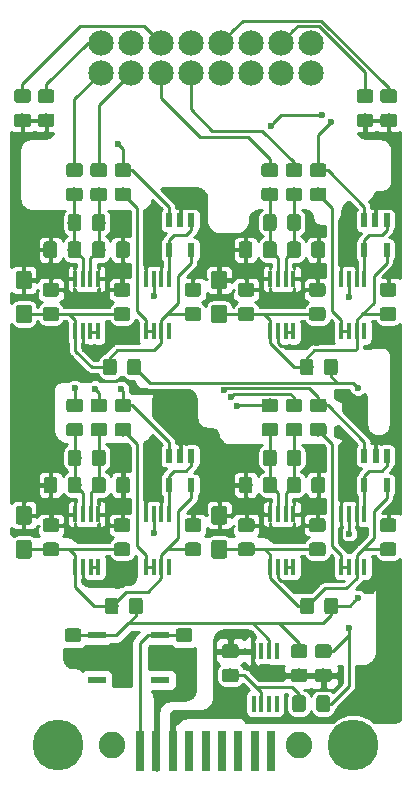
<source format=gbr>
G04 #@! TF.GenerationSoftware,KiCad,Pcbnew,(6.0.0-rc1-dev-305-gf0b8b2136)*
G04 #@! TF.CreationDate,2019-08-01T16:32:06-06:00*
G04 #@! TF.ProjectId,Slush01,536C75736830312E6B696361645F7063,rev?*
G04 #@! TF.SameCoordinates,Original*
G04 #@! TF.FileFunction,Copper,L1,Top,Signal*
G04 #@! TF.FilePolarity,Positive*
%FSLAX46Y46*%
G04 Gerber Fmt 4.6, Leading zero omitted, Abs format (unit mm)*
G04 Created by KiCad (PCBNEW (6.0.0-rc1-dev-305-gf0b8b2136)) date 08/01/19 16:32:06*
%MOMM*%
%LPD*%
G01*
G04 APERTURE LIST*
G04 #@! TA.AperFunction,Conductor*
%ADD10C,0.100000*%
G04 #@! TD*
G04 #@! TA.AperFunction,SMDPad,CuDef*
%ADD11C,1.150000*%
G04 #@! TD*
G04 #@! TA.AperFunction,SMDPad,CuDef*
%ADD12C,1.350000*%
G04 #@! TD*
G04 #@! TA.AperFunction,ComponentPad*
%ADD13C,4.300000*%
G04 #@! TD*
G04 #@! TA.AperFunction,ComponentPad*
%ADD14C,2.250000*%
G04 #@! TD*
G04 #@! TA.AperFunction,SMDPad,CuDef*
%ADD15R,0.800000X3.500000*%
G04 #@! TD*
G04 #@! TA.AperFunction,ComponentPad*
%ADD16C,2.140000*%
G04 #@! TD*
G04 #@! TA.AperFunction,SMDPad,CuDef*
%ADD17R,0.450000X1.450000*%
G04 #@! TD*
G04 #@! TA.AperFunction,SMDPad,CuDef*
%ADD18R,0.600000X1.150000*%
G04 #@! TD*
G04 #@! TA.AperFunction,SMDPad,CuDef*
%ADD19R,1.550000X0.600000*%
G04 #@! TD*
G04 #@! TA.AperFunction,ViaPad*
%ADD20C,0.600000*%
G04 #@! TD*
G04 #@! TA.AperFunction,Conductor*
%ADD21C,0.250000*%
G04 #@! TD*
G04 #@! TA.AperFunction,Conductor*
%ADD22C,0.254000*%
G04 #@! TD*
G04 APERTURE END LIST*
D10*
G04 #@! TO.N,/Channel3/V-*
G04 #@! TO.C,R13*
G36*
X59373505Y-72802204D02*
X59397773Y-72805804D01*
X59421572Y-72811765D01*
X59444671Y-72820030D01*
X59466850Y-72830520D01*
X59487893Y-72843132D01*
X59507599Y-72857747D01*
X59525777Y-72874223D01*
X59542253Y-72892401D01*
X59556868Y-72912107D01*
X59569480Y-72933150D01*
X59579970Y-72955329D01*
X59588235Y-72978428D01*
X59594196Y-73002227D01*
X59597796Y-73026495D01*
X59599000Y-73050999D01*
X59599000Y-73701001D01*
X59597796Y-73725505D01*
X59594196Y-73749773D01*
X59588235Y-73773572D01*
X59579970Y-73796671D01*
X59569480Y-73818850D01*
X59556868Y-73839893D01*
X59542253Y-73859599D01*
X59525777Y-73877777D01*
X59507599Y-73894253D01*
X59487893Y-73908868D01*
X59466850Y-73921480D01*
X59444671Y-73931970D01*
X59421572Y-73940235D01*
X59397773Y-73946196D01*
X59373505Y-73949796D01*
X59349001Y-73951000D01*
X58448999Y-73951000D01*
X58424495Y-73949796D01*
X58400227Y-73946196D01*
X58376428Y-73940235D01*
X58353329Y-73931970D01*
X58331150Y-73921480D01*
X58310107Y-73908868D01*
X58290401Y-73894253D01*
X58272223Y-73877777D01*
X58255747Y-73859599D01*
X58241132Y-73839893D01*
X58228520Y-73818850D01*
X58218030Y-73796671D01*
X58209765Y-73773572D01*
X58203804Y-73749773D01*
X58200204Y-73725505D01*
X58199000Y-73701001D01*
X58199000Y-73050999D01*
X58200204Y-73026495D01*
X58203804Y-73002227D01*
X58209765Y-72978428D01*
X58218030Y-72955329D01*
X58228520Y-72933150D01*
X58241132Y-72912107D01*
X58255747Y-72892401D01*
X58272223Y-72874223D01*
X58290401Y-72857747D01*
X58310107Y-72843132D01*
X58331150Y-72830520D01*
X58353329Y-72820030D01*
X58376428Y-72811765D01*
X58400227Y-72805804D01*
X58424495Y-72802204D01*
X58448999Y-72801000D01*
X59349001Y-72801000D01*
X59373505Y-72802204D01*
X59373505Y-72802204D01*
G37*
D11*
G04 #@! TD*
G04 #@! TO.P,R13,2*
G04 #@! TO.N,/Channel3/V-*
X58899000Y-73376000D03*
D10*
G04 #@! TO.N,Net-(C15-Pad2)*
G04 #@! TO.C,R13*
G36*
X59373505Y-74852204D02*
X59397773Y-74855804D01*
X59421572Y-74861765D01*
X59444671Y-74870030D01*
X59466850Y-74880520D01*
X59487893Y-74893132D01*
X59507599Y-74907747D01*
X59525777Y-74924223D01*
X59542253Y-74942401D01*
X59556868Y-74962107D01*
X59569480Y-74983150D01*
X59579970Y-75005329D01*
X59588235Y-75028428D01*
X59594196Y-75052227D01*
X59597796Y-75076495D01*
X59599000Y-75100999D01*
X59599000Y-75751001D01*
X59597796Y-75775505D01*
X59594196Y-75799773D01*
X59588235Y-75823572D01*
X59579970Y-75846671D01*
X59569480Y-75868850D01*
X59556868Y-75889893D01*
X59542253Y-75909599D01*
X59525777Y-75927777D01*
X59507599Y-75944253D01*
X59487893Y-75958868D01*
X59466850Y-75971480D01*
X59444671Y-75981970D01*
X59421572Y-75990235D01*
X59397773Y-75996196D01*
X59373505Y-75999796D01*
X59349001Y-76001000D01*
X58448999Y-76001000D01*
X58424495Y-75999796D01*
X58400227Y-75996196D01*
X58376428Y-75990235D01*
X58353329Y-75981970D01*
X58331150Y-75971480D01*
X58310107Y-75958868D01*
X58290401Y-75944253D01*
X58272223Y-75927777D01*
X58255747Y-75909599D01*
X58241132Y-75889893D01*
X58228520Y-75868850D01*
X58218030Y-75846671D01*
X58209765Y-75823572D01*
X58203804Y-75799773D01*
X58200204Y-75775505D01*
X58199000Y-75751001D01*
X58199000Y-75100999D01*
X58200204Y-75076495D01*
X58203804Y-75052227D01*
X58209765Y-75028428D01*
X58218030Y-75005329D01*
X58228520Y-74983150D01*
X58241132Y-74962107D01*
X58255747Y-74942401D01*
X58272223Y-74924223D01*
X58290401Y-74907747D01*
X58310107Y-74893132D01*
X58331150Y-74880520D01*
X58353329Y-74870030D01*
X58376428Y-74861765D01*
X58400227Y-74855804D01*
X58424495Y-74852204D01*
X58448999Y-74851000D01*
X59349001Y-74851000D01*
X59373505Y-74852204D01*
X59373505Y-74852204D01*
G37*
D11*
G04 #@! TD*
G04 #@! TO.P,R13,1*
G04 #@! TO.N,Net-(C15-Pad2)*
X58899000Y-75426000D03*
D10*
G04 #@! TO.N,/Channel3/V+*
G04 #@! TO.C,R12*
G36*
X61423505Y-72802204D02*
X61447773Y-72805804D01*
X61471572Y-72811765D01*
X61494671Y-72820030D01*
X61516850Y-72830520D01*
X61537893Y-72843132D01*
X61557599Y-72857747D01*
X61575777Y-72874223D01*
X61592253Y-72892401D01*
X61606868Y-72912107D01*
X61619480Y-72933150D01*
X61629970Y-72955329D01*
X61638235Y-72978428D01*
X61644196Y-73002227D01*
X61647796Y-73026495D01*
X61649000Y-73050999D01*
X61649000Y-73701001D01*
X61647796Y-73725505D01*
X61644196Y-73749773D01*
X61638235Y-73773572D01*
X61629970Y-73796671D01*
X61619480Y-73818850D01*
X61606868Y-73839893D01*
X61592253Y-73859599D01*
X61575777Y-73877777D01*
X61557599Y-73894253D01*
X61537893Y-73908868D01*
X61516850Y-73921480D01*
X61494671Y-73931970D01*
X61471572Y-73940235D01*
X61447773Y-73946196D01*
X61423505Y-73949796D01*
X61399001Y-73951000D01*
X60498999Y-73951000D01*
X60474495Y-73949796D01*
X60450227Y-73946196D01*
X60426428Y-73940235D01*
X60403329Y-73931970D01*
X60381150Y-73921480D01*
X60360107Y-73908868D01*
X60340401Y-73894253D01*
X60322223Y-73877777D01*
X60305747Y-73859599D01*
X60291132Y-73839893D01*
X60278520Y-73818850D01*
X60268030Y-73796671D01*
X60259765Y-73773572D01*
X60253804Y-73749773D01*
X60250204Y-73725505D01*
X60249000Y-73701001D01*
X60249000Y-73050999D01*
X60250204Y-73026495D01*
X60253804Y-73002227D01*
X60259765Y-72978428D01*
X60268030Y-72955329D01*
X60278520Y-72933150D01*
X60291132Y-72912107D01*
X60305747Y-72892401D01*
X60322223Y-72874223D01*
X60340401Y-72857747D01*
X60360107Y-72843132D01*
X60381150Y-72830520D01*
X60403329Y-72820030D01*
X60426428Y-72811765D01*
X60450227Y-72805804D01*
X60474495Y-72802204D01*
X60498999Y-72801000D01*
X61399001Y-72801000D01*
X61423505Y-72802204D01*
X61423505Y-72802204D01*
G37*
D11*
G04 #@! TD*
G04 #@! TO.P,R12,2*
G04 #@! TO.N,/Channel3/V+*
X60949000Y-73376000D03*
D10*
G04 #@! TO.N,Net-(C14-Pad2)*
G04 #@! TO.C,R12*
G36*
X61423505Y-74852204D02*
X61447773Y-74855804D01*
X61471572Y-74861765D01*
X61494671Y-74870030D01*
X61516850Y-74880520D01*
X61537893Y-74893132D01*
X61557599Y-74907747D01*
X61575777Y-74924223D01*
X61592253Y-74942401D01*
X61606868Y-74962107D01*
X61619480Y-74983150D01*
X61629970Y-75005329D01*
X61638235Y-75028428D01*
X61644196Y-75052227D01*
X61647796Y-75076495D01*
X61649000Y-75100999D01*
X61649000Y-75751001D01*
X61647796Y-75775505D01*
X61644196Y-75799773D01*
X61638235Y-75823572D01*
X61629970Y-75846671D01*
X61619480Y-75868850D01*
X61606868Y-75889893D01*
X61592253Y-75909599D01*
X61575777Y-75927777D01*
X61557599Y-75944253D01*
X61537893Y-75958868D01*
X61516850Y-75971480D01*
X61494671Y-75981970D01*
X61471572Y-75990235D01*
X61447773Y-75996196D01*
X61423505Y-75999796D01*
X61399001Y-76001000D01*
X60498999Y-76001000D01*
X60474495Y-75999796D01*
X60450227Y-75996196D01*
X60426428Y-75990235D01*
X60403329Y-75981970D01*
X60381150Y-75971480D01*
X60360107Y-75958868D01*
X60340401Y-75944253D01*
X60322223Y-75927777D01*
X60305747Y-75909599D01*
X60291132Y-75889893D01*
X60278520Y-75868850D01*
X60268030Y-75846671D01*
X60259765Y-75823572D01*
X60253804Y-75799773D01*
X60250204Y-75775505D01*
X60249000Y-75751001D01*
X60249000Y-75100999D01*
X60250204Y-75076495D01*
X60253804Y-75052227D01*
X60259765Y-75028428D01*
X60268030Y-75005329D01*
X60278520Y-74983150D01*
X60291132Y-74962107D01*
X60305747Y-74942401D01*
X60322223Y-74924223D01*
X60340401Y-74907747D01*
X60360107Y-74893132D01*
X60381150Y-74880520D01*
X60403329Y-74870030D01*
X60426428Y-74861765D01*
X60450227Y-74855804D01*
X60474495Y-74852204D01*
X60498999Y-74851000D01*
X61399001Y-74851000D01*
X61423505Y-74852204D01*
X61423505Y-74852204D01*
G37*
D11*
G04 #@! TD*
G04 #@! TO.P,R12,1*
G04 #@! TO.N,Net-(C14-Pad2)*
X60949000Y-75426000D03*
D10*
G04 #@! TO.N,GNDA*
G04 #@! TO.C,C17*
G36*
X57379505Y-82932204D02*
X57403773Y-82935804D01*
X57427572Y-82941765D01*
X57450671Y-82950030D01*
X57472850Y-82960520D01*
X57493893Y-82973132D01*
X57513599Y-82987747D01*
X57531777Y-83004223D01*
X57548253Y-83022401D01*
X57562868Y-83042107D01*
X57575480Y-83063150D01*
X57585970Y-83085329D01*
X57594235Y-83108428D01*
X57600196Y-83132227D01*
X57603796Y-83156495D01*
X57605000Y-83180999D01*
X57605000Y-83831001D01*
X57603796Y-83855505D01*
X57600196Y-83879773D01*
X57594235Y-83903572D01*
X57585970Y-83926671D01*
X57575480Y-83948850D01*
X57562868Y-83969893D01*
X57548253Y-83989599D01*
X57531777Y-84007777D01*
X57513599Y-84024253D01*
X57493893Y-84038868D01*
X57472850Y-84051480D01*
X57450671Y-84061970D01*
X57427572Y-84070235D01*
X57403773Y-84076196D01*
X57379505Y-84079796D01*
X57355001Y-84081000D01*
X56454999Y-84081000D01*
X56430495Y-84079796D01*
X56406227Y-84076196D01*
X56382428Y-84070235D01*
X56359329Y-84061970D01*
X56337150Y-84051480D01*
X56316107Y-84038868D01*
X56296401Y-84024253D01*
X56278223Y-84007777D01*
X56261747Y-83989599D01*
X56247132Y-83969893D01*
X56234520Y-83948850D01*
X56224030Y-83926671D01*
X56215765Y-83903572D01*
X56209804Y-83879773D01*
X56206204Y-83855505D01*
X56205000Y-83831001D01*
X56205000Y-83180999D01*
X56206204Y-83156495D01*
X56209804Y-83132227D01*
X56215765Y-83108428D01*
X56224030Y-83085329D01*
X56234520Y-83063150D01*
X56247132Y-83042107D01*
X56261747Y-83022401D01*
X56278223Y-83004223D01*
X56296401Y-82987747D01*
X56316107Y-82973132D01*
X56337150Y-82960520D01*
X56359329Y-82950030D01*
X56382428Y-82941765D01*
X56406227Y-82935804D01*
X56430495Y-82932204D01*
X56454999Y-82931000D01*
X57355001Y-82931000D01*
X57379505Y-82932204D01*
X57379505Y-82932204D01*
G37*
D11*
G04 #@! TD*
G04 #@! TO.P,C17,2*
G04 #@! TO.N,GNDA*
X56905000Y-83506000D03*
D10*
G04 #@! TO.N,/Channel3/Vpower*
G04 #@! TO.C,C17*
G36*
X57379505Y-84982204D02*
X57403773Y-84985804D01*
X57427572Y-84991765D01*
X57450671Y-85000030D01*
X57472850Y-85010520D01*
X57493893Y-85023132D01*
X57513599Y-85037747D01*
X57531777Y-85054223D01*
X57548253Y-85072401D01*
X57562868Y-85092107D01*
X57575480Y-85113150D01*
X57585970Y-85135329D01*
X57594235Y-85158428D01*
X57600196Y-85182227D01*
X57603796Y-85206495D01*
X57605000Y-85230999D01*
X57605000Y-85881001D01*
X57603796Y-85905505D01*
X57600196Y-85929773D01*
X57594235Y-85953572D01*
X57585970Y-85976671D01*
X57575480Y-85998850D01*
X57562868Y-86019893D01*
X57548253Y-86039599D01*
X57531777Y-86057777D01*
X57513599Y-86074253D01*
X57493893Y-86088868D01*
X57472850Y-86101480D01*
X57450671Y-86111970D01*
X57427572Y-86120235D01*
X57403773Y-86126196D01*
X57379505Y-86129796D01*
X57355001Y-86131000D01*
X56454999Y-86131000D01*
X56430495Y-86129796D01*
X56406227Y-86126196D01*
X56382428Y-86120235D01*
X56359329Y-86111970D01*
X56337150Y-86101480D01*
X56316107Y-86088868D01*
X56296401Y-86074253D01*
X56278223Y-86057777D01*
X56261747Y-86039599D01*
X56247132Y-86019893D01*
X56234520Y-85998850D01*
X56224030Y-85976671D01*
X56215765Y-85953572D01*
X56209804Y-85929773D01*
X56206204Y-85905505D01*
X56205000Y-85881001D01*
X56205000Y-85230999D01*
X56206204Y-85206495D01*
X56209804Y-85182227D01*
X56215765Y-85158428D01*
X56224030Y-85135329D01*
X56234520Y-85113150D01*
X56247132Y-85092107D01*
X56261747Y-85072401D01*
X56278223Y-85054223D01*
X56296401Y-85037747D01*
X56316107Y-85023132D01*
X56337150Y-85010520D01*
X56359329Y-85000030D01*
X56382428Y-84991765D01*
X56406227Y-84985804D01*
X56430495Y-84982204D01*
X56454999Y-84981000D01*
X57355001Y-84981000D01*
X57379505Y-84982204D01*
X57379505Y-84982204D01*
G37*
D11*
G04 #@! TD*
G04 #@! TO.P,C17,1*
G04 #@! TO.N,/Channel3/Vpower*
X56905000Y-85556000D03*
D10*
G04 #@! TO.N,/Channel3/I+*
G04 #@! TO.C,R11*
G36*
X63473505Y-72802204D02*
X63497773Y-72805804D01*
X63521572Y-72811765D01*
X63544671Y-72820030D01*
X63566850Y-72830520D01*
X63587893Y-72843132D01*
X63607599Y-72857747D01*
X63625777Y-72874223D01*
X63642253Y-72892401D01*
X63656868Y-72912107D01*
X63669480Y-72933150D01*
X63679970Y-72955329D01*
X63688235Y-72978428D01*
X63694196Y-73002227D01*
X63697796Y-73026495D01*
X63699000Y-73050999D01*
X63699000Y-73701001D01*
X63697796Y-73725505D01*
X63694196Y-73749773D01*
X63688235Y-73773572D01*
X63679970Y-73796671D01*
X63669480Y-73818850D01*
X63656868Y-73839893D01*
X63642253Y-73859599D01*
X63625777Y-73877777D01*
X63607599Y-73894253D01*
X63587893Y-73908868D01*
X63566850Y-73921480D01*
X63544671Y-73931970D01*
X63521572Y-73940235D01*
X63497773Y-73946196D01*
X63473505Y-73949796D01*
X63449001Y-73951000D01*
X62548999Y-73951000D01*
X62524495Y-73949796D01*
X62500227Y-73946196D01*
X62476428Y-73940235D01*
X62453329Y-73931970D01*
X62431150Y-73921480D01*
X62410107Y-73908868D01*
X62390401Y-73894253D01*
X62372223Y-73877777D01*
X62355747Y-73859599D01*
X62341132Y-73839893D01*
X62328520Y-73818850D01*
X62318030Y-73796671D01*
X62309765Y-73773572D01*
X62303804Y-73749773D01*
X62300204Y-73725505D01*
X62299000Y-73701001D01*
X62299000Y-73050999D01*
X62300204Y-73026495D01*
X62303804Y-73002227D01*
X62309765Y-72978428D01*
X62318030Y-72955329D01*
X62328520Y-72933150D01*
X62341132Y-72912107D01*
X62355747Y-72892401D01*
X62372223Y-72874223D01*
X62390401Y-72857747D01*
X62410107Y-72843132D01*
X62431150Y-72830520D01*
X62453329Y-72820030D01*
X62476428Y-72811765D01*
X62500227Y-72805804D01*
X62524495Y-72802204D01*
X62548999Y-72801000D01*
X63449001Y-72801000D01*
X63473505Y-72802204D01*
X63473505Y-72802204D01*
G37*
D11*
G04 #@! TD*
G04 #@! TO.P,R11,2*
G04 #@! TO.N,/Channel3/I+*
X62999000Y-73376000D03*
D10*
G04 #@! TO.N,Net-(IC5-Pad5)*
G04 #@! TO.C,R11*
G36*
X63473505Y-74852204D02*
X63497773Y-74855804D01*
X63521572Y-74861765D01*
X63544671Y-74870030D01*
X63566850Y-74880520D01*
X63587893Y-74893132D01*
X63607599Y-74907747D01*
X63625777Y-74924223D01*
X63642253Y-74942401D01*
X63656868Y-74962107D01*
X63669480Y-74983150D01*
X63679970Y-75005329D01*
X63688235Y-75028428D01*
X63694196Y-75052227D01*
X63697796Y-75076495D01*
X63699000Y-75100999D01*
X63699000Y-75751001D01*
X63697796Y-75775505D01*
X63694196Y-75799773D01*
X63688235Y-75823572D01*
X63679970Y-75846671D01*
X63669480Y-75868850D01*
X63656868Y-75889893D01*
X63642253Y-75909599D01*
X63625777Y-75927777D01*
X63607599Y-75944253D01*
X63587893Y-75958868D01*
X63566850Y-75971480D01*
X63544671Y-75981970D01*
X63521572Y-75990235D01*
X63497773Y-75996196D01*
X63473505Y-75999796D01*
X63449001Y-76001000D01*
X62548999Y-76001000D01*
X62524495Y-75999796D01*
X62500227Y-75996196D01*
X62476428Y-75990235D01*
X62453329Y-75981970D01*
X62431150Y-75971480D01*
X62410107Y-75958868D01*
X62390401Y-75944253D01*
X62372223Y-75927777D01*
X62355747Y-75909599D01*
X62341132Y-75889893D01*
X62328520Y-75868850D01*
X62318030Y-75846671D01*
X62309765Y-75823572D01*
X62303804Y-75799773D01*
X62300204Y-75775505D01*
X62299000Y-75751001D01*
X62299000Y-75100999D01*
X62300204Y-75076495D01*
X62303804Y-75052227D01*
X62309765Y-75028428D01*
X62318030Y-75005329D01*
X62328520Y-74983150D01*
X62341132Y-74962107D01*
X62355747Y-74942401D01*
X62372223Y-74924223D01*
X62390401Y-74907747D01*
X62410107Y-74893132D01*
X62431150Y-74880520D01*
X62453329Y-74870030D01*
X62476428Y-74861765D01*
X62500227Y-74855804D01*
X62524495Y-74852204D01*
X62548999Y-74851000D01*
X63449001Y-74851000D01*
X63473505Y-74852204D01*
X63473505Y-74852204D01*
G37*
D11*
G04 #@! TD*
G04 #@! TO.P,R11,1*
G04 #@! TO.N,Net-(IC5-Pad5)*
X62999000Y-75426000D03*
D10*
G04 #@! TO.N,GNDA*
G04 #@! TO.C,C18*
G36*
X55058505Y-81894704D02*
X55082773Y-81898304D01*
X55106572Y-81904265D01*
X55129671Y-81912530D01*
X55151850Y-81923020D01*
X55172893Y-81935632D01*
X55192599Y-81950247D01*
X55210777Y-81966723D01*
X55227253Y-81984901D01*
X55241868Y-82004607D01*
X55254480Y-82025650D01*
X55264970Y-82047829D01*
X55273235Y-82070928D01*
X55279196Y-82094727D01*
X55282796Y-82118995D01*
X55284000Y-82143499D01*
X55284000Y-83218501D01*
X55282796Y-83243005D01*
X55279196Y-83267273D01*
X55273235Y-83291072D01*
X55264970Y-83314171D01*
X55254480Y-83336350D01*
X55241868Y-83357393D01*
X55227253Y-83377099D01*
X55210777Y-83395277D01*
X55192599Y-83411753D01*
X55172893Y-83426368D01*
X55151850Y-83438980D01*
X55129671Y-83449470D01*
X55106572Y-83457735D01*
X55082773Y-83463696D01*
X55058505Y-83467296D01*
X55034001Y-83468500D01*
X54183999Y-83468500D01*
X54159495Y-83467296D01*
X54135227Y-83463696D01*
X54111428Y-83457735D01*
X54088329Y-83449470D01*
X54066150Y-83438980D01*
X54045107Y-83426368D01*
X54025401Y-83411753D01*
X54007223Y-83395277D01*
X53990747Y-83377099D01*
X53976132Y-83357393D01*
X53963520Y-83336350D01*
X53953030Y-83314171D01*
X53944765Y-83291072D01*
X53938804Y-83267273D01*
X53935204Y-83243005D01*
X53934000Y-83218501D01*
X53934000Y-82143499D01*
X53935204Y-82118995D01*
X53938804Y-82094727D01*
X53944765Y-82070928D01*
X53953030Y-82047829D01*
X53963520Y-82025650D01*
X53976132Y-82004607D01*
X53990747Y-81984901D01*
X54007223Y-81966723D01*
X54025401Y-81950247D01*
X54045107Y-81935632D01*
X54066150Y-81923020D01*
X54088329Y-81912530D01*
X54111428Y-81904265D01*
X54135227Y-81898304D01*
X54159495Y-81894704D01*
X54183999Y-81893500D01*
X55034001Y-81893500D01*
X55058505Y-81894704D01*
X55058505Y-81894704D01*
G37*
D12*
G04 #@! TD*
G04 #@! TO.P,C18,2*
G04 #@! TO.N,GNDA*
X54609000Y-82681000D03*
D10*
G04 #@! TO.N,/Channel3/Vpower*
G04 #@! TO.C,C18*
G36*
X55058505Y-84769704D02*
X55082773Y-84773304D01*
X55106572Y-84779265D01*
X55129671Y-84787530D01*
X55151850Y-84798020D01*
X55172893Y-84810632D01*
X55192599Y-84825247D01*
X55210777Y-84841723D01*
X55227253Y-84859901D01*
X55241868Y-84879607D01*
X55254480Y-84900650D01*
X55264970Y-84922829D01*
X55273235Y-84945928D01*
X55279196Y-84969727D01*
X55282796Y-84993995D01*
X55284000Y-85018499D01*
X55284000Y-86093501D01*
X55282796Y-86118005D01*
X55279196Y-86142273D01*
X55273235Y-86166072D01*
X55264970Y-86189171D01*
X55254480Y-86211350D01*
X55241868Y-86232393D01*
X55227253Y-86252099D01*
X55210777Y-86270277D01*
X55192599Y-86286753D01*
X55172893Y-86301368D01*
X55151850Y-86313980D01*
X55129671Y-86324470D01*
X55106572Y-86332735D01*
X55082773Y-86338696D01*
X55058505Y-86342296D01*
X55034001Y-86343500D01*
X54183999Y-86343500D01*
X54159495Y-86342296D01*
X54135227Y-86338696D01*
X54111428Y-86332735D01*
X54088329Y-86324470D01*
X54066150Y-86313980D01*
X54045107Y-86301368D01*
X54025401Y-86286753D01*
X54007223Y-86270277D01*
X53990747Y-86252099D01*
X53976132Y-86232393D01*
X53963520Y-86211350D01*
X53953030Y-86189171D01*
X53944765Y-86166072D01*
X53938804Y-86142273D01*
X53935204Y-86118005D01*
X53934000Y-86093501D01*
X53934000Y-85018499D01*
X53935204Y-84993995D01*
X53938804Y-84969727D01*
X53944765Y-84945928D01*
X53953030Y-84922829D01*
X53963520Y-84900650D01*
X53976132Y-84879607D01*
X53990747Y-84859901D01*
X54007223Y-84841723D01*
X54025401Y-84825247D01*
X54045107Y-84810632D01*
X54066150Y-84798020D01*
X54088329Y-84787530D01*
X54111428Y-84779265D01*
X54135227Y-84773304D01*
X54159495Y-84769704D01*
X54183999Y-84768500D01*
X55034001Y-84768500D01*
X55058505Y-84769704D01*
X55058505Y-84769704D01*
G37*
D12*
G04 #@! TD*
G04 #@! TO.P,C18,1*
G04 #@! TO.N,/Channel3/Vpower*
X54609000Y-85556000D03*
D10*
G04 #@! TO.N,/Channel2/I+*
G04 #@! TO.C,R7*
G36*
X80005505Y-72802204D02*
X80029773Y-72805804D01*
X80053572Y-72811765D01*
X80076671Y-72820030D01*
X80098850Y-72830520D01*
X80119893Y-72843132D01*
X80139599Y-72857747D01*
X80157777Y-72874223D01*
X80174253Y-72892401D01*
X80188868Y-72912107D01*
X80201480Y-72933150D01*
X80211970Y-72955329D01*
X80220235Y-72978428D01*
X80226196Y-73002227D01*
X80229796Y-73026495D01*
X80231000Y-73050999D01*
X80231000Y-73701001D01*
X80229796Y-73725505D01*
X80226196Y-73749773D01*
X80220235Y-73773572D01*
X80211970Y-73796671D01*
X80201480Y-73818850D01*
X80188868Y-73839893D01*
X80174253Y-73859599D01*
X80157777Y-73877777D01*
X80139599Y-73894253D01*
X80119893Y-73908868D01*
X80098850Y-73921480D01*
X80076671Y-73931970D01*
X80053572Y-73940235D01*
X80029773Y-73946196D01*
X80005505Y-73949796D01*
X79981001Y-73951000D01*
X79080999Y-73951000D01*
X79056495Y-73949796D01*
X79032227Y-73946196D01*
X79008428Y-73940235D01*
X78985329Y-73931970D01*
X78963150Y-73921480D01*
X78942107Y-73908868D01*
X78922401Y-73894253D01*
X78904223Y-73877777D01*
X78887747Y-73859599D01*
X78873132Y-73839893D01*
X78860520Y-73818850D01*
X78850030Y-73796671D01*
X78841765Y-73773572D01*
X78835804Y-73749773D01*
X78832204Y-73725505D01*
X78831000Y-73701001D01*
X78831000Y-73050999D01*
X78832204Y-73026495D01*
X78835804Y-73002227D01*
X78841765Y-72978428D01*
X78850030Y-72955329D01*
X78860520Y-72933150D01*
X78873132Y-72912107D01*
X78887747Y-72892401D01*
X78904223Y-72874223D01*
X78922401Y-72857747D01*
X78942107Y-72843132D01*
X78963150Y-72830520D01*
X78985329Y-72820030D01*
X79008428Y-72811765D01*
X79032227Y-72805804D01*
X79056495Y-72802204D01*
X79080999Y-72801000D01*
X79981001Y-72801000D01*
X80005505Y-72802204D01*
X80005505Y-72802204D01*
G37*
D11*
G04 #@! TD*
G04 #@! TO.P,R7,2*
G04 #@! TO.N,/Channel2/I+*
X79531000Y-73376000D03*
D10*
G04 #@! TO.N,Net-(IC2-Pad5)*
G04 #@! TO.C,R7*
G36*
X80005505Y-74852204D02*
X80029773Y-74855804D01*
X80053572Y-74861765D01*
X80076671Y-74870030D01*
X80098850Y-74880520D01*
X80119893Y-74893132D01*
X80139599Y-74907747D01*
X80157777Y-74924223D01*
X80174253Y-74942401D01*
X80188868Y-74962107D01*
X80201480Y-74983150D01*
X80211970Y-75005329D01*
X80220235Y-75028428D01*
X80226196Y-75052227D01*
X80229796Y-75076495D01*
X80231000Y-75100999D01*
X80231000Y-75751001D01*
X80229796Y-75775505D01*
X80226196Y-75799773D01*
X80220235Y-75823572D01*
X80211970Y-75846671D01*
X80201480Y-75868850D01*
X80188868Y-75889893D01*
X80174253Y-75909599D01*
X80157777Y-75927777D01*
X80139599Y-75944253D01*
X80119893Y-75958868D01*
X80098850Y-75971480D01*
X80076671Y-75981970D01*
X80053572Y-75990235D01*
X80029773Y-75996196D01*
X80005505Y-75999796D01*
X79981001Y-76001000D01*
X79080999Y-76001000D01*
X79056495Y-75999796D01*
X79032227Y-75996196D01*
X79008428Y-75990235D01*
X78985329Y-75981970D01*
X78963150Y-75971480D01*
X78942107Y-75958868D01*
X78922401Y-75944253D01*
X78904223Y-75927777D01*
X78887747Y-75909599D01*
X78873132Y-75889893D01*
X78860520Y-75868850D01*
X78850030Y-75846671D01*
X78841765Y-75823572D01*
X78835804Y-75799773D01*
X78832204Y-75775505D01*
X78831000Y-75751001D01*
X78831000Y-75100999D01*
X78832204Y-75076495D01*
X78835804Y-75052227D01*
X78841765Y-75028428D01*
X78850030Y-75005329D01*
X78860520Y-74983150D01*
X78873132Y-74962107D01*
X78887747Y-74942401D01*
X78904223Y-74924223D01*
X78922401Y-74907747D01*
X78942107Y-74893132D01*
X78963150Y-74880520D01*
X78985329Y-74870030D01*
X79008428Y-74861765D01*
X79032227Y-74855804D01*
X79056495Y-74852204D01*
X79080999Y-74851000D01*
X79981001Y-74851000D01*
X80005505Y-74852204D01*
X80005505Y-74852204D01*
G37*
D11*
G04 #@! TD*
G04 #@! TO.P,R7,1*
G04 #@! TO.N,Net-(IC2-Pad5)*
X79531000Y-75426000D03*
D10*
G04 #@! TO.N,GNDA*
G04 #@! TO.C,C11*
G36*
X71590505Y-81894704D02*
X71614773Y-81898304D01*
X71638572Y-81904265D01*
X71661671Y-81912530D01*
X71683850Y-81923020D01*
X71704893Y-81935632D01*
X71724599Y-81950247D01*
X71742777Y-81966723D01*
X71759253Y-81984901D01*
X71773868Y-82004607D01*
X71786480Y-82025650D01*
X71796970Y-82047829D01*
X71805235Y-82070928D01*
X71811196Y-82094727D01*
X71814796Y-82118995D01*
X71816000Y-82143499D01*
X71816000Y-83218501D01*
X71814796Y-83243005D01*
X71811196Y-83267273D01*
X71805235Y-83291072D01*
X71796970Y-83314171D01*
X71786480Y-83336350D01*
X71773868Y-83357393D01*
X71759253Y-83377099D01*
X71742777Y-83395277D01*
X71724599Y-83411753D01*
X71704893Y-83426368D01*
X71683850Y-83438980D01*
X71661671Y-83449470D01*
X71638572Y-83457735D01*
X71614773Y-83463696D01*
X71590505Y-83467296D01*
X71566001Y-83468500D01*
X70715999Y-83468500D01*
X70691495Y-83467296D01*
X70667227Y-83463696D01*
X70643428Y-83457735D01*
X70620329Y-83449470D01*
X70598150Y-83438980D01*
X70577107Y-83426368D01*
X70557401Y-83411753D01*
X70539223Y-83395277D01*
X70522747Y-83377099D01*
X70508132Y-83357393D01*
X70495520Y-83336350D01*
X70485030Y-83314171D01*
X70476765Y-83291072D01*
X70470804Y-83267273D01*
X70467204Y-83243005D01*
X70466000Y-83218501D01*
X70466000Y-82143499D01*
X70467204Y-82118995D01*
X70470804Y-82094727D01*
X70476765Y-82070928D01*
X70485030Y-82047829D01*
X70495520Y-82025650D01*
X70508132Y-82004607D01*
X70522747Y-81984901D01*
X70539223Y-81966723D01*
X70557401Y-81950247D01*
X70577107Y-81935632D01*
X70598150Y-81923020D01*
X70620329Y-81912530D01*
X70643428Y-81904265D01*
X70667227Y-81898304D01*
X70691495Y-81894704D01*
X70715999Y-81893500D01*
X71566001Y-81893500D01*
X71590505Y-81894704D01*
X71590505Y-81894704D01*
G37*
D12*
G04 #@! TD*
G04 #@! TO.P,C11,2*
G04 #@! TO.N,GNDA*
X71141000Y-82681000D03*
D10*
G04 #@! TO.N,/Channel2/Vpower*
G04 #@! TO.C,C11*
G36*
X71590505Y-84769704D02*
X71614773Y-84773304D01*
X71638572Y-84779265D01*
X71661671Y-84787530D01*
X71683850Y-84798020D01*
X71704893Y-84810632D01*
X71724599Y-84825247D01*
X71742777Y-84841723D01*
X71759253Y-84859901D01*
X71773868Y-84879607D01*
X71786480Y-84900650D01*
X71796970Y-84922829D01*
X71805235Y-84945928D01*
X71811196Y-84969727D01*
X71814796Y-84993995D01*
X71816000Y-85018499D01*
X71816000Y-86093501D01*
X71814796Y-86118005D01*
X71811196Y-86142273D01*
X71805235Y-86166072D01*
X71796970Y-86189171D01*
X71786480Y-86211350D01*
X71773868Y-86232393D01*
X71759253Y-86252099D01*
X71742777Y-86270277D01*
X71724599Y-86286753D01*
X71704893Y-86301368D01*
X71683850Y-86313980D01*
X71661671Y-86324470D01*
X71638572Y-86332735D01*
X71614773Y-86338696D01*
X71590505Y-86342296D01*
X71566001Y-86343500D01*
X70715999Y-86343500D01*
X70691495Y-86342296D01*
X70667227Y-86338696D01*
X70643428Y-86332735D01*
X70620329Y-86324470D01*
X70598150Y-86313980D01*
X70577107Y-86301368D01*
X70557401Y-86286753D01*
X70539223Y-86270277D01*
X70522747Y-86252099D01*
X70508132Y-86232393D01*
X70495520Y-86211350D01*
X70485030Y-86189171D01*
X70476765Y-86166072D01*
X70470804Y-86142273D01*
X70467204Y-86118005D01*
X70466000Y-86093501D01*
X70466000Y-85018499D01*
X70467204Y-84993995D01*
X70470804Y-84969727D01*
X70476765Y-84945928D01*
X70485030Y-84922829D01*
X70495520Y-84900650D01*
X70508132Y-84879607D01*
X70522747Y-84859901D01*
X70539223Y-84841723D01*
X70557401Y-84825247D01*
X70577107Y-84810632D01*
X70598150Y-84798020D01*
X70620329Y-84787530D01*
X70643428Y-84779265D01*
X70667227Y-84773304D01*
X70691495Y-84769704D01*
X70715999Y-84768500D01*
X71566001Y-84768500D01*
X71590505Y-84769704D01*
X71590505Y-84769704D01*
G37*
D12*
G04 #@! TD*
G04 #@! TO.P,C11,1*
G04 #@! TO.N,/Channel2/Vpower*
X71141000Y-85556000D03*
D10*
G04 #@! TO.N,/Channel2/V+*
G04 #@! TO.C,R8*
G36*
X77955505Y-72802204D02*
X77979773Y-72805804D01*
X78003572Y-72811765D01*
X78026671Y-72820030D01*
X78048850Y-72830520D01*
X78069893Y-72843132D01*
X78089599Y-72857747D01*
X78107777Y-72874223D01*
X78124253Y-72892401D01*
X78138868Y-72912107D01*
X78151480Y-72933150D01*
X78161970Y-72955329D01*
X78170235Y-72978428D01*
X78176196Y-73002227D01*
X78179796Y-73026495D01*
X78181000Y-73050999D01*
X78181000Y-73701001D01*
X78179796Y-73725505D01*
X78176196Y-73749773D01*
X78170235Y-73773572D01*
X78161970Y-73796671D01*
X78151480Y-73818850D01*
X78138868Y-73839893D01*
X78124253Y-73859599D01*
X78107777Y-73877777D01*
X78089599Y-73894253D01*
X78069893Y-73908868D01*
X78048850Y-73921480D01*
X78026671Y-73931970D01*
X78003572Y-73940235D01*
X77979773Y-73946196D01*
X77955505Y-73949796D01*
X77931001Y-73951000D01*
X77030999Y-73951000D01*
X77006495Y-73949796D01*
X76982227Y-73946196D01*
X76958428Y-73940235D01*
X76935329Y-73931970D01*
X76913150Y-73921480D01*
X76892107Y-73908868D01*
X76872401Y-73894253D01*
X76854223Y-73877777D01*
X76837747Y-73859599D01*
X76823132Y-73839893D01*
X76810520Y-73818850D01*
X76800030Y-73796671D01*
X76791765Y-73773572D01*
X76785804Y-73749773D01*
X76782204Y-73725505D01*
X76781000Y-73701001D01*
X76781000Y-73050999D01*
X76782204Y-73026495D01*
X76785804Y-73002227D01*
X76791765Y-72978428D01*
X76800030Y-72955329D01*
X76810520Y-72933150D01*
X76823132Y-72912107D01*
X76837747Y-72892401D01*
X76854223Y-72874223D01*
X76872401Y-72857747D01*
X76892107Y-72843132D01*
X76913150Y-72830520D01*
X76935329Y-72820030D01*
X76958428Y-72811765D01*
X76982227Y-72805804D01*
X77006495Y-72802204D01*
X77030999Y-72801000D01*
X77931001Y-72801000D01*
X77955505Y-72802204D01*
X77955505Y-72802204D01*
G37*
D11*
G04 #@! TD*
G04 #@! TO.P,R8,2*
G04 #@! TO.N,/Channel2/V+*
X77481000Y-73376000D03*
D10*
G04 #@! TO.N,Net-(C7-Pad2)*
G04 #@! TO.C,R8*
G36*
X77955505Y-74852204D02*
X77979773Y-74855804D01*
X78003572Y-74861765D01*
X78026671Y-74870030D01*
X78048850Y-74880520D01*
X78069893Y-74893132D01*
X78089599Y-74907747D01*
X78107777Y-74924223D01*
X78124253Y-74942401D01*
X78138868Y-74962107D01*
X78151480Y-74983150D01*
X78161970Y-75005329D01*
X78170235Y-75028428D01*
X78176196Y-75052227D01*
X78179796Y-75076495D01*
X78181000Y-75100999D01*
X78181000Y-75751001D01*
X78179796Y-75775505D01*
X78176196Y-75799773D01*
X78170235Y-75823572D01*
X78161970Y-75846671D01*
X78151480Y-75868850D01*
X78138868Y-75889893D01*
X78124253Y-75909599D01*
X78107777Y-75927777D01*
X78089599Y-75944253D01*
X78069893Y-75958868D01*
X78048850Y-75971480D01*
X78026671Y-75981970D01*
X78003572Y-75990235D01*
X77979773Y-75996196D01*
X77955505Y-75999796D01*
X77931001Y-76001000D01*
X77030999Y-76001000D01*
X77006495Y-75999796D01*
X76982227Y-75996196D01*
X76958428Y-75990235D01*
X76935329Y-75981970D01*
X76913150Y-75971480D01*
X76892107Y-75958868D01*
X76872401Y-75944253D01*
X76854223Y-75927777D01*
X76837747Y-75909599D01*
X76823132Y-75889893D01*
X76810520Y-75868850D01*
X76800030Y-75846671D01*
X76791765Y-75823572D01*
X76785804Y-75799773D01*
X76782204Y-75775505D01*
X76781000Y-75751001D01*
X76781000Y-75100999D01*
X76782204Y-75076495D01*
X76785804Y-75052227D01*
X76791765Y-75028428D01*
X76800030Y-75005329D01*
X76810520Y-74983150D01*
X76823132Y-74962107D01*
X76837747Y-74942401D01*
X76854223Y-74924223D01*
X76872401Y-74907747D01*
X76892107Y-74893132D01*
X76913150Y-74880520D01*
X76935329Y-74870030D01*
X76958428Y-74861765D01*
X76982227Y-74855804D01*
X77006495Y-74852204D01*
X77030999Y-74851000D01*
X77931001Y-74851000D01*
X77955505Y-74852204D01*
X77955505Y-74852204D01*
G37*
D11*
G04 #@! TD*
G04 #@! TO.P,R8,1*
G04 #@! TO.N,Net-(C7-Pad2)*
X77481000Y-75426000D03*
D10*
G04 #@! TO.N,Net-(C7-Pad2)*
G04 #@! TO.C,C7*
G36*
X77830505Y-79411204D02*
X77854773Y-79414804D01*
X77878572Y-79420765D01*
X77901671Y-79429030D01*
X77923850Y-79439520D01*
X77944893Y-79452132D01*
X77964599Y-79466747D01*
X77982777Y-79483223D01*
X77999253Y-79501401D01*
X78013868Y-79521107D01*
X78026480Y-79542150D01*
X78036970Y-79564329D01*
X78045235Y-79587428D01*
X78051196Y-79611227D01*
X78054796Y-79635495D01*
X78056000Y-79659999D01*
X78056000Y-80560001D01*
X78054796Y-80584505D01*
X78051196Y-80608773D01*
X78045235Y-80632572D01*
X78036970Y-80655671D01*
X78026480Y-80677850D01*
X78013868Y-80698893D01*
X77999253Y-80718599D01*
X77982777Y-80736777D01*
X77964599Y-80753253D01*
X77944893Y-80767868D01*
X77923850Y-80780480D01*
X77901671Y-80790970D01*
X77878572Y-80799235D01*
X77854773Y-80805196D01*
X77830505Y-80808796D01*
X77806001Y-80810000D01*
X77155999Y-80810000D01*
X77131495Y-80808796D01*
X77107227Y-80805196D01*
X77083428Y-80799235D01*
X77060329Y-80790970D01*
X77038150Y-80780480D01*
X77017107Y-80767868D01*
X76997401Y-80753253D01*
X76979223Y-80736777D01*
X76962747Y-80718599D01*
X76948132Y-80698893D01*
X76935520Y-80677850D01*
X76925030Y-80655671D01*
X76916765Y-80632572D01*
X76910804Y-80608773D01*
X76907204Y-80584505D01*
X76906000Y-80560001D01*
X76906000Y-79659999D01*
X76907204Y-79635495D01*
X76910804Y-79611227D01*
X76916765Y-79587428D01*
X76925030Y-79564329D01*
X76935520Y-79542150D01*
X76948132Y-79521107D01*
X76962747Y-79501401D01*
X76979223Y-79483223D01*
X76997401Y-79466747D01*
X77017107Y-79452132D01*
X77038150Y-79439520D01*
X77060329Y-79429030D01*
X77083428Y-79420765D01*
X77107227Y-79414804D01*
X77131495Y-79411204D01*
X77155999Y-79410000D01*
X77806001Y-79410000D01*
X77830505Y-79411204D01*
X77830505Y-79411204D01*
G37*
D11*
G04 #@! TD*
G04 #@! TO.P,C7,2*
G04 #@! TO.N,Net-(C7-Pad2)*
X77481000Y-80110000D03*
D10*
G04 #@! TO.N,GNDA*
G04 #@! TO.C,C7*
G36*
X79880505Y-79411204D02*
X79904773Y-79414804D01*
X79928572Y-79420765D01*
X79951671Y-79429030D01*
X79973850Y-79439520D01*
X79994893Y-79452132D01*
X80014599Y-79466747D01*
X80032777Y-79483223D01*
X80049253Y-79501401D01*
X80063868Y-79521107D01*
X80076480Y-79542150D01*
X80086970Y-79564329D01*
X80095235Y-79587428D01*
X80101196Y-79611227D01*
X80104796Y-79635495D01*
X80106000Y-79659999D01*
X80106000Y-80560001D01*
X80104796Y-80584505D01*
X80101196Y-80608773D01*
X80095235Y-80632572D01*
X80086970Y-80655671D01*
X80076480Y-80677850D01*
X80063868Y-80698893D01*
X80049253Y-80718599D01*
X80032777Y-80736777D01*
X80014599Y-80753253D01*
X79994893Y-80767868D01*
X79973850Y-80780480D01*
X79951671Y-80790970D01*
X79928572Y-80799235D01*
X79904773Y-80805196D01*
X79880505Y-80808796D01*
X79856001Y-80810000D01*
X79205999Y-80810000D01*
X79181495Y-80808796D01*
X79157227Y-80805196D01*
X79133428Y-80799235D01*
X79110329Y-80790970D01*
X79088150Y-80780480D01*
X79067107Y-80767868D01*
X79047401Y-80753253D01*
X79029223Y-80736777D01*
X79012747Y-80718599D01*
X78998132Y-80698893D01*
X78985520Y-80677850D01*
X78975030Y-80655671D01*
X78966765Y-80632572D01*
X78960804Y-80608773D01*
X78957204Y-80584505D01*
X78956000Y-80560001D01*
X78956000Y-79659999D01*
X78957204Y-79635495D01*
X78960804Y-79611227D01*
X78966765Y-79587428D01*
X78975030Y-79564329D01*
X78985520Y-79542150D01*
X78998132Y-79521107D01*
X79012747Y-79501401D01*
X79029223Y-79483223D01*
X79047401Y-79466747D01*
X79067107Y-79452132D01*
X79088150Y-79439520D01*
X79110329Y-79429030D01*
X79133428Y-79420765D01*
X79157227Y-79414804D01*
X79181495Y-79411204D01*
X79205999Y-79410000D01*
X79856001Y-79410000D01*
X79880505Y-79411204D01*
X79880505Y-79411204D01*
G37*
D11*
G04 #@! TD*
G04 #@! TO.P,C7,1*
G04 #@! TO.N,GNDA*
X79531000Y-80110000D03*
D10*
G04 #@! TO.N,Net-(C8-Pad2)*
G04 #@! TO.C,C8*
G36*
X75780505Y-77115995D02*
X75804773Y-77119595D01*
X75828572Y-77125556D01*
X75851671Y-77133821D01*
X75873850Y-77144311D01*
X75894893Y-77156923D01*
X75914599Y-77171538D01*
X75932777Y-77188014D01*
X75949253Y-77206192D01*
X75963868Y-77225898D01*
X75976480Y-77246941D01*
X75986970Y-77269120D01*
X75995235Y-77292219D01*
X76001196Y-77316018D01*
X76004796Y-77340286D01*
X76006000Y-77364790D01*
X76006000Y-78264792D01*
X76004796Y-78289296D01*
X76001196Y-78313564D01*
X75995235Y-78337363D01*
X75986970Y-78360462D01*
X75976480Y-78382641D01*
X75963868Y-78403684D01*
X75949253Y-78423390D01*
X75932777Y-78441568D01*
X75914599Y-78458044D01*
X75894893Y-78472659D01*
X75873850Y-78485271D01*
X75851671Y-78495761D01*
X75828572Y-78504026D01*
X75804773Y-78509987D01*
X75780505Y-78513587D01*
X75756001Y-78514791D01*
X75105999Y-78514791D01*
X75081495Y-78513587D01*
X75057227Y-78509987D01*
X75033428Y-78504026D01*
X75010329Y-78495761D01*
X74988150Y-78485271D01*
X74967107Y-78472659D01*
X74947401Y-78458044D01*
X74929223Y-78441568D01*
X74912747Y-78423390D01*
X74898132Y-78403684D01*
X74885520Y-78382641D01*
X74875030Y-78360462D01*
X74866765Y-78337363D01*
X74860804Y-78313564D01*
X74857204Y-78289296D01*
X74856000Y-78264792D01*
X74856000Y-77364790D01*
X74857204Y-77340286D01*
X74860804Y-77316018D01*
X74866765Y-77292219D01*
X74875030Y-77269120D01*
X74885520Y-77246941D01*
X74898132Y-77225898D01*
X74912747Y-77206192D01*
X74929223Y-77188014D01*
X74947401Y-77171538D01*
X74967107Y-77156923D01*
X74988150Y-77144311D01*
X75010329Y-77133821D01*
X75033428Y-77125556D01*
X75057227Y-77119595D01*
X75081495Y-77115995D01*
X75105999Y-77114791D01*
X75756001Y-77114791D01*
X75780505Y-77115995D01*
X75780505Y-77115995D01*
G37*
D11*
G04 #@! TD*
G04 #@! TO.P,C8,2*
G04 #@! TO.N,Net-(C8-Pad2)*
X75431000Y-77814791D03*
D10*
G04 #@! TO.N,Net-(C7-Pad2)*
G04 #@! TO.C,C8*
G36*
X77830505Y-77115995D02*
X77854773Y-77119595D01*
X77878572Y-77125556D01*
X77901671Y-77133821D01*
X77923850Y-77144311D01*
X77944893Y-77156923D01*
X77964599Y-77171538D01*
X77982777Y-77188014D01*
X77999253Y-77206192D01*
X78013868Y-77225898D01*
X78026480Y-77246941D01*
X78036970Y-77269120D01*
X78045235Y-77292219D01*
X78051196Y-77316018D01*
X78054796Y-77340286D01*
X78056000Y-77364790D01*
X78056000Y-78264792D01*
X78054796Y-78289296D01*
X78051196Y-78313564D01*
X78045235Y-78337363D01*
X78036970Y-78360462D01*
X78026480Y-78382641D01*
X78013868Y-78403684D01*
X77999253Y-78423390D01*
X77982777Y-78441568D01*
X77964599Y-78458044D01*
X77944893Y-78472659D01*
X77923850Y-78485271D01*
X77901671Y-78495761D01*
X77878572Y-78504026D01*
X77854773Y-78509987D01*
X77830505Y-78513587D01*
X77806001Y-78514791D01*
X77155999Y-78514791D01*
X77131495Y-78513587D01*
X77107227Y-78509987D01*
X77083428Y-78504026D01*
X77060329Y-78495761D01*
X77038150Y-78485271D01*
X77017107Y-78472659D01*
X76997401Y-78458044D01*
X76979223Y-78441568D01*
X76962747Y-78423390D01*
X76948132Y-78403684D01*
X76935520Y-78382641D01*
X76925030Y-78360462D01*
X76916765Y-78337363D01*
X76910804Y-78313564D01*
X76907204Y-78289296D01*
X76906000Y-78264792D01*
X76906000Y-77364790D01*
X76907204Y-77340286D01*
X76910804Y-77316018D01*
X76916765Y-77292219D01*
X76925030Y-77269120D01*
X76935520Y-77246941D01*
X76948132Y-77225898D01*
X76962747Y-77206192D01*
X76979223Y-77188014D01*
X76997401Y-77171538D01*
X77017107Y-77156923D01*
X77038150Y-77144311D01*
X77060329Y-77133821D01*
X77083428Y-77125556D01*
X77107227Y-77119595D01*
X77131495Y-77115995D01*
X77155999Y-77114791D01*
X77806001Y-77114791D01*
X77830505Y-77115995D01*
X77830505Y-77115995D01*
G37*
D11*
G04 #@! TD*
G04 #@! TO.P,C8,1*
G04 #@! TO.N,Net-(C7-Pad2)*
X77481000Y-77814791D03*
D10*
G04 #@! TO.N,/Channel2/V-*
G04 #@! TO.C,R9*
G36*
X75905505Y-72802204D02*
X75929773Y-72805804D01*
X75953572Y-72811765D01*
X75976671Y-72820030D01*
X75998850Y-72830520D01*
X76019893Y-72843132D01*
X76039599Y-72857747D01*
X76057777Y-72874223D01*
X76074253Y-72892401D01*
X76088868Y-72912107D01*
X76101480Y-72933150D01*
X76111970Y-72955329D01*
X76120235Y-72978428D01*
X76126196Y-73002227D01*
X76129796Y-73026495D01*
X76131000Y-73050999D01*
X76131000Y-73701001D01*
X76129796Y-73725505D01*
X76126196Y-73749773D01*
X76120235Y-73773572D01*
X76111970Y-73796671D01*
X76101480Y-73818850D01*
X76088868Y-73839893D01*
X76074253Y-73859599D01*
X76057777Y-73877777D01*
X76039599Y-73894253D01*
X76019893Y-73908868D01*
X75998850Y-73921480D01*
X75976671Y-73931970D01*
X75953572Y-73940235D01*
X75929773Y-73946196D01*
X75905505Y-73949796D01*
X75881001Y-73951000D01*
X74980999Y-73951000D01*
X74956495Y-73949796D01*
X74932227Y-73946196D01*
X74908428Y-73940235D01*
X74885329Y-73931970D01*
X74863150Y-73921480D01*
X74842107Y-73908868D01*
X74822401Y-73894253D01*
X74804223Y-73877777D01*
X74787747Y-73859599D01*
X74773132Y-73839893D01*
X74760520Y-73818850D01*
X74750030Y-73796671D01*
X74741765Y-73773572D01*
X74735804Y-73749773D01*
X74732204Y-73725505D01*
X74731000Y-73701001D01*
X74731000Y-73050999D01*
X74732204Y-73026495D01*
X74735804Y-73002227D01*
X74741765Y-72978428D01*
X74750030Y-72955329D01*
X74760520Y-72933150D01*
X74773132Y-72912107D01*
X74787747Y-72892401D01*
X74804223Y-72874223D01*
X74822401Y-72857747D01*
X74842107Y-72843132D01*
X74863150Y-72830520D01*
X74885329Y-72820030D01*
X74908428Y-72811765D01*
X74932227Y-72805804D01*
X74956495Y-72802204D01*
X74980999Y-72801000D01*
X75881001Y-72801000D01*
X75905505Y-72802204D01*
X75905505Y-72802204D01*
G37*
D11*
G04 #@! TD*
G04 #@! TO.P,R9,2*
G04 #@! TO.N,/Channel2/V-*
X75431000Y-73376000D03*
D10*
G04 #@! TO.N,Net-(C8-Pad2)*
G04 #@! TO.C,R9*
G36*
X75905505Y-74852204D02*
X75929773Y-74855804D01*
X75953572Y-74861765D01*
X75976671Y-74870030D01*
X75998850Y-74880520D01*
X76019893Y-74893132D01*
X76039599Y-74907747D01*
X76057777Y-74924223D01*
X76074253Y-74942401D01*
X76088868Y-74962107D01*
X76101480Y-74983150D01*
X76111970Y-75005329D01*
X76120235Y-75028428D01*
X76126196Y-75052227D01*
X76129796Y-75076495D01*
X76131000Y-75100999D01*
X76131000Y-75751001D01*
X76129796Y-75775505D01*
X76126196Y-75799773D01*
X76120235Y-75823572D01*
X76111970Y-75846671D01*
X76101480Y-75868850D01*
X76088868Y-75889893D01*
X76074253Y-75909599D01*
X76057777Y-75927777D01*
X76039599Y-75944253D01*
X76019893Y-75958868D01*
X75998850Y-75971480D01*
X75976671Y-75981970D01*
X75953572Y-75990235D01*
X75929773Y-75996196D01*
X75905505Y-75999796D01*
X75881001Y-76001000D01*
X74980999Y-76001000D01*
X74956495Y-75999796D01*
X74932227Y-75996196D01*
X74908428Y-75990235D01*
X74885329Y-75981970D01*
X74863150Y-75971480D01*
X74842107Y-75958868D01*
X74822401Y-75944253D01*
X74804223Y-75927777D01*
X74787747Y-75909599D01*
X74773132Y-75889893D01*
X74760520Y-75868850D01*
X74750030Y-75846671D01*
X74741765Y-75823572D01*
X74735804Y-75799773D01*
X74732204Y-75775505D01*
X74731000Y-75751001D01*
X74731000Y-75100999D01*
X74732204Y-75076495D01*
X74735804Y-75052227D01*
X74741765Y-75028428D01*
X74750030Y-75005329D01*
X74760520Y-74983150D01*
X74773132Y-74962107D01*
X74787747Y-74942401D01*
X74804223Y-74924223D01*
X74822401Y-74907747D01*
X74842107Y-74893132D01*
X74863150Y-74880520D01*
X74885329Y-74870030D01*
X74908428Y-74861765D01*
X74932227Y-74855804D01*
X74956495Y-74852204D01*
X74980999Y-74851000D01*
X75881001Y-74851000D01*
X75905505Y-74852204D01*
X75905505Y-74852204D01*
G37*
D11*
G04 #@! TD*
G04 #@! TO.P,R9,1*
G04 #@! TO.N,Net-(C8-Pad2)*
X75431000Y-75426000D03*
D10*
G04 #@! TO.N,GNDA*
G04 #@! TO.C,C10*
G36*
X73911505Y-82932204D02*
X73935773Y-82935804D01*
X73959572Y-82941765D01*
X73982671Y-82950030D01*
X74004850Y-82960520D01*
X74025893Y-82973132D01*
X74045599Y-82987747D01*
X74063777Y-83004223D01*
X74080253Y-83022401D01*
X74094868Y-83042107D01*
X74107480Y-83063150D01*
X74117970Y-83085329D01*
X74126235Y-83108428D01*
X74132196Y-83132227D01*
X74135796Y-83156495D01*
X74137000Y-83180999D01*
X74137000Y-83831001D01*
X74135796Y-83855505D01*
X74132196Y-83879773D01*
X74126235Y-83903572D01*
X74117970Y-83926671D01*
X74107480Y-83948850D01*
X74094868Y-83969893D01*
X74080253Y-83989599D01*
X74063777Y-84007777D01*
X74045599Y-84024253D01*
X74025893Y-84038868D01*
X74004850Y-84051480D01*
X73982671Y-84061970D01*
X73959572Y-84070235D01*
X73935773Y-84076196D01*
X73911505Y-84079796D01*
X73887001Y-84081000D01*
X72986999Y-84081000D01*
X72962495Y-84079796D01*
X72938227Y-84076196D01*
X72914428Y-84070235D01*
X72891329Y-84061970D01*
X72869150Y-84051480D01*
X72848107Y-84038868D01*
X72828401Y-84024253D01*
X72810223Y-84007777D01*
X72793747Y-83989599D01*
X72779132Y-83969893D01*
X72766520Y-83948850D01*
X72756030Y-83926671D01*
X72747765Y-83903572D01*
X72741804Y-83879773D01*
X72738204Y-83855505D01*
X72737000Y-83831001D01*
X72737000Y-83180999D01*
X72738204Y-83156495D01*
X72741804Y-83132227D01*
X72747765Y-83108428D01*
X72756030Y-83085329D01*
X72766520Y-83063150D01*
X72779132Y-83042107D01*
X72793747Y-83022401D01*
X72810223Y-83004223D01*
X72828401Y-82987747D01*
X72848107Y-82973132D01*
X72869150Y-82960520D01*
X72891329Y-82950030D01*
X72914428Y-82941765D01*
X72938227Y-82935804D01*
X72962495Y-82932204D01*
X72986999Y-82931000D01*
X73887001Y-82931000D01*
X73911505Y-82932204D01*
X73911505Y-82932204D01*
G37*
D11*
G04 #@! TD*
G04 #@! TO.P,C10,2*
G04 #@! TO.N,GNDA*
X73437000Y-83506000D03*
D10*
G04 #@! TO.N,/Channel2/Vpower*
G04 #@! TO.C,C10*
G36*
X73911505Y-84982204D02*
X73935773Y-84985804D01*
X73959572Y-84991765D01*
X73982671Y-85000030D01*
X74004850Y-85010520D01*
X74025893Y-85023132D01*
X74045599Y-85037747D01*
X74063777Y-85054223D01*
X74080253Y-85072401D01*
X74094868Y-85092107D01*
X74107480Y-85113150D01*
X74117970Y-85135329D01*
X74126235Y-85158428D01*
X74132196Y-85182227D01*
X74135796Y-85206495D01*
X74137000Y-85230999D01*
X74137000Y-85881001D01*
X74135796Y-85905505D01*
X74132196Y-85929773D01*
X74126235Y-85953572D01*
X74117970Y-85976671D01*
X74107480Y-85998850D01*
X74094868Y-86019893D01*
X74080253Y-86039599D01*
X74063777Y-86057777D01*
X74045599Y-86074253D01*
X74025893Y-86088868D01*
X74004850Y-86101480D01*
X73982671Y-86111970D01*
X73959572Y-86120235D01*
X73935773Y-86126196D01*
X73911505Y-86129796D01*
X73887001Y-86131000D01*
X72986999Y-86131000D01*
X72962495Y-86129796D01*
X72938227Y-86126196D01*
X72914428Y-86120235D01*
X72891329Y-86111970D01*
X72869150Y-86101480D01*
X72848107Y-86088868D01*
X72828401Y-86074253D01*
X72810223Y-86057777D01*
X72793747Y-86039599D01*
X72779132Y-86019893D01*
X72766520Y-85998850D01*
X72756030Y-85976671D01*
X72747765Y-85953572D01*
X72741804Y-85929773D01*
X72738204Y-85905505D01*
X72737000Y-85881001D01*
X72737000Y-85230999D01*
X72738204Y-85206495D01*
X72741804Y-85182227D01*
X72747765Y-85158428D01*
X72756030Y-85135329D01*
X72766520Y-85113150D01*
X72779132Y-85092107D01*
X72793747Y-85072401D01*
X72810223Y-85054223D01*
X72828401Y-85037747D01*
X72848107Y-85023132D01*
X72869150Y-85010520D01*
X72891329Y-85000030D01*
X72914428Y-84991765D01*
X72938227Y-84985804D01*
X72962495Y-84982204D01*
X72986999Y-84981000D01*
X73887001Y-84981000D01*
X73911505Y-84982204D01*
X73911505Y-84982204D01*
G37*
D11*
G04 #@! TD*
G04 #@! TO.P,C10,1*
G04 #@! TO.N,/Channel2/Vpower*
X73437000Y-85556000D03*
D10*
G04 #@! TO.N,GNDA*
G04 #@! TO.C,C5*
G36*
X79930505Y-82932204D02*
X79954773Y-82935804D01*
X79978572Y-82941765D01*
X80001671Y-82950030D01*
X80023850Y-82960520D01*
X80044893Y-82973132D01*
X80064599Y-82987747D01*
X80082777Y-83004223D01*
X80099253Y-83022401D01*
X80113868Y-83042107D01*
X80126480Y-83063150D01*
X80136970Y-83085329D01*
X80145235Y-83108428D01*
X80151196Y-83132227D01*
X80154796Y-83156495D01*
X80156000Y-83180999D01*
X80156000Y-83831001D01*
X80154796Y-83855505D01*
X80151196Y-83879773D01*
X80145235Y-83903572D01*
X80136970Y-83926671D01*
X80126480Y-83948850D01*
X80113868Y-83969893D01*
X80099253Y-83989599D01*
X80082777Y-84007777D01*
X80064599Y-84024253D01*
X80044893Y-84038868D01*
X80023850Y-84051480D01*
X80001671Y-84061970D01*
X79978572Y-84070235D01*
X79954773Y-84076196D01*
X79930505Y-84079796D01*
X79906001Y-84081000D01*
X79005999Y-84081000D01*
X78981495Y-84079796D01*
X78957227Y-84076196D01*
X78933428Y-84070235D01*
X78910329Y-84061970D01*
X78888150Y-84051480D01*
X78867107Y-84038868D01*
X78847401Y-84024253D01*
X78829223Y-84007777D01*
X78812747Y-83989599D01*
X78798132Y-83969893D01*
X78785520Y-83948850D01*
X78775030Y-83926671D01*
X78766765Y-83903572D01*
X78760804Y-83879773D01*
X78757204Y-83855505D01*
X78756000Y-83831001D01*
X78756000Y-83180999D01*
X78757204Y-83156495D01*
X78760804Y-83132227D01*
X78766765Y-83108428D01*
X78775030Y-83085329D01*
X78785520Y-83063150D01*
X78798132Y-83042107D01*
X78812747Y-83022401D01*
X78829223Y-83004223D01*
X78847401Y-82987747D01*
X78867107Y-82973132D01*
X78888150Y-82960520D01*
X78910329Y-82950030D01*
X78933428Y-82941765D01*
X78957227Y-82935804D01*
X78981495Y-82932204D01*
X79005999Y-82931000D01*
X79906001Y-82931000D01*
X79930505Y-82932204D01*
X79930505Y-82932204D01*
G37*
D11*
G04 #@! TD*
G04 #@! TO.P,C5,2*
G04 #@! TO.N,GNDA*
X79456000Y-83506000D03*
D10*
G04 #@! TO.N,/Channel2/Vpower*
G04 #@! TO.C,C5*
G36*
X79930505Y-84982204D02*
X79954773Y-84985804D01*
X79978572Y-84991765D01*
X80001671Y-85000030D01*
X80023850Y-85010520D01*
X80044893Y-85023132D01*
X80064599Y-85037747D01*
X80082777Y-85054223D01*
X80099253Y-85072401D01*
X80113868Y-85092107D01*
X80126480Y-85113150D01*
X80136970Y-85135329D01*
X80145235Y-85158428D01*
X80151196Y-85182227D01*
X80154796Y-85206495D01*
X80156000Y-85230999D01*
X80156000Y-85881001D01*
X80154796Y-85905505D01*
X80151196Y-85929773D01*
X80145235Y-85953572D01*
X80136970Y-85976671D01*
X80126480Y-85998850D01*
X80113868Y-86019893D01*
X80099253Y-86039599D01*
X80082777Y-86057777D01*
X80064599Y-86074253D01*
X80044893Y-86088868D01*
X80023850Y-86101480D01*
X80001671Y-86111970D01*
X79978572Y-86120235D01*
X79954773Y-86126196D01*
X79930505Y-86129796D01*
X79906001Y-86131000D01*
X79005999Y-86131000D01*
X78981495Y-86129796D01*
X78957227Y-86126196D01*
X78933428Y-86120235D01*
X78910329Y-86111970D01*
X78888150Y-86101480D01*
X78867107Y-86088868D01*
X78847401Y-86074253D01*
X78829223Y-86057777D01*
X78812747Y-86039599D01*
X78798132Y-86019893D01*
X78785520Y-85998850D01*
X78775030Y-85976671D01*
X78766765Y-85953572D01*
X78760804Y-85929773D01*
X78757204Y-85905505D01*
X78756000Y-85881001D01*
X78756000Y-85230999D01*
X78757204Y-85206495D01*
X78760804Y-85182227D01*
X78766765Y-85158428D01*
X78775030Y-85135329D01*
X78785520Y-85113150D01*
X78798132Y-85092107D01*
X78812747Y-85072401D01*
X78829223Y-85054223D01*
X78847401Y-85037747D01*
X78867107Y-85023132D01*
X78888150Y-85010520D01*
X78910329Y-85000030D01*
X78933428Y-84991765D01*
X78957227Y-84985804D01*
X78981495Y-84982204D01*
X79005999Y-84981000D01*
X79906001Y-84981000D01*
X79930505Y-84982204D01*
X79930505Y-84982204D01*
G37*
D11*
G04 #@! TD*
G04 #@! TO.P,C5,1*
G04 #@! TO.N,/Channel2/Vpower*
X79456000Y-85556000D03*
D10*
G04 #@! TO.N,GNDA*
G04 #@! TO.C,C6*
G36*
X85930505Y-82932204D02*
X85954773Y-82935804D01*
X85978572Y-82941765D01*
X86001671Y-82950030D01*
X86023850Y-82960520D01*
X86044893Y-82973132D01*
X86064599Y-82987747D01*
X86082777Y-83004223D01*
X86099253Y-83022401D01*
X86113868Y-83042107D01*
X86126480Y-83063150D01*
X86136970Y-83085329D01*
X86145235Y-83108428D01*
X86151196Y-83132227D01*
X86154796Y-83156495D01*
X86156000Y-83180999D01*
X86156000Y-83831001D01*
X86154796Y-83855505D01*
X86151196Y-83879773D01*
X86145235Y-83903572D01*
X86136970Y-83926671D01*
X86126480Y-83948850D01*
X86113868Y-83969893D01*
X86099253Y-83989599D01*
X86082777Y-84007777D01*
X86064599Y-84024253D01*
X86044893Y-84038868D01*
X86023850Y-84051480D01*
X86001671Y-84061970D01*
X85978572Y-84070235D01*
X85954773Y-84076196D01*
X85930505Y-84079796D01*
X85906001Y-84081000D01*
X85005999Y-84081000D01*
X84981495Y-84079796D01*
X84957227Y-84076196D01*
X84933428Y-84070235D01*
X84910329Y-84061970D01*
X84888150Y-84051480D01*
X84867107Y-84038868D01*
X84847401Y-84024253D01*
X84829223Y-84007777D01*
X84812747Y-83989599D01*
X84798132Y-83969893D01*
X84785520Y-83948850D01*
X84775030Y-83926671D01*
X84766765Y-83903572D01*
X84760804Y-83879773D01*
X84757204Y-83855505D01*
X84756000Y-83831001D01*
X84756000Y-83180999D01*
X84757204Y-83156495D01*
X84760804Y-83132227D01*
X84766765Y-83108428D01*
X84775030Y-83085329D01*
X84785520Y-83063150D01*
X84798132Y-83042107D01*
X84812747Y-83022401D01*
X84829223Y-83004223D01*
X84847401Y-82987747D01*
X84867107Y-82973132D01*
X84888150Y-82960520D01*
X84910329Y-82950030D01*
X84933428Y-82941765D01*
X84957227Y-82935804D01*
X84981495Y-82932204D01*
X85005999Y-82931000D01*
X85906001Y-82931000D01*
X85930505Y-82932204D01*
X85930505Y-82932204D01*
G37*
D11*
G04 #@! TD*
G04 #@! TO.P,C6,2*
G04 #@! TO.N,GNDA*
X85456000Y-83506000D03*
D10*
G04 #@! TO.N,/Channel2/Vpower*
G04 #@! TO.C,C6*
G36*
X85930505Y-84982204D02*
X85954773Y-84985804D01*
X85978572Y-84991765D01*
X86001671Y-85000030D01*
X86023850Y-85010520D01*
X86044893Y-85023132D01*
X86064599Y-85037747D01*
X86082777Y-85054223D01*
X86099253Y-85072401D01*
X86113868Y-85092107D01*
X86126480Y-85113150D01*
X86136970Y-85135329D01*
X86145235Y-85158428D01*
X86151196Y-85182227D01*
X86154796Y-85206495D01*
X86156000Y-85230999D01*
X86156000Y-85881001D01*
X86154796Y-85905505D01*
X86151196Y-85929773D01*
X86145235Y-85953572D01*
X86136970Y-85976671D01*
X86126480Y-85998850D01*
X86113868Y-86019893D01*
X86099253Y-86039599D01*
X86082777Y-86057777D01*
X86064599Y-86074253D01*
X86044893Y-86088868D01*
X86023850Y-86101480D01*
X86001671Y-86111970D01*
X85978572Y-86120235D01*
X85954773Y-86126196D01*
X85930505Y-86129796D01*
X85906001Y-86131000D01*
X85005999Y-86131000D01*
X84981495Y-86129796D01*
X84957227Y-86126196D01*
X84933428Y-86120235D01*
X84910329Y-86111970D01*
X84888150Y-86101480D01*
X84867107Y-86088868D01*
X84847401Y-86074253D01*
X84829223Y-86057777D01*
X84812747Y-86039599D01*
X84798132Y-86019893D01*
X84785520Y-85998850D01*
X84775030Y-85976671D01*
X84766765Y-85953572D01*
X84760804Y-85929773D01*
X84757204Y-85905505D01*
X84756000Y-85881001D01*
X84756000Y-85230999D01*
X84757204Y-85206495D01*
X84760804Y-85182227D01*
X84766765Y-85158428D01*
X84775030Y-85135329D01*
X84785520Y-85113150D01*
X84798132Y-85092107D01*
X84812747Y-85072401D01*
X84829223Y-85054223D01*
X84847401Y-85037747D01*
X84867107Y-85023132D01*
X84888150Y-85010520D01*
X84910329Y-85000030D01*
X84933428Y-84991765D01*
X84957227Y-84985804D01*
X84981495Y-84982204D01*
X85005999Y-84981000D01*
X85906001Y-84981000D01*
X85930505Y-84982204D01*
X85930505Y-84982204D01*
G37*
D11*
G04 #@! TD*
G04 #@! TO.P,C6,1*
G04 #@! TO.N,/Channel2/Vpower*
X85456000Y-85556000D03*
D10*
G04 #@! TO.N,GNDA*
G04 #@! TO.C,C9*
G36*
X73730505Y-79411204D02*
X73754773Y-79414804D01*
X73778572Y-79420765D01*
X73801671Y-79429030D01*
X73823850Y-79439520D01*
X73844893Y-79452132D01*
X73864599Y-79466747D01*
X73882777Y-79483223D01*
X73899253Y-79501401D01*
X73913868Y-79521107D01*
X73926480Y-79542150D01*
X73936970Y-79564329D01*
X73945235Y-79587428D01*
X73951196Y-79611227D01*
X73954796Y-79635495D01*
X73956000Y-79659999D01*
X73956000Y-80560001D01*
X73954796Y-80584505D01*
X73951196Y-80608773D01*
X73945235Y-80632572D01*
X73936970Y-80655671D01*
X73926480Y-80677850D01*
X73913868Y-80698893D01*
X73899253Y-80718599D01*
X73882777Y-80736777D01*
X73864599Y-80753253D01*
X73844893Y-80767868D01*
X73823850Y-80780480D01*
X73801671Y-80790970D01*
X73778572Y-80799235D01*
X73754773Y-80805196D01*
X73730505Y-80808796D01*
X73706001Y-80810000D01*
X73055999Y-80810000D01*
X73031495Y-80808796D01*
X73007227Y-80805196D01*
X72983428Y-80799235D01*
X72960329Y-80790970D01*
X72938150Y-80780480D01*
X72917107Y-80767868D01*
X72897401Y-80753253D01*
X72879223Y-80736777D01*
X72862747Y-80718599D01*
X72848132Y-80698893D01*
X72835520Y-80677850D01*
X72825030Y-80655671D01*
X72816765Y-80632572D01*
X72810804Y-80608773D01*
X72807204Y-80584505D01*
X72806000Y-80560001D01*
X72806000Y-79659999D01*
X72807204Y-79635495D01*
X72810804Y-79611227D01*
X72816765Y-79587428D01*
X72825030Y-79564329D01*
X72835520Y-79542150D01*
X72848132Y-79521107D01*
X72862747Y-79501401D01*
X72879223Y-79483223D01*
X72897401Y-79466747D01*
X72917107Y-79452132D01*
X72938150Y-79439520D01*
X72960329Y-79429030D01*
X72983428Y-79420765D01*
X73007227Y-79414804D01*
X73031495Y-79411204D01*
X73055999Y-79410000D01*
X73706001Y-79410000D01*
X73730505Y-79411204D01*
X73730505Y-79411204D01*
G37*
D11*
G04 #@! TD*
G04 #@! TO.P,C9,2*
G04 #@! TO.N,GNDA*
X73381000Y-80110000D03*
D10*
G04 #@! TO.N,Net-(C8-Pad2)*
G04 #@! TO.C,C9*
G36*
X75780505Y-79411204D02*
X75804773Y-79414804D01*
X75828572Y-79420765D01*
X75851671Y-79429030D01*
X75873850Y-79439520D01*
X75894893Y-79452132D01*
X75914599Y-79466747D01*
X75932777Y-79483223D01*
X75949253Y-79501401D01*
X75963868Y-79521107D01*
X75976480Y-79542150D01*
X75986970Y-79564329D01*
X75995235Y-79587428D01*
X76001196Y-79611227D01*
X76004796Y-79635495D01*
X76006000Y-79659999D01*
X76006000Y-80560001D01*
X76004796Y-80584505D01*
X76001196Y-80608773D01*
X75995235Y-80632572D01*
X75986970Y-80655671D01*
X75976480Y-80677850D01*
X75963868Y-80698893D01*
X75949253Y-80718599D01*
X75932777Y-80736777D01*
X75914599Y-80753253D01*
X75894893Y-80767868D01*
X75873850Y-80780480D01*
X75851671Y-80790970D01*
X75828572Y-80799235D01*
X75804773Y-80805196D01*
X75780505Y-80808796D01*
X75756001Y-80810000D01*
X75105999Y-80810000D01*
X75081495Y-80808796D01*
X75057227Y-80805196D01*
X75033428Y-80799235D01*
X75010329Y-80790970D01*
X74988150Y-80780480D01*
X74967107Y-80767868D01*
X74947401Y-80753253D01*
X74929223Y-80736777D01*
X74912747Y-80718599D01*
X74898132Y-80698893D01*
X74885520Y-80677850D01*
X74875030Y-80655671D01*
X74866765Y-80632572D01*
X74860804Y-80608773D01*
X74857204Y-80584505D01*
X74856000Y-80560001D01*
X74856000Y-79659999D01*
X74857204Y-79635495D01*
X74860804Y-79611227D01*
X74866765Y-79587428D01*
X74875030Y-79564329D01*
X74885520Y-79542150D01*
X74898132Y-79521107D01*
X74912747Y-79501401D01*
X74929223Y-79483223D01*
X74947401Y-79466747D01*
X74967107Y-79452132D01*
X74988150Y-79439520D01*
X75010329Y-79429030D01*
X75033428Y-79420765D01*
X75057227Y-79414804D01*
X75081495Y-79411204D01*
X75105999Y-79410000D01*
X75756001Y-79410000D01*
X75780505Y-79411204D01*
X75780505Y-79411204D01*
G37*
D11*
G04 #@! TD*
G04 #@! TO.P,C9,1*
G04 #@! TO.N,Net-(C8-Pad2)*
X75431000Y-80110000D03*
D10*
G04 #@! TO.N,GNDA*
G04 #@! TO.C,C13*
G36*
X69398505Y-82932204D02*
X69422773Y-82935804D01*
X69446572Y-82941765D01*
X69469671Y-82950030D01*
X69491850Y-82960520D01*
X69512893Y-82973132D01*
X69532599Y-82987747D01*
X69550777Y-83004223D01*
X69567253Y-83022401D01*
X69581868Y-83042107D01*
X69594480Y-83063150D01*
X69604970Y-83085329D01*
X69613235Y-83108428D01*
X69619196Y-83132227D01*
X69622796Y-83156495D01*
X69624000Y-83180999D01*
X69624000Y-83831001D01*
X69622796Y-83855505D01*
X69619196Y-83879773D01*
X69613235Y-83903572D01*
X69604970Y-83926671D01*
X69594480Y-83948850D01*
X69581868Y-83969893D01*
X69567253Y-83989599D01*
X69550777Y-84007777D01*
X69532599Y-84024253D01*
X69512893Y-84038868D01*
X69491850Y-84051480D01*
X69469671Y-84061970D01*
X69446572Y-84070235D01*
X69422773Y-84076196D01*
X69398505Y-84079796D01*
X69374001Y-84081000D01*
X68473999Y-84081000D01*
X68449495Y-84079796D01*
X68425227Y-84076196D01*
X68401428Y-84070235D01*
X68378329Y-84061970D01*
X68356150Y-84051480D01*
X68335107Y-84038868D01*
X68315401Y-84024253D01*
X68297223Y-84007777D01*
X68280747Y-83989599D01*
X68266132Y-83969893D01*
X68253520Y-83948850D01*
X68243030Y-83926671D01*
X68234765Y-83903572D01*
X68228804Y-83879773D01*
X68225204Y-83855505D01*
X68224000Y-83831001D01*
X68224000Y-83180999D01*
X68225204Y-83156495D01*
X68228804Y-83132227D01*
X68234765Y-83108428D01*
X68243030Y-83085329D01*
X68253520Y-83063150D01*
X68266132Y-83042107D01*
X68280747Y-83022401D01*
X68297223Y-83004223D01*
X68315401Y-82987747D01*
X68335107Y-82973132D01*
X68356150Y-82960520D01*
X68378329Y-82950030D01*
X68401428Y-82941765D01*
X68425227Y-82935804D01*
X68449495Y-82932204D01*
X68473999Y-82931000D01*
X69374001Y-82931000D01*
X69398505Y-82932204D01*
X69398505Y-82932204D01*
G37*
D11*
G04 #@! TD*
G04 #@! TO.P,C13,2*
G04 #@! TO.N,GNDA*
X68924000Y-83506000D03*
D10*
G04 #@! TO.N,/Channel3/Vpower*
G04 #@! TO.C,C13*
G36*
X69398505Y-84982204D02*
X69422773Y-84985804D01*
X69446572Y-84991765D01*
X69469671Y-85000030D01*
X69491850Y-85010520D01*
X69512893Y-85023132D01*
X69532599Y-85037747D01*
X69550777Y-85054223D01*
X69567253Y-85072401D01*
X69581868Y-85092107D01*
X69594480Y-85113150D01*
X69604970Y-85135329D01*
X69613235Y-85158428D01*
X69619196Y-85182227D01*
X69622796Y-85206495D01*
X69624000Y-85230999D01*
X69624000Y-85881001D01*
X69622796Y-85905505D01*
X69619196Y-85929773D01*
X69613235Y-85953572D01*
X69604970Y-85976671D01*
X69594480Y-85998850D01*
X69581868Y-86019893D01*
X69567253Y-86039599D01*
X69550777Y-86057777D01*
X69532599Y-86074253D01*
X69512893Y-86088868D01*
X69491850Y-86101480D01*
X69469671Y-86111970D01*
X69446572Y-86120235D01*
X69422773Y-86126196D01*
X69398505Y-86129796D01*
X69374001Y-86131000D01*
X68473999Y-86131000D01*
X68449495Y-86129796D01*
X68425227Y-86126196D01*
X68401428Y-86120235D01*
X68378329Y-86111970D01*
X68356150Y-86101480D01*
X68335107Y-86088868D01*
X68315401Y-86074253D01*
X68297223Y-86057777D01*
X68280747Y-86039599D01*
X68266132Y-86019893D01*
X68253520Y-85998850D01*
X68243030Y-85976671D01*
X68234765Y-85953572D01*
X68228804Y-85929773D01*
X68225204Y-85905505D01*
X68224000Y-85881001D01*
X68224000Y-85230999D01*
X68225204Y-85206495D01*
X68228804Y-85182227D01*
X68234765Y-85158428D01*
X68243030Y-85135329D01*
X68253520Y-85113150D01*
X68266132Y-85092107D01*
X68280747Y-85072401D01*
X68297223Y-85054223D01*
X68315401Y-85037747D01*
X68335107Y-85023132D01*
X68356150Y-85010520D01*
X68378329Y-85000030D01*
X68401428Y-84991765D01*
X68425227Y-84985804D01*
X68449495Y-84982204D01*
X68473999Y-84981000D01*
X69374001Y-84981000D01*
X69398505Y-84982204D01*
X69398505Y-84982204D01*
G37*
D11*
G04 #@! TD*
G04 #@! TO.P,C13,1*
G04 #@! TO.N,/Channel3/Vpower*
X68924000Y-85556000D03*
D10*
G04 #@! TO.N,GNDA*
G04 #@! TO.C,C12*
G36*
X63398505Y-82932204D02*
X63422773Y-82935804D01*
X63446572Y-82941765D01*
X63469671Y-82950030D01*
X63491850Y-82960520D01*
X63512893Y-82973132D01*
X63532599Y-82987747D01*
X63550777Y-83004223D01*
X63567253Y-83022401D01*
X63581868Y-83042107D01*
X63594480Y-83063150D01*
X63604970Y-83085329D01*
X63613235Y-83108428D01*
X63619196Y-83132227D01*
X63622796Y-83156495D01*
X63624000Y-83180999D01*
X63624000Y-83831001D01*
X63622796Y-83855505D01*
X63619196Y-83879773D01*
X63613235Y-83903572D01*
X63604970Y-83926671D01*
X63594480Y-83948850D01*
X63581868Y-83969893D01*
X63567253Y-83989599D01*
X63550777Y-84007777D01*
X63532599Y-84024253D01*
X63512893Y-84038868D01*
X63491850Y-84051480D01*
X63469671Y-84061970D01*
X63446572Y-84070235D01*
X63422773Y-84076196D01*
X63398505Y-84079796D01*
X63374001Y-84081000D01*
X62473999Y-84081000D01*
X62449495Y-84079796D01*
X62425227Y-84076196D01*
X62401428Y-84070235D01*
X62378329Y-84061970D01*
X62356150Y-84051480D01*
X62335107Y-84038868D01*
X62315401Y-84024253D01*
X62297223Y-84007777D01*
X62280747Y-83989599D01*
X62266132Y-83969893D01*
X62253520Y-83948850D01*
X62243030Y-83926671D01*
X62234765Y-83903572D01*
X62228804Y-83879773D01*
X62225204Y-83855505D01*
X62224000Y-83831001D01*
X62224000Y-83180999D01*
X62225204Y-83156495D01*
X62228804Y-83132227D01*
X62234765Y-83108428D01*
X62243030Y-83085329D01*
X62253520Y-83063150D01*
X62266132Y-83042107D01*
X62280747Y-83022401D01*
X62297223Y-83004223D01*
X62315401Y-82987747D01*
X62335107Y-82973132D01*
X62356150Y-82960520D01*
X62378329Y-82950030D01*
X62401428Y-82941765D01*
X62425227Y-82935804D01*
X62449495Y-82932204D01*
X62473999Y-82931000D01*
X63374001Y-82931000D01*
X63398505Y-82932204D01*
X63398505Y-82932204D01*
G37*
D11*
G04 #@! TD*
G04 #@! TO.P,C12,2*
G04 #@! TO.N,GNDA*
X62924000Y-83506000D03*
D10*
G04 #@! TO.N,/Channel3/Vpower*
G04 #@! TO.C,C12*
G36*
X63398505Y-84982204D02*
X63422773Y-84985804D01*
X63446572Y-84991765D01*
X63469671Y-85000030D01*
X63491850Y-85010520D01*
X63512893Y-85023132D01*
X63532599Y-85037747D01*
X63550777Y-85054223D01*
X63567253Y-85072401D01*
X63581868Y-85092107D01*
X63594480Y-85113150D01*
X63604970Y-85135329D01*
X63613235Y-85158428D01*
X63619196Y-85182227D01*
X63622796Y-85206495D01*
X63624000Y-85230999D01*
X63624000Y-85881001D01*
X63622796Y-85905505D01*
X63619196Y-85929773D01*
X63613235Y-85953572D01*
X63604970Y-85976671D01*
X63594480Y-85998850D01*
X63581868Y-86019893D01*
X63567253Y-86039599D01*
X63550777Y-86057777D01*
X63532599Y-86074253D01*
X63512893Y-86088868D01*
X63491850Y-86101480D01*
X63469671Y-86111970D01*
X63446572Y-86120235D01*
X63422773Y-86126196D01*
X63398505Y-86129796D01*
X63374001Y-86131000D01*
X62473999Y-86131000D01*
X62449495Y-86129796D01*
X62425227Y-86126196D01*
X62401428Y-86120235D01*
X62378329Y-86111970D01*
X62356150Y-86101480D01*
X62335107Y-86088868D01*
X62315401Y-86074253D01*
X62297223Y-86057777D01*
X62280747Y-86039599D01*
X62266132Y-86019893D01*
X62253520Y-85998850D01*
X62243030Y-85976671D01*
X62234765Y-85953572D01*
X62228804Y-85929773D01*
X62225204Y-85905505D01*
X62224000Y-85881001D01*
X62224000Y-85230999D01*
X62225204Y-85206495D01*
X62228804Y-85182227D01*
X62234765Y-85158428D01*
X62243030Y-85135329D01*
X62253520Y-85113150D01*
X62266132Y-85092107D01*
X62280747Y-85072401D01*
X62297223Y-85054223D01*
X62315401Y-85037747D01*
X62335107Y-85023132D01*
X62356150Y-85010520D01*
X62378329Y-85000030D01*
X62401428Y-84991765D01*
X62425227Y-84985804D01*
X62449495Y-84982204D01*
X62473999Y-84981000D01*
X63374001Y-84981000D01*
X63398505Y-84982204D01*
X63398505Y-84982204D01*
G37*
D11*
G04 #@! TD*
G04 #@! TO.P,C12,1*
G04 #@! TO.N,/Channel3/Vpower*
X62924000Y-85556000D03*
D10*
G04 #@! TO.N,GNDA*
G04 #@! TO.C,C16*
G36*
X57198505Y-79411204D02*
X57222773Y-79414804D01*
X57246572Y-79420765D01*
X57269671Y-79429030D01*
X57291850Y-79439520D01*
X57312893Y-79452132D01*
X57332599Y-79466747D01*
X57350777Y-79483223D01*
X57367253Y-79501401D01*
X57381868Y-79521107D01*
X57394480Y-79542150D01*
X57404970Y-79564329D01*
X57413235Y-79587428D01*
X57419196Y-79611227D01*
X57422796Y-79635495D01*
X57424000Y-79659999D01*
X57424000Y-80560001D01*
X57422796Y-80584505D01*
X57419196Y-80608773D01*
X57413235Y-80632572D01*
X57404970Y-80655671D01*
X57394480Y-80677850D01*
X57381868Y-80698893D01*
X57367253Y-80718599D01*
X57350777Y-80736777D01*
X57332599Y-80753253D01*
X57312893Y-80767868D01*
X57291850Y-80780480D01*
X57269671Y-80790970D01*
X57246572Y-80799235D01*
X57222773Y-80805196D01*
X57198505Y-80808796D01*
X57174001Y-80810000D01*
X56523999Y-80810000D01*
X56499495Y-80808796D01*
X56475227Y-80805196D01*
X56451428Y-80799235D01*
X56428329Y-80790970D01*
X56406150Y-80780480D01*
X56385107Y-80767868D01*
X56365401Y-80753253D01*
X56347223Y-80736777D01*
X56330747Y-80718599D01*
X56316132Y-80698893D01*
X56303520Y-80677850D01*
X56293030Y-80655671D01*
X56284765Y-80632572D01*
X56278804Y-80608773D01*
X56275204Y-80584505D01*
X56274000Y-80560001D01*
X56274000Y-79659999D01*
X56275204Y-79635495D01*
X56278804Y-79611227D01*
X56284765Y-79587428D01*
X56293030Y-79564329D01*
X56303520Y-79542150D01*
X56316132Y-79521107D01*
X56330747Y-79501401D01*
X56347223Y-79483223D01*
X56365401Y-79466747D01*
X56385107Y-79452132D01*
X56406150Y-79439520D01*
X56428329Y-79429030D01*
X56451428Y-79420765D01*
X56475227Y-79414804D01*
X56499495Y-79411204D01*
X56523999Y-79410000D01*
X57174001Y-79410000D01*
X57198505Y-79411204D01*
X57198505Y-79411204D01*
G37*
D11*
G04 #@! TD*
G04 #@! TO.P,C16,2*
G04 #@! TO.N,GNDA*
X56849000Y-80110000D03*
D10*
G04 #@! TO.N,Net-(C15-Pad2)*
G04 #@! TO.C,C16*
G36*
X59248505Y-79411204D02*
X59272773Y-79414804D01*
X59296572Y-79420765D01*
X59319671Y-79429030D01*
X59341850Y-79439520D01*
X59362893Y-79452132D01*
X59382599Y-79466747D01*
X59400777Y-79483223D01*
X59417253Y-79501401D01*
X59431868Y-79521107D01*
X59444480Y-79542150D01*
X59454970Y-79564329D01*
X59463235Y-79587428D01*
X59469196Y-79611227D01*
X59472796Y-79635495D01*
X59474000Y-79659999D01*
X59474000Y-80560001D01*
X59472796Y-80584505D01*
X59469196Y-80608773D01*
X59463235Y-80632572D01*
X59454970Y-80655671D01*
X59444480Y-80677850D01*
X59431868Y-80698893D01*
X59417253Y-80718599D01*
X59400777Y-80736777D01*
X59382599Y-80753253D01*
X59362893Y-80767868D01*
X59341850Y-80780480D01*
X59319671Y-80790970D01*
X59296572Y-80799235D01*
X59272773Y-80805196D01*
X59248505Y-80808796D01*
X59224001Y-80810000D01*
X58573999Y-80810000D01*
X58549495Y-80808796D01*
X58525227Y-80805196D01*
X58501428Y-80799235D01*
X58478329Y-80790970D01*
X58456150Y-80780480D01*
X58435107Y-80767868D01*
X58415401Y-80753253D01*
X58397223Y-80736777D01*
X58380747Y-80718599D01*
X58366132Y-80698893D01*
X58353520Y-80677850D01*
X58343030Y-80655671D01*
X58334765Y-80632572D01*
X58328804Y-80608773D01*
X58325204Y-80584505D01*
X58324000Y-80560001D01*
X58324000Y-79659999D01*
X58325204Y-79635495D01*
X58328804Y-79611227D01*
X58334765Y-79587428D01*
X58343030Y-79564329D01*
X58353520Y-79542150D01*
X58366132Y-79521107D01*
X58380747Y-79501401D01*
X58397223Y-79483223D01*
X58415401Y-79466747D01*
X58435107Y-79452132D01*
X58456150Y-79439520D01*
X58478329Y-79429030D01*
X58501428Y-79420765D01*
X58525227Y-79414804D01*
X58549495Y-79411204D01*
X58573999Y-79410000D01*
X59224001Y-79410000D01*
X59248505Y-79411204D01*
X59248505Y-79411204D01*
G37*
D11*
G04 #@! TD*
G04 #@! TO.P,C16,1*
G04 #@! TO.N,Net-(C15-Pad2)*
X58899000Y-80110000D03*
D10*
G04 #@! TO.N,Net-(C15-Pad2)*
G04 #@! TO.C,C15*
G36*
X59248505Y-77115995D02*
X59272773Y-77119595D01*
X59296572Y-77125556D01*
X59319671Y-77133821D01*
X59341850Y-77144311D01*
X59362893Y-77156923D01*
X59382599Y-77171538D01*
X59400777Y-77188014D01*
X59417253Y-77206192D01*
X59431868Y-77225898D01*
X59444480Y-77246941D01*
X59454970Y-77269120D01*
X59463235Y-77292219D01*
X59469196Y-77316018D01*
X59472796Y-77340286D01*
X59474000Y-77364790D01*
X59474000Y-78264792D01*
X59472796Y-78289296D01*
X59469196Y-78313564D01*
X59463235Y-78337363D01*
X59454970Y-78360462D01*
X59444480Y-78382641D01*
X59431868Y-78403684D01*
X59417253Y-78423390D01*
X59400777Y-78441568D01*
X59382599Y-78458044D01*
X59362893Y-78472659D01*
X59341850Y-78485271D01*
X59319671Y-78495761D01*
X59296572Y-78504026D01*
X59272773Y-78509987D01*
X59248505Y-78513587D01*
X59224001Y-78514791D01*
X58573999Y-78514791D01*
X58549495Y-78513587D01*
X58525227Y-78509987D01*
X58501428Y-78504026D01*
X58478329Y-78495761D01*
X58456150Y-78485271D01*
X58435107Y-78472659D01*
X58415401Y-78458044D01*
X58397223Y-78441568D01*
X58380747Y-78423390D01*
X58366132Y-78403684D01*
X58353520Y-78382641D01*
X58343030Y-78360462D01*
X58334765Y-78337363D01*
X58328804Y-78313564D01*
X58325204Y-78289296D01*
X58324000Y-78264792D01*
X58324000Y-77364790D01*
X58325204Y-77340286D01*
X58328804Y-77316018D01*
X58334765Y-77292219D01*
X58343030Y-77269120D01*
X58353520Y-77246941D01*
X58366132Y-77225898D01*
X58380747Y-77206192D01*
X58397223Y-77188014D01*
X58415401Y-77171538D01*
X58435107Y-77156923D01*
X58456150Y-77144311D01*
X58478329Y-77133821D01*
X58501428Y-77125556D01*
X58525227Y-77119595D01*
X58549495Y-77115995D01*
X58573999Y-77114791D01*
X59224001Y-77114791D01*
X59248505Y-77115995D01*
X59248505Y-77115995D01*
G37*
D11*
G04 #@! TD*
G04 #@! TO.P,C15,2*
G04 #@! TO.N,Net-(C15-Pad2)*
X58899000Y-77814791D03*
D10*
G04 #@! TO.N,Net-(C14-Pad2)*
G04 #@! TO.C,C15*
G36*
X61298505Y-77115995D02*
X61322773Y-77119595D01*
X61346572Y-77125556D01*
X61369671Y-77133821D01*
X61391850Y-77144311D01*
X61412893Y-77156923D01*
X61432599Y-77171538D01*
X61450777Y-77188014D01*
X61467253Y-77206192D01*
X61481868Y-77225898D01*
X61494480Y-77246941D01*
X61504970Y-77269120D01*
X61513235Y-77292219D01*
X61519196Y-77316018D01*
X61522796Y-77340286D01*
X61524000Y-77364790D01*
X61524000Y-78264792D01*
X61522796Y-78289296D01*
X61519196Y-78313564D01*
X61513235Y-78337363D01*
X61504970Y-78360462D01*
X61494480Y-78382641D01*
X61481868Y-78403684D01*
X61467253Y-78423390D01*
X61450777Y-78441568D01*
X61432599Y-78458044D01*
X61412893Y-78472659D01*
X61391850Y-78485271D01*
X61369671Y-78495761D01*
X61346572Y-78504026D01*
X61322773Y-78509987D01*
X61298505Y-78513587D01*
X61274001Y-78514791D01*
X60623999Y-78514791D01*
X60599495Y-78513587D01*
X60575227Y-78509987D01*
X60551428Y-78504026D01*
X60528329Y-78495761D01*
X60506150Y-78485271D01*
X60485107Y-78472659D01*
X60465401Y-78458044D01*
X60447223Y-78441568D01*
X60430747Y-78423390D01*
X60416132Y-78403684D01*
X60403520Y-78382641D01*
X60393030Y-78360462D01*
X60384765Y-78337363D01*
X60378804Y-78313564D01*
X60375204Y-78289296D01*
X60374000Y-78264792D01*
X60374000Y-77364790D01*
X60375204Y-77340286D01*
X60378804Y-77316018D01*
X60384765Y-77292219D01*
X60393030Y-77269120D01*
X60403520Y-77246941D01*
X60416132Y-77225898D01*
X60430747Y-77206192D01*
X60447223Y-77188014D01*
X60465401Y-77171538D01*
X60485107Y-77156923D01*
X60506150Y-77144311D01*
X60528329Y-77133821D01*
X60551428Y-77125556D01*
X60575227Y-77119595D01*
X60599495Y-77115995D01*
X60623999Y-77114791D01*
X61274001Y-77114791D01*
X61298505Y-77115995D01*
X61298505Y-77115995D01*
G37*
D11*
G04 #@! TD*
G04 #@! TO.P,C15,1*
G04 #@! TO.N,Net-(C14-Pad2)*
X60949000Y-77814791D03*
D10*
G04 #@! TO.N,Net-(C14-Pad2)*
G04 #@! TO.C,C14*
G36*
X61298505Y-79411204D02*
X61322773Y-79414804D01*
X61346572Y-79420765D01*
X61369671Y-79429030D01*
X61391850Y-79439520D01*
X61412893Y-79452132D01*
X61432599Y-79466747D01*
X61450777Y-79483223D01*
X61467253Y-79501401D01*
X61481868Y-79521107D01*
X61494480Y-79542150D01*
X61504970Y-79564329D01*
X61513235Y-79587428D01*
X61519196Y-79611227D01*
X61522796Y-79635495D01*
X61524000Y-79659999D01*
X61524000Y-80560001D01*
X61522796Y-80584505D01*
X61519196Y-80608773D01*
X61513235Y-80632572D01*
X61504970Y-80655671D01*
X61494480Y-80677850D01*
X61481868Y-80698893D01*
X61467253Y-80718599D01*
X61450777Y-80736777D01*
X61432599Y-80753253D01*
X61412893Y-80767868D01*
X61391850Y-80780480D01*
X61369671Y-80790970D01*
X61346572Y-80799235D01*
X61322773Y-80805196D01*
X61298505Y-80808796D01*
X61274001Y-80810000D01*
X60623999Y-80810000D01*
X60599495Y-80808796D01*
X60575227Y-80805196D01*
X60551428Y-80799235D01*
X60528329Y-80790970D01*
X60506150Y-80780480D01*
X60485107Y-80767868D01*
X60465401Y-80753253D01*
X60447223Y-80736777D01*
X60430747Y-80718599D01*
X60416132Y-80698893D01*
X60403520Y-80677850D01*
X60393030Y-80655671D01*
X60384765Y-80632572D01*
X60378804Y-80608773D01*
X60375204Y-80584505D01*
X60374000Y-80560001D01*
X60374000Y-79659999D01*
X60375204Y-79635495D01*
X60378804Y-79611227D01*
X60384765Y-79587428D01*
X60393030Y-79564329D01*
X60403520Y-79542150D01*
X60416132Y-79521107D01*
X60430747Y-79501401D01*
X60447223Y-79483223D01*
X60465401Y-79466747D01*
X60485107Y-79452132D01*
X60506150Y-79439520D01*
X60528329Y-79429030D01*
X60551428Y-79420765D01*
X60575227Y-79414804D01*
X60599495Y-79411204D01*
X60623999Y-79410000D01*
X61274001Y-79410000D01*
X61298505Y-79411204D01*
X61298505Y-79411204D01*
G37*
D11*
G04 #@! TD*
G04 #@! TO.P,C14,2*
G04 #@! TO.N,Net-(C14-Pad2)*
X60949000Y-80110000D03*
D10*
G04 #@! TO.N,GNDA*
G04 #@! TO.C,C14*
G36*
X63348505Y-79411204D02*
X63372773Y-79414804D01*
X63396572Y-79420765D01*
X63419671Y-79429030D01*
X63441850Y-79439520D01*
X63462893Y-79452132D01*
X63482599Y-79466747D01*
X63500777Y-79483223D01*
X63517253Y-79501401D01*
X63531868Y-79521107D01*
X63544480Y-79542150D01*
X63554970Y-79564329D01*
X63563235Y-79587428D01*
X63569196Y-79611227D01*
X63572796Y-79635495D01*
X63574000Y-79659999D01*
X63574000Y-80560001D01*
X63572796Y-80584505D01*
X63569196Y-80608773D01*
X63563235Y-80632572D01*
X63554970Y-80655671D01*
X63544480Y-80677850D01*
X63531868Y-80698893D01*
X63517253Y-80718599D01*
X63500777Y-80736777D01*
X63482599Y-80753253D01*
X63462893Y-80767868D01*
X63441850Y-80780480D01*
X63419671Y-80790970D01*
X63396572Y-80799235D01*
X63372773Y-80805196D01*
X63348505Y-80808796D01*
X63324001Y-80810000D01*
X62673999Y-80810000D01*
X62649495Y-80808796D01*
X62625227Y-80805196D01*
X62601428Y-80799235D01*
X62578329Y-80790970D01*
X62556150Y-80780480D01*
X62535107Y-80767868D01*
X62515401Y-80753253D01*
X62497223Y-80736777D01*
X62480747Y-80718599D01*
X62466132Y-80698893D01*
X62453520Y-80677850D01*
X62443030Y-80655671D01*
X62434765Y-80632572D01*
X62428804Y-80608773D01*
X62425204Y-80584505D01*
X62424000Y-80560001D01*
X62424000Y-79659999D01*
X62425204Y-79635495D01*
X62428804Y-79611227D01*
X62434765Y-79587428D01*
X62443030Y-79564329D01*
X62453520Y-79542150D01*
X62466132Y-79521107D01*
X62480747Y-79501401D01*
X62497223Y-79483223D01*
X62515401Y-79466747D01*
X62535107Y-79452132D01*
X62556150Y-79439520D01*
X62578329Y-79429030D01*
X62601428Y-79420765D01*
X62625227Y-79414804D01*
X62649495Y-79411204D01*
X62673999Y-79410000D01*
X63324001Y-79410000D01*
X63348505Y-79411204D01*
X63348505Y-79411204D01*
G37*
D11*
G04 #@! TD*
G04 #@! TO.P,C14,1*
G04 #@! TO.N,GNDA*
X62999000Y-80110000D03*
D10*
G04 #@! TO.N,Net-(C28-Pad2)*
G04 #@! TO.C,C28*
G36*
X77839505Y-99334204D02*
X77863773Y-99337804D01*
X77887572Y-99343765D01*
X77910671Y-99352030D01*
X77932850Y-99362520D01*
X77953893Y-99375132D01*
X77973599Y-99389747D01*
X77991777Y-99406223D01*
X78008253Y-99424401D01*
X78022868Y-99444107D01*
X78035480Y-99465150D01*
X78045970Y-99487329D01*
X78054235Y-99510428D01*
X78060196Y-99534227D01*
X78063796Y-99558495D01*
X78065000Y-99582999D01*
X78065000Y-100483001D01*
X78063796Y-100507505D01*
X78060196Y-100531773D01*
X78054235Y-100555572D01*
X78045970Y-100578671D01*
X78035480Y-100600850D01*
X78022868Y-100621893D01*
X78008253Y-100641599D01*
X77991777Y-100659777D01*
X77973599Y-100676253D01*
X77953893Y-100690868D01*
X77932850Y-100703480D01*
X77910671Y-100713970D01*
X77887572Y-100722235D01*
X77863773Y-100728196D01*
X77839505Y-100731796D01*
X77815001Y-100733000D01*
X77164999Y-100733000D01*
X77140495Y-100731796D01*
X77116227Y-100728196D01*
X77092428Y-100722235D01*
X77069329Y-100713970D01*
X77047150Y-100703480D01*
X77026107Y-100690868D01*
X77006401Y-100676253D01*
X76988223Y-100659777D01*
X76971747Y-100641599D01*
X76957132Y-100621893D01*
X76944520Y-100600850D01*
X76934030Y-100578671D01*
X76925765Y-100555572D01*
X76919804Y-100531773D01*
X76916204Y-100507505D01*
X76915000Y-100483001D01*
X76915000Y-99582999D01*
X76916204Y-99558495D01*
X76919804Y-99534227D01*
X76925765Y-99510428D01*
X76934030Y-99487329D01*
X76944520Y-99465150D01*
X76957132Y-99444107D01*
X76971747Y-99424401D01*
X76988223Y-99406223D01*
X77006401Y-99389747D01*
X77026107Y-99375132D01*
X77047150Y-99362520D01*
X77069329Y-99352030D01*
X77092428Y-99343765D01*
X77116227Y-99337804D01*
X77140495Y-99334204D01*
X77164999Y-99333000D01*
X77815001Y-99333000D01*
X77839505Y-99334204D01*
X77839505Y-99334204D01*
G37*
D11*
G04 #@! TD*
G04 #@! TO.P,C28,2*
G04 #@! TO.N,Net-(C28-Pad2)*
X77490000Y-100033000D03*
D10*
G04 #@! TO.N,GNDA*
G04 #@! TO.C,C28*
G36*
X79889505Y-99334204D02*
X79913773Y-99337804D01*
X79937572Y-99343765D01*
X79960671Y-99352030D01*
X79982850Y-99362520D01*
X80003893Y-99375132D01*
X80023599Y-99389747D01*
X80041777Y-99406223D01*
X80058253Y-99424401D01*
X80072868Y-99444107D01*
X80085480Y-99465150D01*
X80095970Y-99487329D01*
X80104235Y-99510428D01*
X80110196Y-99534227D01*
X80113796Y-99558495D01*
X80115000Y-99582999D01*
X80115000Y-100483001D01*
X80113796Y-100507505D01*
X80110196Y-100531773D01*
X80104235Y-100555572D01*
X80095970Y-100578671D01*
X80085480Y-100600850D01*
X80072868Y-100621893D01*
X80058253Y-100641599D01*
X80041777Y-100659777D01*
X80023599Y-100676253D01*
X80003893Y-100690868D01*
X79982850Y-100703480D01*
X79960671Y-100713970D01*
X79937572Y-100722235D01*
X79913773Y-100728196D01*
X79889505Y-100731796D01*
X79865001Y-100733000D01*
X79214999Y-100733000D01*
X79190495Y-100731796D01*
X79166227Y-100728196D01*
X79142428Y-100722235D01*
X79119329Y-100713970D01*
X79097150Y-100703480D01*
X79076107Y-100690868D01*
X79056401Y-100676253D01*
X79038223Y-100659777D01*
X79021747Y-100641599D01*
X79007132Y-100621893D01*
X78994520Y-100600850D01*
X78984030Y-100578671D01*
X78975765Y-100555572D01*
X78969804Y-100531773D01*
X78966204Y-100507505D01*
X78965000Y-100483001D01*
X78965000Y-99582999D01*
X78966204Y-99558495D01*
X78969804Y-99534227D01*
X78975765Y-99510428D01*
X78984030Y-99487329D01*
X78994520Y-99465150D01*
X79007132Y-99444107D01*
X79021747Y-99424401D01*
X79038223Y-99406223D01*
X79056401Y-99389747D01*
X79076107Y-99375132D01*
X79097150Y-99362520D01*
X79119329Y-99352030D01*
X79142428Y-99343765D01*
X79166227Y-99337804D01*
X79190495Y-99334204D01*
X79214999Y-99333000D01*
X79865001Y-99333000D01*
X79889505Y-99334204D01*
X79889505Y-99334204D01*
G37*
D11*
G04 #@! TD*
G04 #@! TO.P,C28,1*
G04 #@! TO.N,GNDA*
X79540000Y-100033000D03*
D10*
G04 #@! TO.N,/Channel0/V-*
G04 #@! TO.C,R21*
G36*
X75914505Y-92725204D02*
X75938773Y-92728804D01*
X75962572Y-92734765D01*
X75985671Y-92743030D01*
X76007850Y-92753520D01*
X76028893Y-92766132D01*
X76048599Y-92780747D01*
X76066777Y-92797223D01*
X76083253Y-92815401D01*
X76097868Y-92835107D01*
X76110480Y-92856150D01*
X76120970Y-92878329D01*
X76129235Y-92901428D01*
X76135196Y-92925227D01*
X76138796Y-92949495D01*
X76140000Y-92973999D01*
X76140000Y-93624001D01*
X76138796Y-93648505D01*
X76135196Y-93672773D01*
X76129235Y-93696572D01*
X76120970Y-93719671D01*
X76110480Y-93741850D01*
X76097868Y-93762893D01*
X76083253Y-93782599D01*
X76066777Y-93800777D01*
X76048599Y-93817253D01*
X76028893Y-93831868D01*
X76007850Y-93844480D01*
X75985671Y-93854970D01*
X75962572Y-93863235D01*
X75938773Y-93869196D01*
X75914505Y-93872796D01*
X75890001Y-93874000D01*
X74989999Y-93874000D01*
X74965495Y-93872796D01*
X74941227Y-93869196D01*
X74917428Y-93863235D01*
X74894329Y-93854970D01*
X74872150Y-93844480D01*
X74851107Y-93831868D01*
X74831401Y-93817253D01*
X74813223Y-93800777D01*
X74796747Y-93782599D01*
X74782132Y-93762893D01*
X74769520Y-93741850D01*
X74759030Y-93719671D01*
X74750765Y-93696572D01*
X74744804Y-93672773D01*
X74741204Y-93648505D01*
X74740000Y-93624001D01*
X74740000Y-92973999D01*
X74741204Y-92949495D01*
X74744804Y-92925227D01*
X74750765Y-92901428D01*
X74759030Y-92878329D01*
X74769520Y-92856150D01*
X74782132Y-92835107D01*
X74796747Y-92815401D01*
X74813223Y-92797223D01*
X74831401Y-92780747D01*
X74851107Y-92766132D01*
X74872150Y-92753520D01*
X74894329Y-92743030D01*
X74917428Y-92734765D01*
X74941227Y-92728804D01*
X74965495Y-92725204D01*
X74989999Y-92724000D01*
X75890001Y-92724000D01*
X75914505Y-92725204D01*
X75914505Y-92725204D01*
G37*
D11*
G04 #@! TD*
G04 #@! TO.P,R21,2*
G04 #@! TO.N,/Channel0/V-*
X75440000Y-93299000D03*
D10*
G04 #@! TO.N,Net-(C29-Pad2)*
G04 #@! TO.C,R21*
G36*
X75914505Y-94775204D02*
X75938773Y-94778804D01*
X75962572Y-94784765D01*
X75985671Y-94793030D01*
X76007850Y-94803520D01*
X76028893Y-94816132D01*
X76048599Y-94830747D01*
X76066777Y-94847223D01*
X76083253Y-94865401D01*
X76097868Y-94885107D01*
X76110480Y-94906150D01*
X76120970Y-94928329D01*
X76129235Y-94951428D01*
X76135196Y-94975227D01*
X76138796Y-94999495D01*
X76140000Y-95023999D01*
X76140000Y-95674001D01*
X76138796Y-95698505D01*
X76135196Y-95722773D01*
X76129235Y-95746572D01*
X76120970Y-95769671D01*
X76110480Y-95791850D01*
X76097868Y-95812893D01*
X76083253Y-95832599D01*
X76066777Y-95850777D01*
X76048599Y-95867253D01*
X76028893Y-95881868D01*
X76007850Y-95894480D01*
X75985671Y-95904970D01*
X75962572Y-95913235D01*
X75938773Y-95919196D01*
X75914505Y-95922796D01*
X75890001Y-95924000D01*
X74989999Y-95924000D01*
X74965495Y-95922796D01*
X74941227Y-95919196D01*
X74917428Y-95913235D01*
X74894329Y-95904970D01*
X74872150Y-95894480D01*
X74851107Y-95881868D01*
X74831401Y-95867253D01*
X74813223Y-95850777D01*
X74796747Y-95832599D01*
X74782132Y-95812893D01*
X74769520Y-95791850D01*
X74759030Y-95769671D01*
X74750765Y-95746572D01*
X74744804Y-95722773D01*
X74741204Y-95698505D01*
X74740000Y-95674001D01*
X74740000Y-95023999D01*
X74741204Y-94999495D01*
X74744804Y-94975227D01*
X74750765Y-94951428D01*
X74759030Y-94928329D01*
X74769520Y-94906150D01*
X74782132Y-94885107D01*
X74796747Y-94865401D01*
X74813223Y-94847223D01*
X74831401Y-94830747D01*
X74851107Y-94816132D01*
X74872150Y-94803520D01*
X74894329Y-94793030D01*
X74917428Y-94784765D01*
X74941227Y-94778804D01*
X74965495Y-94775204D01*
X74989999Y-94774000D01*
X75890001Y-94774000D01*
X75914505Y-94775204D01*
X75914505Y-94775204D01*
G37*
D11*
G04 #@! TD*
G04 #@! TO.P,R21,1*
G04 #@! TO.N,Net-(C29-Pad2)*
X75440000Y-95349000D03*
D10*
G04 #@! TO.N,/Channel0/V+*
G04 #@! TO.C,R20*
G36*
X77964505Y-92725204D02*
X77988773Y-92728804D01*
X78012572Y-92734765D01*
X78035671Y-92743030D01*
X78057850Y-92753520D01*
X78078893Y-92766132D01*
X78098599Y-92780747D01*
X78116777Y-92797223D01*
X78133253Y-92815401D01*
X78147868Y-92835107D01*
X78160480Y-92856150D01*
X78170970Y-92878329D01*
X78179235Y-92901428D01*
X78185196Y-92925227D01*
X78188796Y-92949495D01*
X78190000Y-92973999D01*
X78190000Y-93624001D01*
X78188796Y-93648505D01*
X78185196Y-93672773D01*
X78179235Y-93696572D01*
X78170970Y-93719671D01*
X78160480Y-93741850D01*
X78147868Y-93762893D01*
X78133253Y-93782599D01*
X78116777Y-93800777D01*
X78098599Y-93817253D01*
X78078893Y-93831868D01*
X78057850Y-93844480D01*
X78035671Y-93854970D01*
X78012572Y-93863235D01*
X77988773Y-93869196D01*
X77964505Y-93872796D01*
X77940001Y-93874000D01*
X77039999Y-93874000D01*
X77015495Y-93872796D01*
X76991227Y-93869196D01*
X76967428Y-93863235D01*
X76944329Y-93854970D01*
X76922150Y-93844480D01*
X76901107Y-93831868D01*
X76881401Y-93817253D01*
X76863223Y-93800777D01*
X76846747Y-93782599D01*
X76832132Y-93762893D01*
X76819520Y-93741850D01*
X76809030Y-93719671D01*
X76800765Y-93696572D01*
X76794804Y-93672773D01*
X76791204Y-93648505D01*
X76790000Y-93624001D01*
X76790000Y-92973999D01*
X76791204Y-92949495D01*
X76794804Y-92925227D01*
X76800765Y-92901428D01*
X76809030Y-92878329D01*
X76819520Y-92856150D01*
X76832132Y-92835107D01*
X76846747Y-92815401D01*
X76863223Y-92797223D01*
X76881401Y-92780747D01*
X76901107Y-92766132D01*
X76922150Y-92753520D01*
X76944329Y-92743030D01*
X76967428Y-92734765D01*
X76991227Y-92728804D01*
X77015495Y-92725204D01*
X77039999Y-92724000D01*
X77940001Y-92724000D01*
X77964505Y-92725204D01*
X77964505Y-92725204D01*
G37*
D11*
G04 #@! TD*
G04 #@! TO.P,R20,2*
G04 #@! TO.N,/Channel0/V+*
X77490000Y-93299000D03*
D10*
G04 #@! TO.N,Net-(C28-Pad2)*
G04 #@! TO.C,R20*
G36*
X77964505Y-94775204D02*
X77988773Y-94778804D01*
X78012572Y-94784765D01*
X78035671Y-94793030D01*
X78057850Y-94803520D01*
X78078893Y-94816132D01*
X78098599Y-94830747D01*
X78116777Y-94847223D01*
X78133253Y-94865401D01*
X78147868Y-94885107D01*
X78160480Y-94906150D01*
X78170970Y-94928329D01*
X78179235Y-94951428D01*
X78185196Y-94975227D01*
X78188796Y-94999495D01*
X78190000Y-95023999D01*
X78190000Y-95674001D01*
X78188796Y-95698505D01*
X78185196Y-95722773D01*
X78179235Y-95746572D01*
X78170970Y-95769671D01*
X78160480Y-95791850D01*
X78147868Y-95812893D01*
X78133253Y-95832599D01*
X78116777Y-95850777D01*
X78098599Y-95867253D01*
X78078893Y-95881868D01*
X78057850Y-95894480D01*
X78035671Y-95904970D01*
X78012572Y-95913235D01*
X77988773Y-95919196D01*
X77964505Y-95922796D01*
X77940001Y-95924000D01*
X77039999Y-95924000D01*
X77015495Y-95922796D01*
X76991227Y-95919196D01*
X76967428Y-95913235D01*
X76944329Y-95904970D01*
X76922150Y-95894480D01*
X76901107Y-95881868D01*
X76881401Y-95867253D01*
X76863223Y-95850777D01*
X76846747Y-95832599D01*
X76832132Y-95812893D01*
X76819520Y-95791850D01*
X76809030Y-95769671D01*
X76800765Y-95746572D01*
X76794804Y-95722773D01*
X76791204Y-95698505D01*
X76790000Y-95674001D01*
X76790000Y-95023999D01*
X76791204Y-94999495D01*
X76794804Y-94975227D01*
X76800765Y-94951428D01*
X76809030Y-94928329D01*
X76819520Y-94906150D01*
X76832132Y-94885107D01*
X76846747Y-94865401D01*
X76863223Y-94847223D01*
X76881401Y-94830747D01*
X76901107Y-94816132D01*
X76922150Y-94803520D01*
X76944329Y-94793030D01*
X76967428Y-94784765D01*
X76991227Y-94778804D01*
X77015495Y-94775204D01*
X77039999Y-94774000D01*
X77940001Y-94774000D01*
X77964505Y-94775204D01*
X77964505Y-94775204D01*
G37*
D11*
G04 #@! TD*
G04 #@! TO.P,R20,1*
G04 #@! TO.N,Net-(C28-Pad2)*
X77490000Y-95349000D03*
D10*
G04 #@! TO.N,GNDA*
G04 #@! TO.C,C31*
G36*
X73920505Y-102855204D02*
X73944773Y-102858804D01*
X73968572Y-102864765D01*
X73991671Y-102873030D01*
X74013850Y-102883520D01*
X74034893Y-102896132D01*
X74054599Y-102910747D01*
X74072777Y-102927223D01*
X74089253Y-102945401D01*
X74103868Y-102965107D01*
X74116480Y-102986150D01*
X74126970Y-103008329D01*
X74135235Y-103031428D01*
X74141196Y-103055227D01*
X74144796Y-103079495D01*
X74146000Y-103103999D01*
X74146000Y-103754001D01*
X74144796Y-103778505D01*
X74141196Y-103802773D01*
X74135235Y-103826572D01*
X74126970Y-103849671D01*
X74116480Y-103871850D01*
X74103868Y-103892893D01*
X74089253Y-103912599D01*
X74072777Y-103930777D01*
X74054599Y-103947253D01*
X74034893Y-103961868D01*
X74013850Y-103974480D01*
X73991671Y-103984970D01*
X73968572Y-103993235D01*
X73944773Y-103999196D01*
X73920505Y-104002796D01*
X73896001Y-104004000D01*
X72995999Y-104004000D01*
X72971495Y-104002796D01*
X72947227Y-103999196D01*
X72923428Y-103993235D01*
X72900329Y-103984970D01*
X72878150Y-103974480D01*
X72857107Y-103961868D01*
X72837401Y-103947253D01*
X72819223Y-103930777D01*
X72802747Y-103912599D01*
X72788132Y-103892893D01*
X72775520Y-103871850D01*
X72765030Y-103849671D01*
X72756765Y-103826572D01*
X72750804Y-103802773D01*
X72747204Y-103778505D01*
X72746000Y-103754001D01*
X72746000Y-103103999D01*
X72747204Y-103079495D01*
X72750804Y-103055227D01*
X72756765Y-103031428D01*
X72765030Y-103008329D01*
X72775520Y-102986150D01*
X72788132Y-102965107D01*
X72802747Y-102945401D01*
X72819223Y-102927223D01*
X72837401Y-102910747D01*
X72857107Y-102896132D01*
X72878150Y-102883520D01*
X72900329Y-102873030D01*
X72923428Y-102864765D01*
X72947227Y-102858804D01*
X72971495Y-102855204D01*
X72995999Y-102854000D01*
X73896001Y-102854000D01*
X73920505Y-102855204D01*
X73920505Y-102855204D01*
G37*
D11*
G04 #@! TD*
G04 #@! TO.P,C31,2*
G04 #@! TO.N,GNDA*
X73446000Y-103429000D03*
D10*
G04 #@! TO.N,/Channel0/Vpower*
G04 #@! TO.C,C31*
G36*
X73920505Y-104905204D02*
X73944773Y-104908804D01*
X73968572Y-104914765D01*
X73991671Y-104923030D01*
X74013850Y-104933520D01*
X74034893Y-104946132D01*
X74054599Y-104960747D01*
X74072777Y-104977223D01*
X74089253Y-104995401D01*
X74103868Y-105015107D01*
X74116480Y-105036150D01*
X74126970Y-105058329D01*
X74135235Y-105081428D01*
X74141196Y-105105227D01*
X74144796Y-105129495D01*
X74146000Y-105153999D01*
X74146000Y-105804001D01*
X74144796Y-105828505D01*
X74141196Y-105852773D01*
X74135235Y-105876572D01*
X74126970Y-105899671D01*
X74116480Y-105921850D01*
X74103868Y-105942893D01*
X74089253Y-105962599D01*
X74072777Y-105980777D01*
X74054599Y-105997253D01*
X74034893Y-106011868D01*
X74013850Y-106024480D01*
X73991671Y-106034970D01*
X73968572Y-106043235D01*
X73944773Y-106049196D01*
X73920505Y-106052796D01*
X73896001Y-106054000D01*
X72995999Y-106054000D01*
X72971495Y-106052796D01*
X72947227Y-106049196D01*
X72923428Y-106043235D01*
X72900329Y-106034970D01*
X72878150Y-106024480D01*
X72857107Y-106011868D01*
X72837401Y-105997253D01*
X72819223Y-105980777D01*
X72802747Y-105962599D01*
X72788132Y-105942893D01*
X72775520Y-105921850D01*
X72765030Y-105899671D01*
X72756765Y-105876572D01*
X72750804Y-105852773D01*
X72747204Y-105828505D01*
X72746000Y-105804001D01*
X72746000Y-105153999D01*
X72747204Y-105129495D01*
X72750804Y-105105227D01*
X72756765Y-105081428D01*
X72765030Y-105058329D01*
X72775520Y-105036150D01*
X72788132Y-105015107D01*
X72802747Y-104995401D01*
X72819223Y-104977223D01*
X72837401Y-104960747D01*
X72857107Y-104946132D01*
X72878150Y-104933520D01*
X72900329Y-104923030D01*
X72923428Y-104914765D01*
X72947227Y-104908804D01*
X72971495Y-104905204D01*
X72995999Y-104904000D01*
X73896001Y-104904000D01*
X73920505Y-104905204D01*
X73920505Y-104905204D01*
G37*
D11*
G04 #@! TD*
G04 #@! TO.P,C31,1*
G04 #@! TO.N,/Channel0/Vpower*
X73446000Y-105479000D03*
D10*
G04 #@! TO.N,/Channel0/I+*
G04 #@! TO.C,R19*
G36*
X80014505Y-92725204D02*
X80038773Y-92728804D01*
X80062572Y-92734765D01*
X80085671Y-92743030D01*
X80107850Y-92753520D01*
X80128893Y-92766132D01*
X80148599Y-92780747D01*
X80166777Y-92797223D01*
X80183253Y-92815401D01*
X80197868Y-92835107D01*
X80210480Y-92856150D01*
X80220970Y-92878329D01*
X80229235Y-92901428D01*
X80235196Y-92925227D01*
X80238796Y-92949495D01*
X80240000Y-92973999D01*
X80240000Y-93624001D01*
X80238796Y-93648505D01*
X80235196Y-93672773D01*
X80229235Y-93696572D01*
X80220970Y-93719671D01*
X80210480Y-93741850D01*
X80197868Y-93762893D01*
X80183253Y-93782599D01*
X80166777Y-93800777D01*
X80148599Y-93817253D01*
X80128893Y-93831868D01*
X80107850Y-93844480D01*
X80085671Y-93854970D01*
X80062572Y-93863235D01*
X80038773Y-93869196D01*
X80014505Y-93872796D01*
X79990001Y-93874000D01*
X79089999Y-93874000D01*
X79065495Y-93872796D01*
X79041227Y-93869196D01*
X79017428Y-93863235D01*
X78994329Y-93854970D01*
X78972150Y-93844480D01*
X78951107Y-93831868D01*
X78931401Y-93817253D01*
X78913223Y-93800777D01*
X78896747Y-93782599D01*
X78882132Y-93762893D01*
X78869520Y-93741850D01*
X78859030Y-93719671D01*
X78850765Y-93696572D01*
X78844804Y-93672773D01*
X78841204Y-93648505D01*
X78840000Y-93624001D01*
X78840000Y-92973999D01*
X78841204Y-92949495D01*
X78844804Y-92925227D01*
X78850765Y-92901428D01*
X78859030Y-92878329D01*
X78869520Y-92856150D01*
X78882132Y-92835107D01*
X78896747Y-92815401D01*
X78913223Y-92797223D01*
X78931401Y-92780747D01*
X78951107Y-92766132D01*
X78972150Y-92753520D01*
X78994329Y-92743030D01*
X79017428Y-92734765D01*
X79041227Y-92728804D01*
X79065495Y-92725204D01*
X79089999Y-92724000D01*
X79990001Y-92724000D01*
X80014505Y-92725204D01*
X80014505Y-92725204D01*
G37*
D11*
G04 #@! TD*
G04 #@! TO.P,R19,2*
G04 #@! TO.N,/Channel0/I+*
X79540000Y-93299000D03*
D10*
G04 #@! TO.N,Net-(IC11-Pad5)*
G04 #@! TO.C,R19*
G36*
X80014505Y-94775204D02*
X80038773Y-94778804D01*
X80062572Y-94784765D01*
X80085671Y-94793030D01*
X80107850Y-94803520D01*
X80128893Y-94816132D01*
X80148599Y-94830747D01*
X80166777Y-94847223D01*
X80183253Y-94865401D01*
X80197868Y-94885107D01*
X80210480Y-94906150D01*
X80220970Y-94928329D01*
X80229235Y-94951428D01*
X80235196Y-94975227D01*
X80238796Y-94999495D01*
X80240000Y-95023999D01*
X80240000Y-95674001D01*
X80238796Y-95698505D01*
X80235196Y-95722773D01*
X80229235Y-95746572D01*
X80220970Y-95769671D01*
X80210480Y-95791850D01*
X80197868Y-95812893D01*
X80183253Y-95832599D01*
X80166777Y-95850777D01*
X80148599Y-95867253D01*
X80128893Y-95881868D01*
X80107850Y-95894480D01*
X80085671Y-95904970D01*
X80062572Y-95913235D01*
X80038773Y-95919196D01*
X80014505Y-95922796D01*
X79990001Y-95924000D01*
X79089999Y-95924000D01*
X79065495Y-95922796D01*
X79041227Y-95919196D01*
X79017428Y-95913235D01*
X78994329Y-95904970D01*
X78972150Y-95894480D01*
X78951107Y-95881868D01*
X78931401Y-95867253D01*
X78913223Y-95850777D01*
X78896747Y-95832599D01*
X78882132Y-95812893D01*
X78869520Y-95791850D01*
X78859030Y-95769671D01*
X78850765Y-95746572D01*
X78844804Y-95722773D01*
X78841204Y-95698505D01*
X78840000Y-95674001D01*
X78840000Y-95023999D01*
X78841204Y-94999495D01*
X78844804Y-94975227D01*
X78850765Y-94951428D01*
X78859030Y-94928329D01*
X78869520Y-94906150D01*
X78882132Y-94885107D01*
X78896747Y-94865401D01*
X78913223Y-94847223D01*
X78931401Y-94830747D01*
X78951107Y-94816132D01*
X78972150Y-94803520D01*
X78994329Y-94793030D01*
X79017428Y-94784765D01*
X79041227Y-94778804D01*
X79065495Y-94775204D01*
X79089999Y-94774000D01*
X79990001Y-94774000D01*
X80014505Y-94775204D01*
X80014505Y-94775204D01*
G37*
D11*
G04 #@! TD*
G04 #@! TO.P,R19,1*
G04 #@! TO.N,Net-(IC11-Pad5)*
X79540000Y-95349000D03*
D10*
G04 #@! TO.N,GNDA*
G04 #@! TO.C,C32*
G36*
X71599505Y-101817704D02*
X71623773Y-101821304D01*
X71647572Y-101827265D01*
X71670671Y-101835530D01*
X71692850Y-101846020D01*
X71713893Y-101858632D01*
X71733599Y-101873247D01*
X71751777Y-101889723D01*
X71768253Y-101907901D01*
X71782868Y-101927607D01*
X71795480Y-101948650D01*
X71805970Y-101970829D01*
X71814235Y-101993928D01*
X71820196Y-102017727D01*
X71823796Y-102041995D01*
X71825000Y-102066499D01*
X71825000Y-103141501D01*
X71823796Y-103166005D01*
X71820196Y-103190273D01*
X71814235Y-103214072D01*
X71805970Y-103237171D01*
X71795480Y-103259350D01*
X71782868Y-103280393D01*
X71768253Y-103300099D01*
X71751777Y-103318277D01*
X71733599Y-103334753D01*
X71713893Y-103349368D01*
X71692850Y-103361980D01*
X71670671Y-103372470D01*
X71647572Y-103380735D01*
X71623773Y-103386696D01*
X71599505Y-103390296D01*
X71575001Y-103391500D01*
X70724999Y-103391500D01*
X70700495Y-103390296D01*
X70676227Y-103386696D01*
X70652428Y-103380735D01*
X70629329Y-103372470D01*
X70607150Y-103361980D01*
X70586107Y-103349368D01*
X70566401Y-103334753D01*
X70548223Y-103318277D01*
X70531747Y-103300099D01*
X70517132Y-103280393D01*
X70504520Y-103259350D01*
X70494030Y-103237171D01*
X70485765Y-103214072D01*
X70479804Y-103190273D01*
X70476204Y-103166005D01*
X70475000Y-103141501D01*
X70475000Y-102066499D01*
X70476204Y-102041995D01*
X70479804Y-102017727D01*
X70485765Y-101993928D01*
X70494030Y-101970829D01*
X70504520Y-101948650D01*
X70517132Y-101927607D01*
X70531747Y-101907901D01*
X70548223Y-101889723D01*
X70566401Y-101873247D01*
X70586107Y-101858632D01*
X70607150Y-101846020D01*
X70629329Y-101835530D01*
X70652428Y-101827265D01*
X70676227Y-101821304D01*
X70700495Y-101817704D01*
X70724999Y-101816500D01*
X71575001Y-101816500D01*
X71599505Y-101817704D01*
X71599505Y-101817704D01*
G37*
D12*
G04 #@! TD*
G04 #@! TO.P,C32,2*
G04 #@! TO.N,GNDA*
X71150000Y-102604000D03*
D10*
G04 #@! TO.N,/Channel0/Vpower*
G04 #@! TO.C,C32*
G36*
X71599505Y-104692704D02*
X71623773Y-104696304D01*
X71647572Y-104702265D01*
X71670671Y-104710530D01*
X71692850Y-104721020D01*
X71713893Y-104733632D01*
X71733599Y-104748247D01*
X71751777Y-104764723D01*
X71768253Y-104782901D01*
X71782868Y-104802607D01*
X71795480Y-104823650D01*
X71805970Y-104845829D01*
X71814235Y-104868928D01*
X71820196Y-104892727D01*
X71823796Y-104916995D01*
X71825000Y-104941499D01*
X71825000Y-106016501D01*
X71823796Y-106041005D01*
X71820196Y-106065273D01*
X71814235Y-106089072D01*
X71805970Y-106112171D01*
X71795480Y-106134350D01*
X71782868Y-106155393D01*
X71768253Y-106175099D01*
X71751777Y-106193277D01*
X71733599Y-106209753D01*
X71713893Y-106224368D01*
X71692850Y-106236980D01*
X71670671Y-106247470D01*
X71647572Y-106255735D01*
X71623773Y-106261696D01*
X71599505Y-106265296D01*
X71575001Y-106266500D01*
X70724999Y-106266500D01*
X70700495Y-106265296D01*
X70676227Y-106261696D01*
X70652428Y-106255735D01*
X70629329Y-106247470D01*
X70607150Y-106236980D01*
X70586107Y-106224368D01*
X70566401Y-106209753D01*
X70548223Y-106193277D01*
X70531747Y-106175099D01*
X70517132Y-106155393D01*
X70504520Y-106134350D01*
X70494030Y-106112171D01*
X70485765Y-106089072D01*
X70479804Y-106065273D01*
X70476204Y-106041005D01*
X70475000Y-106016501D01*
X70475000Y-104941499D01*
X70476204Y-104916995D01*
X70479804Y-104892727D01*
X70485765Y-104868928D01*
X70494030Y-104845829D01*
X70504520Y-104823650D01*
X70517132Y-104802607D01*
X70531747Y-104782901D01*
X70548223Y-104764723D01*
X70566401Y-104748247D01*
X70586107Y-104733632D01*
X70607150Y-104721020D01*
X70629329Y-104710530D01*
X70652428Y-104702265D01*
X70676227Y-104696304D01*
X70700495Y-104692704D01*
X70724999Y-104691500D01*
X71575001Y-104691500D01*
X71599505Y-104692704D01*
X71599505Y-104692704D01*
G37*
D12*
G04 #@! TD*
G04 #@! TO.P,C32,1*
G04 #@! TO.N,/Channel0/Vpower*
X71150000Y-105479000D03*
D10*
G04 #@! TO.N,GNDA*
G04 #@! TO.C,C27*
G36*
X85939505Y-102855204D02*
X85963773Y-102858804D01*
X85987572Y-102864765D01*
X86010671Y-102873030D01*
X86032850Y-102883520D01*
X86053893Y-102896132D01*
X86073599Y-102910747D01*
X86091777Y-102927223D01*
X86108253Y-102945401D01*
X86122868Y-102965107D01*
X86135480Y-102986150D01*
X86145970Y-103008329D01*
X86154235Y-103031428D01*
X86160196Y-103055227D01*
X86163796Y-103079495D01*
X86165000Y-103103999D01*
X86165000Y-103754001D01*
X86163796Y-103778505D01*
X86160196Y-103802773D01*
X86154235Y-103826572D01*
X86145970Y-103849671D01*
X86135480Y-103871850D01*
X86122868Y-103892893D01*
X86108253Y-103912599D01*
X86091777Y-103930777D01*
X86073599Y-103947253D01*
X86053893Y-103961868D01*
X86032850Y-103974480D01*
X86010671Y-103984970D01*
X85987572Y-103993235D01*
X85963773Y-103999196D01*
X85939505Y-104002796D01*
X85915001Y-104004000D01*
X85014999Y-104004000D01*
X84990495Y-104002796D01*
X84966227Y-103999196D01*
X84942428Y-103993235D01*
X84919329Y-103984970D01*
X84897150Y-103974480D01*
X84876107Y-103961868D01*
X84856401Y-103947253D01*
X84838223Y-103930777D01*
X84821747Y-103912599D01*
X84807132Y-103892893D01*
X84794520Y-103871850D01*
X84784030Y-103849671D01*
X84775765Y-103826572D01*
X84769804Y-103802773D01*
X84766204Y-103778505D01*
X84765000Y-103754001D01*
X84765000Y-103103999D01*
X84766204Y-103079495D01*
X84769804Y-103055227D01*
X84775765Y-103031428D01*
X84784030Y-103008329D01*
X84794520Y-102986150D01*
X84807132Y-102965107D01*
X84821747Y-102945401D01*
X84838223Y-102927223D01*
X84856401Y-102910747D01*
X84876107Y-102896132D01*
X84897150Y-102883520D01*
X84919329Y-102873030D01*
X84942428Y-102864765D01*
X84966227Y-102858804D01*
X84990495Y-102855204D01*
X85014999Y-102854000D01*
X85915001Y-102854000D01*
X85939505Y-102855204D01*
X85939505Y-102855204D01*
G37*
D11*
G04 #@! TD*
G04 #@! TO.P,C27,2*
G04 #@! TO.N,GNDA*
X85465000Y-103429000D03*
D10*
G04 #@! TO.N,/Channel0/Vpower*
G04 #@! TO.C,C27*
G36*
X85939505Y-104905204D02*
X85963773Y-104908804D01*
X85987572Y-104914765D01*
X86010671Y-104923030D01*
X86032850Y-104933520D01*
X86053893Y-104946132D01*
X86073599Y-104960747D01*
X86091777Y-104977223D01*
X86108253Y-104995401D01*
X86122868Y-105015107D01*
X86135480Y-105036150D01*
X86145970Y-105058329D01*
X86154235Y-105081428D01*
X86160196Y-105105227D01*
X86163796Y-105129495D01*
X86165000Y-105153999D01*
X86165000Y-105804001D01*
X86163796Y-105828505D01*
X86160196Y-105852773D01*
X86154235Y-105876572D01*
X86145970Y-105899671D01*
X86135480Y-105921850D01*
X86122868Y-105942893D01*
X86108253Y-105962599D01*
X86091777Y-105980777D01*
X86073599Y-105997253D01*
X86053893Y-106011868D01*
X86032850Y-106024480D01*
X86010671Y-106034970D01*
X85987572Y-106043235D01*
X85963773Y-106049196D01*
X85939505Y-106052796D01*
X85915001Y-106054000D01*
X85014999Y-106054000D01*
X84990495Y-106052796D01*
X84966227Y-106049196D01*
X84942428Y-106043235D01*
X84919329Y-106034970D01*
X84897150Y-106024480D01*
X84876107Y-106011868D01*
X84856401Y-105997253D01*
X84838223Y-105980777D01*
X84821747Y-105962599D01*
X84807132Y-105942893D01*
X84794520Y-105921850D01*
X84784030Y-105899671D01*
X84775765Y-105876572D01*
X84769804Y-105852773D01*
X84766204Y-105828505D01*
X84765000Y-105804001D01*
X84765000Y-105153999D01*
X84766204Y-105129495D01*
X84769804Y-105105227D01*
X84775765Y-105081428D01*
X84784030Y-105058329D01*
X84794520Y-105036150D01*
X84807132Y-105015107D01*
X84821747Y-104995401D01*
X84838223Y-104977223D01*
X84856401Y-104960747D01*
X84876107Y-104946132D01*
X84897150Y-104933520D01*
X84919329Y-104923030D01*
X84942428Y-104914765D01*
X84966227Y-104908804D01*
X84990495Y-104905204D01*
X85014999Y-104904000D01*
X85915001Y-104904000D01*
X85939505Y-104905204D01*
X85939505Y-104905204D01*
G37*
D11*
G04 #@! TD*
G04 #@! TO.P,C27,1*
G04 #@! TO.N,/Channel0/Vpower*
X85465000Y-105479000D03*
D10*
G04 #@! TO.N,GNDA*
G04 #@! TO.C,C26*
G36*
X79939505Y-102855204D02*
X79963773Y-102858804D01*
X79987572Y-102864765D01*
X80010671Y-102873030D01*
X80032850Y-102883520D01*
X80053893Y-102896132D01*
X80073599Y-102910747D01*
X80091777Y-102927223D01*
X80108253Y-102945401D01*
X80122868Y-102965107D01*
X80135480Y-102986150D01*
X80145970Y-103008329D01*
X80154235Y-103031428D01*
X80160196Y-103055227D01*
X80163796Y-103079495D01*
X80165000Y-103103999D01*
X80165000Y-103754001D01*
X80163796Y-103778505D01*
X80160196Y-103802773D01*
X80154235Y-103826572D01*
X80145970Y-103849671D01*
X80135480Y-103871850D01*
X80122868Y-103892893D01*
X80108253Y-103912599D01*
X80091777Y-103930777D01*
X80073599Y-103947253D01*
X80053893Y-103961868D01*
X80032850Y-103974480D01*
X80010671Y-103984970D01*
X79987572Y-103993235D01*
X79963773Y-103999196D01*
X79939505Y-104002796D01*
X79915001Y-104004000D01*
X79014999Y-104004000D01*
X78990495Y-104002796D01*
X78966227Y-103999196D01*
X78942428Y-103993235D01*
X78919329Y-103984970D01*
X78897150Y-103974480D01*
X78876107Y-103961868D01*
X78856401Y-103947253D01*
X78838223Y-103930777D01*
X78821747Y-103912599D01*
X78807132Y-103892893D01*
X78794520Y-103871850D01*
X78784030Y-103849671D01*
X78775765Y-103826572D01*
X78769804Y-103802773D01*
X78766204Y-103778505D01*
X78765000Y-103754001D01*
X78765000Y-103103999D01*
X78766204Y-103079495D01*
X78769804Y-103055227D01*
X78775765Y-103031428D01*
X78784030Y-103008329D01*
X78794520Y-102986150D01*
X78807132Y-102965107D01*
X78821747Y-102945401D01*
X78838223Y-102927223D01*
X78856401Y-102910747D01*
X78876107Y-102896132D01*
X78897150Y-102883520D01*
X78919329Y-102873030D01*
X78942428Y-102864765D01*
X78966227Y-102858804D01*
X78990495Y-102855204D01*
X79014999Y-102854000D01*
X79915001Y-102854000D01*
X79939505Y-102855204D01*
X79939505Y-102855204D01*
G37*
D11*
G04 #@! TD*
G04 #@! TO.P,C26,2*
G04 #@! TO.N,GNDA*
X79465000Y-103429000D03*
D10*
G04 #@! TO.N,/Channel0/Vpower*
G04 #@! TO.C,C26*
G36*
X79939505Y-104905204D02*
X79963773Y-104908804D01*
X79987572Y-104914765D01*
X80010671Y-104923030D01*
X80032850Y-104933520D01*
X80053893Y-104946132D01*
X80073599Y-104960747D01*
X80091777Y-104977223D01*
X80108253Y-104995401D01*
X80122868Y-105015107D01*
X80135480Y-105036150D01*
X80145970Y-105058329D01*
X80154235Y-105081428D01*
X80160196Y-105105227D01*
X80163796Y-105129495D01*
X80165000Y-105153999D01*
X80165000Y-105804001D01*
X80163796Y-105828505D01*
X80160196Y-105852773D01*
X80154235Y-105876572D01*
X80145970Y-105899671D01*
X80135480Y-105921850D01*
X80122868Y-105942893D01*
X80108253Y-105962599D01*
X80091777Y-105980777D01*
X80073599Y-105997253D01*
X80053893Y-106011868D01*
X80032850Y-106024480D01*
X80010671Y-106034970D01*
X79987572Y-106043235D01*
X79963773Y-106049196D01*
X79939505Y-106052796D01*
X79915001Y-106054000D01*
X79014999Y-106054000D01*
X78990495Y-106052796D01*
X78966227Y-106049196D01*
X78942428Y-106043235D01*
X78919329Y-106034970D01*
X78897150Y-106024480D01*
X78876107Y-106011868D01*
X78856401Y-105997253D01*
X78838223Y-105980777D01*
X78821747Y-105962599D01*
X78807132Y-105942893D01*
X78794520Y-105921850D01*
X78784030Y-105899671D01*
X78775765Y-105876572D01*
X78769804Y-105852773D01*
X78766204Y-105828505D01*
X78765000Y-105804001D01*
X78765000Y-105153999D01*
X78766204Y-105129495D01*
X78769804Y-105105227D01*
X78775765Y-105081428D01*
X78784030Y-105058329D01*
X78794520Y-105036150D01*
X78807132Y-105015107D01*
X78821747Y-104995401D01*
X78838223Y-104977223D01*
X78856401Y-104960747D01*
X78876107Y-104946132D01*
X78897150Y-104933520D01*
X78919329Y-104923030D01*
X78942428Y-104914765D01*
X78966227Y-104908804D01*
X78990495Y-104905204D01*
X79014999Y-104904000D01*
X79915001Y-104904000D01*
X79939505Y-104905204D01*
X79939505Y-104905204D01*
G37*
D11*
G04 #@! TD*
G04 #@! TO.P,C26,1*
G04 #@! TO.N,/Channel0/Vpower*
X79465000Y-105479000D03*
D10*
G04 #@! TO.N,GNDA*
G04 #@! TO.C,C30*
G36*
X73739505Y-99334204D02*
X73763773Y-99337804D01*
X73787572Y-99343765D01*
X73810671Y-99352030D01*
X73832850Y-99362520D01*
X73853893Y-99375132D01*
X73873599Y-99389747D01*
X73891777Y-99406223D01*
X73908253Y-99424401D01*
X73922868Y-99444107D01*
X73935480Y-99465150D01*
X73945970Y-99487329D01*
X73954235Y-99510428D01*
X73960196Y-99534227D01*
X73963796Y-99558495D01*
X73965000Y-99582999D01*
X73965000Y-100483001D01*
X73963796Y-100507505D01*
X73960196Y-100531773D01*
X73954235Y-100555572D01*
X73945970Y-100578671D01*
X73935480Y-100600850D01*
X73922868Y-100621893D01*
X73908253Y-100641599D01*
X73891777Y-100659777D01*
X73873599Y-100676253D01*
X73853893Y-100690868D01*
X73832850Y-100703480D01*
X73810671Y-100713970D01*
X73787572Y-100722235D01*
X73763773Y-100728196D01*
X73739505Y-100731796D01*
X73715001Y-100733000D01*
X73064999Y-100733000D01*
X73040495Y-100731796D01*
X73016227Y-100728196D01*
X72992428Y-100722235D01*
X72969329Y-100713970D01*
X72947150Y-100703480D01*
X72926107Y-100690868D01*
X72906401Y-100676253D01*
X72888223Y-100659777D01*
X72871747Y-100641599D01*
X72857132Y-100621893D01*
X72844520Y-100600850D01*
X72834030Y-100578671D01*
X72825765Y-100555572D01*
X72819804Y-100531773D01*
X72816204Y-100507505D01*
X72815000Y-100483001D01*
X72815000Y-99582999D01*
X72816204Y-99558495D01*
X72819804Y-99534227D01*
X72825765Y-99510428D01*
X72834030Y-99487329D01*
X72844520Y-99465150D01*
X72857132Y-99444107D01*
X72871747Y-99424401D01*
X72888223Y-99406223D01*
X72906401Y-99389747D01*
X72926107Y-99375132D01*
X72947150Y-99362520D01*
X72969329Y-99352030D01*
X72992428Y-99343765D01*
X73016227Y-99337804D01*
X73040495Y-99334204D01*
X73064999Y-99333000D01*
X73715001Y-99333000D01*
X73739505Y-99334204D01*
X73739505Y-99334204D01*
G37*
D11*
G04 #@! TD*
G04 #@! TO.P,C30,2*
G04 #@! TO.N,GNDA*
X73390000Y-100033000D03*
D10*
G04 #@! TO.N,Net-(C29-Pad2)*
G04 #@! TO.C,C30*
G36*
X75789505Y-99334204D02*
X75813773Y-99337804D01*
X75837572Y-99343765D01*
X75860671Y-99352030D01*
X75882850Y-99362520D01*
X75903893Y-99375132D01*
X75923599Y-99389747D01*
X75941777Y-99406223D01*
X75958253Y-99424401D01*
X75972868Y-99444107D01*
X75985480Y-99465150D01*
X75995970Y-99487329D01*
X76004235Y-99510428D01*
X76010196Y-99534227D01*
X76013796Y-99558495D01*
X76015000Y-99582999D01*
X76015000Y-100483001D01*
X76013796Y-100507505D01*
X76010196Y-100531773D01*
X76004235Y-100555572D01*
X75995970Y-100578671D01*
X75985480Y-100600850D01*
X75972868Y-100621893D01*
X75958253Y-100641599D01*
X75941777Y-100659777D01*
X75923599Y-100676253D01*
X75903893Y-100690868D01*
X75882850Y-100703480D01*
X75860671Y-100713970D01*
X75837572Y-100722235D01*
X75813773Y-100728196D01*
X75789505Y-100731796D01*
X75765001Y-100733000D01*
X75114999Y-100733000D01*
X75090495Y-100731796D01*
X75066227Y-100728196D01*
X75042428Y-100722235D01*
X75019329Y-100713970D01*
X74997150Y-100703480D01*
X74976107Y-100690868D01*
X74956401Y-100676253D01*
X74938223Y-100659777D01*
X74921747Y-100641599D01*
X74907132Y-100621893D01*
X74894520Y-100600850D01*
X74884030Y-100578671D01*
X74875765Y-100555572D01*
X74869804Y-100531773D01*
X74866204Y-100507505D01*
X74865000Y-100483001D01*
X74865000Y-99582999D01*
X74866204Y-99558495D01*
X74869804Y-99534227D01*
X74875765Y-99510428D01*
X74884030Y-99487329D01*
X74894520Y-99465150D01*
X74907132Y-99444107D01*
X74921747Y-99424401D01*
X74938223Y-99406223D01*
X74956401Y-99389747D01*
X74976107Y-99375132D01*
X74997150Y-99362520D01*
X75019329Y-99352030D01*
X75042428Y-99343765D01*
X75066227Y-99337804D01*
X75090495Y-99334204D01*
X75114999Y-99333000D01*
X75765001Y-99333000D01*
X75789505Y-99334204D01*
X75789505Y-99334204D01*
G37*
D11*
G04 #@! TD*
G04 #@! TO.P,C30,1*
G04 #@! TO.N,Net-(C29-Pad2)*
X75440000Y-100033000D03*
D10*
G04 #@! TO.N,Net-(C29-Pad2)*
G04 #@! TO.C,C29*
G36*
X75789505Y-97038995D02*
X75813773Y-97042595D01*
X75837572Y-97048556D01*
X75860671Y-97056821D01*
X75882850Y-97067311D01*
X75903893Y-97079923D01*
X75923599Y-97094538D01*
X75941777Y-97111014D01*
X75958253Y-97129192D01*
X75972868Y-97148898D01*
X75985480Y-97169941D01*
X75995970Y-97192120D01*
X76004235Y-97215219D01*
X76010196Y-97239018D01*
X76013796Y-97263286D01*
X76015000Y-97287790D01*
X76015000Y-98187792D01*
X76013796Y-98212296D01*
X76010196Y-98236564D01*
X76004235Y-98260363D01*
X75995970Y-98283462D01*
X75985480Y-98305641D01*
X75972868Y-98326684D01*
X75958253Y-98346390D01*
X75941777Y-98364568D01*
X75923599Y-98381044D01*
X75903893Y-98395659D01*
X75882850Y-98408271D01*
X75860671Y-98418761D01*
X75837572Y-98427026D01*
X75813773Y-98432987D01*
X75789505Y-98436587D01*
X75765001Y-98437791D01*
X75114999Y-98437791D01*
X75090495Y-98436587D01*
X75066227Y-98432987D01*
X75042428Y-98427026D01*
X75019329Y-98418761D01*
X74997150Y-98408271D01*
X74976107Y-98395659D01*
X74956401Y-98381044D01*
X74938223Y-98364568D01*
X74921747Y-98346390D01*
X74907132Y-98326684D01*
X74894520Y-98305641D01*
X74884030Y-98283462D01*
X74875765Y-98260363D01*
X74869804Y-98236564D01*
X74866204Y-98212296D01*
X74865000Y-98187792D01*
X74865000Y-97287790D01*
X74866204Y-97263286D01*
X74869804Y-97239018D01*
X74875765Y-97215219D01*
X74884030Y-97192120D01*
X74894520Y-97169941D01*
X74907132Y-97148898D01*
X74921747Y-97129192D01*
X74938223Y-97111014D01*
X74956401Y-97094538D01*
X74976107Y-97079923D01*
X74997150Y-97067311D01*
X75019329Y-97056821D01*
X75042428Y-97048556D01*
X75066227Y-97042595D01*
X75090495Y-97038995D01*
X75114999Y-97037791D01*
X75765001Y-97037791D01*
X75789505Y-97038995D01*
X75789505Y-97038995D01*
G37*
D11*
G04 #@! TD*
G04 #@! TO.P,C29,2*
G04 #@! TO.N,Net-(C29-Pad2)*
X75440000Y-97737791D03*
D10*
G04 #@! TO.N,Net-(C28-Pad2)*
G04 #@! TO.C,C29*
G36*
X77839505Y-97038995D02*
X77863773Y-97042595D01*
X77887572Y-97048556D01*
X77910671Y-97056821D01*
X77932850Y-97067311D01*
X77953893Y-97079923D01*
X77973599Y-97094538D01*
X77991777Y-97111014D01*
X78008253Y-97129192D01*
X78022868Y-97148898D01*
X78035480Y-97169941D01*
X78045970Y-97192120D01*
X78054235Y-97215219D01*
X78060196Y-97239018D01*
X78063796Y-97263286D01*
X78065000Y-97287790D01*
X78065000Y-98187792D01*
X78063796Y-98212296D01*
X78060196Y-98236564D01*
X78054235Y-98260363D01*
X78045970Y-98283462D01*
X78035480Y-98305641D01*
X78022868Y-98326684D01*
X78008253Y-98346390D01*
X77991777Y-98364568D01*
X77973599Y-98381044D01*
X77953893Y-98395659D01*
X77932850Y-98408271D01*
X77910671Y-98418761D01*
X77887572Y-98427026D01*
X77863773Y-98432987D01*
X77839505Y-98436587D01*
X77815001Y-98437791D01*
X77164999Y-98437791D01*
X77140495Y-98436587D01*
X77116227Y-98432987D01*
X77092428Y-98427026D01*
X77069329Y-98418761D01*
X77047150Y-98408271D01*
X77026107Y-98395659D01*
X77006401Y-98381044D01*
X76988223Y-98364568D01*
X76971747Y-98346390D01*
X76957132Y-98326684D01*
X76944520Y-98305641D01*
X76934030Y-98283462D01*
X76925765Y-98260363D01*
X76919804Y-98236564D01*
X76916204Y-98212296D01*
X76915000Y-98187792D01*
X76915000Y-97287790D01*
X76916204Y-97263286D01*
X76919804Y-97239018D01*
X76925765Y-97215219D01*
X76934030Y-97192120D01*
X76944520Y-97169941D01*
X76957132Y-97148898D01*
X76971747Y-97129192D01*
X76988223Y-97111014D01*
X77006401Y-97094538D01*
X77026107Y-97079923D01*
X77047150Y-97067311D01*
X77069329Y-97056821D01*
X77092428Y-97048556D01*
X77116227Y-97042595D01*
X77140495Y-97038995D01*
X77164999Y-97037791D01*
X77815001Y-97037791D01*
X77839505Y-97038995D01*
X77839505Y-97038995D01*
G37*
D11*
G04 #@! TD*
G04 #@! TO.P,C29,1*
G04 #@! TO.N,Net-(C28-Pad2)*
X77490000Y-97737791D03*
D13*
G04 #@! TO.P,J1,10*
G04 #@! TO.N,Net-(J1-Pad10)*
X57505000Y-122050000D03*
X82495000Y-122050000D03*
D14*
X62050000Y-122050000D03*
X77950000Y-122050000D03*
D15*
G04 #@! TO.P,J1,1*
G04 #@! TO.N,Net-(C1-Pad1)*
X64460000Y-122600000D03*
G04 #@! TO.P,J1,6*
G04 #@! TO.N,GND*
X65845000Y-122600000D03*
G04 #@! TO.P,J1,2*
G04 #@! TO.N,GNDA*
X67230000Y-122600000D03*
G04 #@! TO.P,J1,7*
G04 #@! TO.N,N/C*
X68615000Y-122600000D03*
G04 #@! TO.P,J1,3*
X70000000Y-122600000D03*
G04 #@! TO.P,J1,8*
X71385000Y-122600000D03*
G04 #@! TO.P,J1,4*
X72770000Y-122600000D03*
G04 #@! TO.P,J1,9*
X74155000Y-122600000D03*
G04 #@! TO.P,J1,5*
X75540000Y-122600000D03*
G04 #@! TD*
D10*
G04 #@! TO.N,GND*
G04 #@! TO.C,C1*
G36*
X68654505Y-114214204D02*
X68678773Y-114217804D01*
X68702572Y-114223765D01*
X68725671Y-114232030D01*
X68747850Y-114242520D01*
X68768893Y-114255132D01*
X68788599Y-114269747D01*
X68806777Y-114286223D01*
X68823253Y-114304401D01*
X68837868Y-114324107D01*
X68850480Y-114345150D01*
X68860970Y-114367329D01*
X68869235Y-114390428D01*
X68875196Y-114414227D01*
X68878796Y-114438495D01*
X68880000Y-114462999D01*
X68880000Y-115113001D01*
X68878796Y-115137505D01*
X68875196Y-115161773D01*
X68869235Y-115185572D01*
X68860970Y-115208671D01*
X68850480Y-115230850D01*
X68837868Y-115251893D01*
X68823253Y-115271599D01*
X68806777Y-115289777D01*
X68788599Y-115306253D01*
X68768893Y-115320868D01*
X68747850Y-115333480D01*
X68725671Y-115343970D01*
X68702572Y-115352235D01*
X68678773Y-115358196D01*
X68654505Y-115361796D01*
X68630001Y-115363000D01*
X67729999Y-115363000D01*
X67705495Y-115361796D01*
X67681227Y-115358196D01*
X67657428Y-115352235D01*
X67634329Y-115343970D01*
X67612150Y-115333480D01*
X67591107Y-115320868D01*
X67571401Y-115306253D01*
X67553223Y-115289777D01*
X67536747Y-115271599D01*
X67522132Y-115251893D01*
X67509520Y-115230850D01*
X67499030Y-115208671D01*
X67490765Y-115185572D01*
X67484804Y-115161773D01*
X67481204Y-115137505D01*
X67480000Y-115113001D01*
X67480000Y-114462999D01*
X67481204Y-114438495D01*
X67484804Y-114414227D01*
X67490765Y-114390428D01*
X67499030Y-114367329D01*
X67509520Y-114345150D01*
X67522132Y-114324107D01*
X67536747Y-114304401D01*
X67553223Y-114286223D01*
X67571401Y-114269747D01*
X67591107Y-114255132D01*
X67612150Y-114242520D01*
X67634329Y-114232030D01*
X67657428Y-114223765D01*
X67681227Y-114217804D01*
X67705495Y-114214204D01*
X67729999Y-114213000D01*
X68630001Y-114213000D01*
X68654505Y-114214204D01*
X68654505Y-114214204D01*
G37*
D11*
G04 #@! TD*
G04 #@! TO.P,C1,2*
G04 #@! TO.N,GND*
X68180000Y-114788000D03*
D10*
G04 #@! TO.N,Net-(C1-Pad1)*
G04 #@! TO.C,C1*
G36*
X68654505Y-112164204D02*
X68678773Y-112167804D01*
X68702572Y-112173765D01*
X68725671Y-112182030D01*
X68747850Y-112192520D01*
X68768893Y-112205132D01*
X68788599Y-112219747D01*
X68806777Y-112236223D01*
X68823253Y-112254401D01*
X68837868Y-112274107D01*
X68850480Y-112295150D01*
X68860970Y-112317329D01*
X68869235Y-112340428D01*
X68875196Y-112364227D01*
X68878796Y-112388495D01*
X68880000Y-112412999D01*
X68880000Y-113063001D01*
X68878796Y-113087505D01*
X68875196Y-113111773D01*
X68869235Y-113135572D01*
X68860970Y-113158671D01*
X68850480Y-113180850D01*
X68837868Y-113201893D01*
X68823253Y-113221599D01*
X68806777Y-113239777D01*
X68788599Y-113256253D01*
X68768893Y-113270868D01*
X68747850Y-113283480D01*
X68725671Y-113293970D01*
X68702572Y-113302235D01*
X68678773Y-113308196D01*
X68654505Y-113311796D01*
X68630001Y-113313000D01*
X67729999Y-113313000D01*
X67705495Y-113311796D01*
X67681227Y-113308196D01*
X67657428Y-113302235D01*
X67634329Y-113293970D01*
X67612150Y-113283480D01*
X67591107Y-113270868D01*
X67571401Y-113256253D01*
X67553223Y-113239777D01*
X67536747Y-113221599D01*
X67522132Y-113201893D01*
X67509520Y-113180850D01*
X67499030Y-113158671D01*
X67490765Y-113135572D01*
X67484804Y-113111773D01*
X67481204Y-113087505D01*
X67480000Y-113063001D01*
X67480000Y-112412999D01*
X67481204Y-112388495D01*
X67484804Y-112364227D01*
X67490765Y-112340428D01*
X67499030Y-112317329D01*
X67509520Y-112295150D01*
X67522132Y-112274107D01*
X67536747Y-112254401D01*
X67553223Y-112236223D01*
X67571401Y-112219747D01*
X67591107Y-112205132D01*
X67612150Y-112192520D01*
X67634329Y-112182030D01*
X67657428Y-112173765D01*
X67681227Y-112167804D01*
X67705495Y-112164204D01*
X67729999Y-112163000D01*
X68630001Y-112163000D01*
X68654505Y-112164204D01*
X68654505Y-112164204D01*
G37*
D11*
G04 #@! TD*
G04 #@! TO.P,C1,1*
G04 #@! TO.N,Net-(C1-Pad1)*
X68180000Y-112738000D03*
D10*
G04 #@! TO.N,GND*
G04 #@! TO.C,C2*
G36*
X59254505Y-114214204D02*
X59278773Y-114217804D01*
X59302572Y-114223765D01*
X59325671Y-114232030D01*
X59347850Y-114242520D01*
X59368893Y-114255132D01*
X59388599Y-114269747D01*
X59406777Y-114286223D01*
X59423253Y-114304401D01*
X59437868Y-114324107D01*
X59450480Y-114345150D01*
X59460970Y-114367329D01*
X59469235Y-114390428D01*
X59475196Y-114414227D01*
X59478796Y-114438495D01*
X59480000Y-114462999D01*
X59480000Y-115113001D01*
X59478796Y-115137505D01*
X59475196Y-115161773D01*
X59469235Y-115185572D01*
X59460970Y-115208671D01*
X59450480Y-115230850D01*
X59437868Y-115251893D01*
X59423253Y-115271599D01*
X59406777Y-115289777D01*
X59388599Y-115306253D01*
X59368893Y-115320868D01*
X59347850Y-115333480D01*
X59325671Y-115343970D01*
X59302572Y-115352235D01*
X59278773Y-115358196D01*
X59254505Y-115361796D01*
X59230001Y-115363000D01*
X58329999Y-115363000D01*
X58305495Y-115361796D01*
X58281227Y-115358196D01*
X58257428Y-115352235D01*
X58234329Y-115343970D01*
X58212150Y-115333480D01*
X58191107Y-115320868D01*
X58171401Y-115306253D01*
X58153223Y-115289777D01*
X58136747Y-115271599D01*
X58122132Y-115251893D01*
X58109520Y-115230850D01*
X58099030Y-115208671D01*
X58090765Y-115185572D01*
X58084804Y-115161773D01*
X58081204Y-115137505D01*
X58080000Y-115113001D01*
X58080000Y-114462999D01*
X58081204Y-114438495D01*
X58084804Y-114414227D01*
X58090765Y-114390428D01*
X58099030Y-114367329D01*
X58109520Y-114345150D01*
X58122132Y-114324107D01*
X58136747Y-114304401D01*
X58153223Y-114286223D01*
X58171401Y-114269747D01*
X58191107Y-114255132D01*
X58212150Y-114242520D01*
X58234329Y-114232030D01*
X58257428Y-114223765D01*
X58281227Y-114217804D01*
X58305495Y-114214204D01*
X58329999Y-114213000D01*
X59230001Y-114213000D01*
X59254505Y-114214204D01*
X59254505Y-114214204D01*
G37*
D11*
G04 #@! TD*
G04 #@! TO.P,C2,2*
G04 #@! TO.N,GND*
X58780000Y-114788000D03*
D10*
G04 #@! TO.N,/Power*
G04 #@! TO.C,C2*
G36*
X59254505Y-112164204D02*
X59278773Y-112167804D01*
X59302572Y-112173765D01*
X59325671Y-112182030D01*
X59347850Y-112192520D01*
X59368893Y-112205132D01*
X59388599Y-112219747D01*
X59406777Y-112236223D01*
X59423253Y-112254401D01*
X59437868Y-112274107D01*
X59450480Y-112295150D01*
X59460970Y-112317329D01*
X59469235Y-112340428D01*
X59475196Y-112364227D01*
X59478796Y-112388495D01*
X59480000Y-112412999D01*
X59480000Y-113063001D01*
X59478796Y-113087505D01*
X59475196Y-113111773D01*
X59469235Y-113135572D01*
X59460970Y-113158671D01*
X59450480Y-113180850D01*
X59437868Y-113201893D01*
X59423253Y-113221599D01*
X59406777Y-113239777D01*
X59388599Y-113256253D01*
X59368893Y-113270868D01*
X59347850Y-113283480D01*
X59325671Y-113293970D01*
X59302572Y-113302235D01*
X59278773Y-113308196D01*
X59254505Y-113311796D01*
X59230001Y-113313000D01*
X58329999Y-113313000D01*
X58305495Y-113311796D01*
X58281227Y-113308196D01*
X58257428Y-113302235D01*
X58234329Y-113293970D01*
X58212150Y-113283480D01*
X58191107Y-113270868D01*
X58171401Y-113256253D01*
X58153223Y-113239777D01*
X58136747Y-113221599D01*
X58122132Y-113201893D01*
X58109520Y-113180850D01*
X58099030Y-113158671D01*
X58090765Y-113135572D01*
X58084804Y-113111773D01*
X58081204Y-113087505D01*
X58080000Y-113063001D01*
X58080000Y-112412999D01*
X58081204Y-112388495D01*
X58084804Y-112364227D01*
X58090765Y-112340428D01*
X58099030Y-112317329D01*
X58109520Y-112295150D01*
X58122132Y-112274107D01*
X58136747Y-112254401D01*
X58153223Y-112236223D01*
X58171401Y-112219747D01*
X58191107Y-112205132D01*
X58212150Y-112192520D01*
X58234329Y-112182030D01*
X58257428Y-112173765D01*
X58281227Y-112167804D01*
X58305495Y-112164204D01*
X58329999Y-112163000D01*
X59230001Y-112163000D01*
X59254505Y-112164204D01*
X59254505Y-112164204D01*
G37*
D11*
G04 #@! TD*
G04 #@! TO.P,C2,1*
G04 #@! TO.N,/Power*
X58780000Y-112738000D03*
D10*
G04 #@! TO.N,GNDA*
G04 #@! TO.C,C3*
G36*
X78398505Y-115574204D02*
X78422773Y-115577804D01*
X78446572Y-115583765D01*
X78469671Y-115592030D01*
X78491850Y-115602520D01*
X78512893Y-115615132D01*
X78532599Y-115629747D01*
X78550777Y-115646223D01*
X78567253Y-115664401D01*
X78581868Y-115684107D01*
X78594480Y-115705150D01*
X78604970Y-115727329D01*
X78613235Y-115750428D01*
X78619196Y-115774227D01*
X78622796Y-115798495D01*
X78624000Y-115822999D01*
X78624000Y-116473001D01*
X78622796Y-116497505D01*
X78619196Y-116521773D01*
X78613235Y-116545572D01*
X78604970Y-116568671D01*
X78594480Y-116590850D01*
X78581868Y-116611893D01*
X78567253Y-116631599D01*
X78550777Y-116649777D01*
X78532599Y-116666253D01*
X78512893Y-116680868D01*
X78491850Y-116693480D01*
X78469671Y-116703970D01*
X78446572Y-116712235D01*
X78422773Y-116718196D01*
X78398505Y-116721796D01*
X78374001Y-116723000D01*
X77473999Y-116723000D01*
X77449495Y-116721796D01*
X77425227Y-116718196D01*
X77401428Y-116712235D01*
X77378329Y-116703970D01*
X77356150Y-116693480D01*
X77335107Y-116680868D01*
X77315401Y-116666253D01*
X77297223Y-116649777D01*
X77280747Y-116631599D01*
X77266132Y-116611893D01*
X77253520Y-116590850D01*
X77243030Y-116568671D01*
X77234765Y-116545572D01*
X77228804Y-116521773D01*
X77225204Y-116497505D01*
X77224000Y-116473001D01*
X77224000Y-115822999D01*
X77225204Y-115798495D01*
X77228804Y-115774227D01*
X77234765Y-115750428D01*
X77243030Y-115727329D01*
X77253520Y-115705150D01*
X77266132Y-115684107D01*
X77280747Y-115664401D01*
X77297223Y-115646223D01*
X77315401Y-115629747D01*
X77335107Y-115615132D01*
X77356150Y-115602520D01*
X77378329Y-115592030D01*
X77401428Y-115583765D01*
X77425227Y-115577804D01*
X77449495Y-115574204D01*
X77473999Y-115573000D01*
X78374001Y-115573000D01*
X78398505Y-115574204D01*
X78398505Y-115574204D01*
G37*
D11*
G04 #@! TD*
G04 #@! TO.P,C3,2*
G04 #@! TO.N,GNDA*
X77924000Y-116148000D03*
D10*
G04 #@! TO.N,/Power*
G04 #@! TO.C,C3*
G36*
X78398505Y-113524204D02*
X78422773Y-113527804D01*
X78446572Y-113533765D01*
X78469671Y-113542030D01*
X78491850Y-113552520D01*
X78512893Y-113565132D01*
X78532599Y-113579747D01*
X78550777Y-113596223D01*
X78567253Y-113614401D01*
X78581868Y-113634107D01*
X78594480Y-113655150D01*
X78604970Y-113677329D01*
X78613235Y-113700428D01*
X78619196Y-113724227D01*
X78622796Y-113748495D01*
X78624000Y-113772999D01*
X78624000Y-114423001D01*
X78622796Y-114447505D01*
X78619196Y-114471773D01*
X78613235Y-114495572D01*
X78604970Y-114518671D01*
X78594480Y-114540850D01*
X78581868Y-114561893D01*
X78567253Y-114581599D01*
X78550777Y-114599777D01*
X78532599Y-114616253D01*
X78512893Y-114630868D01*
X78491850Y-114643480D01*
X78469671Y-114653970D01*
X78446572Y-114662235D01*
X78422773Y-114668196D01*
X78398505Y-114671796D01*
X78374001Y-114673000D01*
X77473999Y-114673000D01*
X77449495Y-114671796D01*
X77425227Y-114668196D01*
X77401428Y-114662235D01*
X77378329Y-114653970D01*
X77356150Y-114643480D01*
X77335107Y-114630868D01*
X77315401Y-114616253D01*
X77297223Y-114599777D01*
X77280747Y-114581599D01*
X77266132Y-114561893D01*
X77253520Y-114540850D01*
X77243030Y-114518671D01*
X77234765Y-114495572D01*
X77228804Y-114471773D01*
X77225204Y-114447505D01*
X77224000Y-114423001D01*
X77224000Y-113772999D01*
X77225204Y-113748495D01*
X77228804Y-113724227D01*
X77234765Y-113700428D01*
X77243030Y-113677329D01*
X77253520Y-113655150D01*
X77266132Y-113634107D01*
X77280747Y-113614401D01*
X77297223Y-113596223D01*
X77315401Y-113579747D01*
X77335107Y-113565132D01*
X77356150Y-113552520D01*
X77378329Y-113542030D01*
X77401428Y-113533765D01*
X77425227Y-113527804D01*
X77449495Y-113524204D01*
X77473999Y-113523000D01*
X78374001Y-113523000D01*
X78398505Y-113524204D01*
X78398505Y-113524204D01*
G37*
D11*
G04 #@! TD*
G04 #@! TO.P,C3,1*
G04 #@! TO.N,/Power*
X77924000Y-114098000D03*
D10*
G04 #@! TO.N,GNDA*
G04 #@! TO.C,C4*
G36*
X72571505Y-113524204D02*
X72595773Y-113527804D01*
X72619572Y-113533765D01*
X72642671Y-113542030D01*
X72664850Y-113552520D01*
X72685893Y-113565132D01*
X72705599Y-113579747D01*
X72723777Y-113596223D01*
X72740253Y-113614401D01*
X72754868Y-113634107D01*
X72767480Y-113655150D01*
X72777970Y-113677329D01*
X72786235Y-113700428D01*
X72792196Y-113724227D01*
X72795796Y-113748495D01*
X72797000Y-113772999D01*
X72797000Y-114423001D01*
X72795796Y-114447505D01*
X72792196Y-114471773D01*
X72786235Y-114495572D01*
X72777970Y-114518671D01*
X72767480Y-114540850D01*
X72754868Y-114561893D01*
X72740253Y-114581599D01*
X72723777Y-114599777D01*
X72705599Y-114616253D01*
X72685893Y-114630868D01*
X72664850Y-114643480D01*
X72642671Y-114653970D01*
X72619572Y-114662235D01*
X72595773Y-114668196D01*
X72571505Y-114671796D01*
X72547001Y-114673000D01*
X71646999Y-114673000D01*
X71622495Y-114671796D01*
X71598227Y-114668196D01*
X71574428Y-114662235D01*
X71551329Y-114653970D01*
X71529150Y-114643480D01*
X71508107Y-114630868D01*
X71488401Y-114616253D01*
X71470223Y-114599777D01*
X71453747Y-114581599D01*
X71439132Y-114561893D01*
X71426520Y-114540850D01*
X71416030Y-114518671D01*
X71407765Y-114495572D01*
X71401804Y-114471773D01*
X71398204Y-114447505D01*
X71397000Y-114423001D01*
X71397000Y-113772999D01*
X71398204Y-113748495D01*
X71401804Y-113724227D01*
X71407765Y-113700428D01*
X71416030Y-113677329D01*
X71426520Y-113655150D01*
X71439132Y-113634107D01*
X71453747Y-113614401D01*
X71470223Y-113596223D01*
X71488401Y-113579747D01*
X71508107Y-113565132D01*
X71529150Y-113552520D01*
X71551329Y-113542030D01*
X71574428Y-113533765D01*
X71598227Y-113527804D01*
X71622495Y-113524204D01*
X71646999Y-113523000D01*
X72547001Y-113523000D01*
X72571505Y-113524204D01*
X72571505Y-113524204D01*
G37*
D11*
G04 #@! TD*
G04 #@! TO.P,C4,2*
G04 #@! TO.N,GNDA*
X72097000Y-114098000D03*
D10*
G04 #@! TO.N,Net-(C4-Pad1)*
G04 #@! TO.C,C4*
G36*
X72571505Y-115574204D02*
X72595773Y-115577804D01*
X72619572Y-115583765D01*
X72642671Y-115592030D01*
X72664850Y-115602520D01*
X72685893Y-115615132D01*
X72705599Y-115629747D01*
X72723777Y-115646223D01*
X72740253Y-115664401D01*
X72754868Y-115684107D01*
X72767480Y-115705150D01*
X72777970Y-115727329D01*
X72786235Y-115750428D01*
X72792196Y-115774227D01*
X72795796Y-115798495D01*
X72797000Y-115822999D01*
X72797000Y-116473001D01*
X72795796Y-116497505D01*
X72792196Y-116521773D01*
X72786235Y-116545572D01*
X72777970Y-116568671D01*
X72767480Y-116590850D01*
X72754868Y-116611893D01*
X72740253Y-116631599D01*
X72723777Y-116649777D01*
X72705599Y-116666253D01*
X72685893Y-116680868D01*
X72664850Y-116693480D01*
X72642671Y-116703970D01*
X72619572Y-116712235D01*
X72595773Y-116718196D01*
X72571505Y-116721796D01*
X72547001Y-116723000D01*
X71646999Y-116723000D01*
X71622495Y-116721796D01*
X71598227Y-116718196D01*
X71574428Y-116712235D01*
X71551329Y-116703970D01*
X71529150Y-116693480D01*
X71508107Y-116680868D01*
X71488401Y-116666253D01*
X71470223Y-116649777D01*
X71453747Y-116631599D01*
X71439132Y-116611893D01*
X71426520Y-116590850D01*
X71416030Y-116568671D01*
X71407765Y-116545572D01*
X71401804Y-116521773D01*
X71398204Y-116497505D01*
X71397000Y-116473001D01*
X71397000Y-115822999D01*
X71398204Y-115798495D01*
X71401804Y-115774227D01*
X71407765Y-115750428D01*
X71416030Y-115727329D01*
X71426520Y-115705150D01*
X71439132Y-115684107D01*
X71453747Y-115664401D01*
X71470223Y-115646223D01*
X71488401Y-115629747D01*
X71508107Y-115615132D01*
X71529150Y-115602520D01*
X71551329Y-115592030D01*
X71574428Y-115583765D01*
X71598227Y-115577804D01*
X71622495Y-115574204D01*
X71646999Y-115573000D01*
X72547001Y-115573000D01*
X72571505Y-115574204D01*
X72571505Y-115574204D01*
G37*
D11*
G04 #@! TD*
G04 #@! TO.P,C4,1*
G04 #@! TO.N,Net-(C4-Pad1)*
X72097000Y-116148000D03*
D10*
G04 #@! TO.N,GNDA*
G04 #@! TO.C,C19*
G36*
X63407505Y-102855204D02*
X63431773Y-102858804D01*
X63455572Y-102864765D01*
X63478671Y-102873030D01*
X63500850Y-102883520D01*
X63521893Y-102896132D01*
X63541599Y-102910747D01*
X63559777Y-102927223D01*
X63576253Y-102945401D01*
X63590868Y-102965107D01*
X63603480Y-102986150D01*
X63613970Y-103008329D01*
X63622235Y-103031428D01*
X63628196Y-103055227D01*
X63631796Y-103079495D01*
X63633000Y-103103999D01*
X63633000Y-103754001D01*
X63631796Y-103778505D01*
X63628196Y-103802773D01*
X63622235Y-103826572D01*
X63613970Y-103849671D01*
X63603480Y-103871850D01*
X63590868Y-103892893D01*
X63576253Y-103912599D01*
X63559777Y-103930777D01*
X63541599Y-103947253D01*
X63521893Y-103961868D01*
X63500850Y-103974480D01*
X63478671Y-103984970D01*
X63455572Y-103993235D01*
X63431773Y-103999196D01*
X63407505Y-104002796D01*
X63383001Y-104004000D01*
X62482999Y-104004000D01*
X62458495Y-104002796D01*
X62434227Y-103999196D01*
X62410428Y-103993235D01*
X62387329Y-103984970D01*
X62365150Y-103974480D01*
X62344107Y-103961868D01*
X62324401Y-103947253D01*
X62306223Y-103930777D01*
X62289747Y-103912599D01*
X62275132Y-103892893D01*
X62262520Y-103871850D01*
X62252030Y-103849671D01*
X62243765Y-103826572D01*
X62237804Y-103802773D01*
X62234204Y-103778505D01*
X62233000Y-103754001D01*
X62233000Y-103103999D01*
X62234204Y-103079495D01*
X62237804Y-103055227D01*
X62243765Y-103031428D01*
X62252030Y-103008329D01*
X62262520Y-102986150D01*
X62275132Y-102965107D01*
X62289747Y-102945401D01*
X62306223Y-102927223D01*
X62324401Y-102910747D01*
X62344107Y-102896132D01*
X62365150Y-102883520D01*
X62387329Y-102873030D01*
X62410428Y-102864765D01*
X62434227Y-102858804D01*
X62458495Y-102855204D01*
X62482999Y-102854000D01*
X63383001Y-102854000D01*
X63407505Y-102855204D01*
X63407505Y-102855204D01*
G37*
D11*
G04 #@! TD*
G04 #@! TO.P,C19,2*
G04 #@! TO.N,GNDA*
X62933000Y-103429000D03*
D10*
G04 #@! TO.N,/Channel1/Vpower*
G04 #@! TO.C,C19*
G36*
X63407505Y-104905204D02*
X63431773Y-104908804D01*
X63455572Y-104914765D01*
X63478671Y-104923030D01*
X63500850Y-104933520D01*
X63521893Y-104946132D01*
X63541599Y-104960747D01*
X63559777Y-104977223D01*
X63576253Y-104995401D01*
X63590868Y-105015107D01*
X63603480Y-105036150D01*
X63613970Y-105058329D01*
X63622235Y-105081428D01*
X63628196Y-105105227D01*
X63631796Y-105129495D01*
X63633000Y-105153999D01*
X63633000Y-105804001D01*
X63631796Y-105828505D01*
X63628196Y-105852773D01*
X63622235Y-105876572D01*
X63613970Y-105899671D01*
X63603480Y-105921850D01*
X63590868Y-105942893D01*
X63576253Y-105962599D01*
X63559777Y-105980777D01*
X63541599Y-105997253D01*
X63521893Y-106011868D01*
X63500850Y-106024480D01*
X63478671Y-106034970D01*
X63455572Y-106043235D01*
X63431773Y-106049196D01*
X63407505Y-106052796D01*
X63383001Y-106054000D01*
X62482999Y-106054000D01*
X62458495Y-106052796D01*
X62434227Y-106049196D01*
X62410428Y-106043235D01*
X62387329Y-106034970D01*
X62365150Y-106024480D01*
X62344107Y-106011868D01*
X62324401Y-105997253D01*
X62306223Y-105980777D01*
X62289747Y-105962599D01*
X62275132Y-105942893D01*
X62262520Y-105921850D01*
X62252030Y-105899671D01*
X62243765Y-105876572D01*
X62237804Y-105852773D01*
X62234204Y-105828505D01*
X62233000Y-105804001D01*
X62233000Y-105153999D01*
X62234204Y-105129495D01*
X62237804Y-105105227D01*
X62243765Y-105081428D01*
X62252030Y-105058329D01*
X62262520Y-105036150D01*
X62275132Y-105015107D01*
X62289747Y-104995401D01*
X62306223Y-104977223D01*
X62324401Y-104960747D01*
X62344107Y-104946132D01*
X62365150Y-104933520D01*
X62387329Y-104923030D01*
X62410428Y-104914765D01*
X62434227Y-104908804D01*
X62458495Y-104905204D01*
X62482999Y-104904000D01*
X63383001Y-104904000D01*
X63407505Y-104905204D01*
X63407505Y-104905204D01*
G37*
D11*
G04 #@! TD*
G04 #@! TO.P,C19,1*
G04 #@! TO.N,/Channel1/Vpower*
X62933000Y-105479000D03*
D10*
G04 #@! TO.N,GNDA*
G04 #@! TO.C,C20*
G36*
X69407505Y-102855204D02*
X69431773Y-102858804D01*
X69455572Y-102864765D01*
X69478671Y-102873030D01*
X69500850Y-102883520D01*
X69521893Y-102896132D01*
X69541599Y-102910747D01*
X69559777Y-102927223D01*
X69576253Y-102945401D01*
X69590868Y-102965107D01*
X69603480Y-102986150D01*
X69613970Y-103008329D01*
X69622235Y-103031428D01*
X69628196Y-103055227D01*
X69631796Y-103079495D01*
X69633000Y-103103999D01*
X69633000Y-103754001D01*
X69631796Y-103778505D01*
X69628196Y-103802773D01*
X69622235Y-103826572D01*
X69613970Y-103849671D01*
X69603480Y-103871850D01*
X69590868Y-103892893D01*
X69576253Y-103912599D01*
X69559777Y-103930777D01*
X69541599Y-103947253D01*
X69521893Y-103961868D01*
X69500850Y-103974480D01*
X69478671Y-103984970D01*
X69455572Y-103993235D01*
X69431773Y-103999196D01*
X69407505Y-104002796D01*
X69383001Y-104004000D01*
X68482999Y-104004000D01*
X68458495Y-104002796D01*
X68434227Y-103999196D01*
X68410428Y-103993235D01*
X68387329Y-103984970D01*
X68365150Y-103974480D01*
X68344107Y-103961868D01*
X68324401Y-103947253D01*
X68306223Y-103930777D01*
X68289747Y-103912599D01*
X68275132Y-103892893D01*
X68262520Y-103871850D01*
X68252030Y-103849671D01*
X68243765Y-103826572D01*
X68237804Y-103802773D01*
X68234204Y-103778505D01*
X68233000Y-103754001D01*
X68233000Y-103103999D01*
X68234204Y-103079495D01*
X68237804Y-103055227D01*
X68243765Y-103031428D01*
X68252030Y-103008329D01*
X68262520Y-102986150D01*
X68275132Y-102965107D01*
X68289747Y-102945401D01*
X68306223Y-102927223D01*
X68324401Y-102910747D01*
X68344107Y-102896132D01*
X68365150Y-102883520D01*
X68387329Y-102873030D01*
X68410428Y-102864765D01*
X68434227Y-102858804D01*
X68458495Y-102855204D01*
X68482999Y-102854000D01*
X69383001Y-102854000D01*
X69407505Y-102855204D01*
X69407505Y-102855204D01*
G37*
D11*
G04 #@! TD*
G04 #@! TO.P,C20,2*
G04 #@! TO.N,GNDA*
X68933000Y-103429000D03*
D10*
G04 #@! TO.N,/Channel1/Vpower*
G04 #@! TO.C,C20*
G36*
X69407505Y-104905204D02*
X69431773Y-104908804D01*
X69455572Y-104914765D01*
X69478671Y-104923030D01*
X69500850Y-104933520D01*
X69521893Y-104946132D01*
X69541599Y-104960747D01*
X69559777Y-104977223D01*
X69576253Y-104995401D01*
X69590868Y-105015107D01*
X69603480Y-105036150D01*
X69613970Y-105058329D01*
X69622235Y-105081428D01*
X69628196Y-105105227D01*
X69631796Y-105129495D01*
X69633000Y-105153999D01*
X69633000Y-105804001D01*
X69631796Y-105828505D01*
X69628196Y-105852773D01*
X69622235Y-105876572D01*
X69613970Y-105899671D01*
X69603480Y-105921850D01*
X69590868Y-105942893D01*
X69576253Y-105962599D01*
X69559777Y-105980777D01*
X69541599Y-105997253D01*
X69521893Y-106011868D01*
X69500850Y-106024480D01*
X69478671Y-106034970D01*
X69455572Y-106043235D01*
X69431773Y-106049196D01*
X69407505Y-106052796D01*
X69383001Y-106054000D01*
X68482999Y-106054000D01*
X68458495Y-106052796D01*
X68434227Y-106049196D01*
X68410428Y-106043235D01*
X68387329Y-106034970D01*
X68365150Y-106024480D01*
X68344107Y-106011868D01*
X68324401Y-105997253D01*
X68306223Y-105980777D01*
X68289747Y-105962599D01*
X68275132Y-105942893D01*
X68262520Y-105921850D01*
X68252030Y-105899671D01*
X68243765Y-105876572D01*
X68237804Y-105852773D01*
X68234204Y-105828505D01*
X68233000Y-105804001D01*
X68233000Y-105153999D01*
X68234204Y-105129495D01*
X68237804Y-105105227D01*
X68243765Y-105081428D01*
X68252030Y-105058329D01*
X68262520Y-105036150D01*
X68275132Y-105015107D01*
X68289747Y-104995401D01*
X68306223Y-104977223D01*
X68324401Y-104960747D01*
X68344107Y-104946132D01*
X68365150Y-104933520D01*
X68387329Y-104923030D01*
X68410428Y-104914765D01*
X68434227Y-104908804D01*
X68458495Y-104905204D01*
X68482999Y-104904000D01*
X69383001Y-104904000D01*
X69407505Y-104905204D01*
X69407505Y-104905204D01*
G37*
D11*
G04 #@! TD*
G04 #@! TO.P,C20,1*
G04 #@! TO.N,/Channel1/Vpower*
X68933000Y-105479000D03*
D10*
G04 #@! TO.N,Net-(C21-Pad2)*
G04 #@! TO.C,C21*
G36*
X61307505Y-99334204D02*
X61331773Y-99337804D01*
X61355572Y-99343765D01*
X61378671Y-99352030D01*
X61400850Y-99362520D01*
X61421893Y-99375132D01*
X61441599Y-99389747D01*
X61459777Y-99406223D01*
X61476253Y-99424401D01*
X61490868Y-99444107D01*
X61503480Y-99465150D01*
X61513970Y-99487329D01*
X61522235Y-99510428D01*
X61528196Y-99534227D01*
X61531796Y-99558495D01*
X61533000Y-99582999D01*
X61533000Y-100483001D01*
X61531796Y-100507505D01*
X61528196Y-100531773D01*
X61522235Y-100555572D01*
X61513970Y-100578671D01*
X61503480Y-100600850D01*
X61490868Y-100621893D01*
X61476253Y-100641599D01*
X61459777Y-100659777D01*
X61441599Y-100676253D01*
X61421893Y-100690868D01*
X61400850Y-100703480D01*
X61378671Y-100713970D01*
X61355572Y-100722235D01*
X61331773Y-100728196D01*
X61307505Y-100731796D01*
X61283001Y-100733000D01*
X60632999Y-100733000D01*
X60608495Y-100731796D01*
X60584227Y-100728196D01*
X60560428Y-100722235D01*
X60537329Y-100713970D01*
X60515150Y-100703480D01*
X60494107Y-100690868D01*
X60474401Y-100676253D01*
X60456223Y-100659777D01*
X60439747Y-100641599D01*
X60425132Y-100621893D01*
X60412520Y-100600850D01*
X60402030Y-100578671D01*
X60393765Y-100555572D01*
X60387804Y-100531773D01*
X60384204Y-100507505D01*
X60383000Y-100483001D01*
X60383000Y-99582999D01*
X60384204Y-99558495D01*
X60387804Y-99534227D01*
X60393765Y-99510428D01*
X60402030Y-99487329D01*
X60412520Y-99465150D01*
X60425132Y-99444107D01*
X60439747Y-99424401D01*
X60456223Y-99406223D01*
X60474401Y-99389747D01*
X60494107Y-99375132D01*
X60515150Y-99362520D01*
X60537329Y-99352030D01*
X60560428Y-99343765D01*
X60584227Y-99337804D01*
X60608495Y-99334204D01*
X60632999Y-99333000D01*
X61283001Y-99333000D01*
X61307505Y-99334204D01*
X61307505Y-99334204D01*
G37*
D11*
G04 #@! TD*
G04 #@! TO.P,C21,2*
G04 #@! TO.N,Net-(C21-Pad2)*
X60958000Y-100033000D03*
D10*
G04 #@! TO.N,GNDA*
G04 #@! TO.C,C21*
G36*
X63357505Y-99334204D02*
X63381773Y-99337804D01*
X63405572Y-99343765D01*
X63428671Y-99352030D01*
X63450850Y-99362520D01*
X63471893Y-99375132D01*
X63491599Y-99389747D01*
X63509777Y-99406223D01*
X63526253Y-99424401D01*
X63540868Y-99444107D01*
X63553480Y-99465150D01*
X63563970Y-99487329D01*
X63572235Y-99510428D01*
X63578196Y-99534227D01*
X63581796Y-99558495D01*
X63583000Y-99582999D01*
X63583000Y-100483001D01*
X63581796Y-100507505D01*
X63578196Y-100531773D01*
X63572235Y-100555572D01*
X63563970Y-100578671D01*
X63553480Y-100600850D01*
X63540868Y-100621893D01*
X63526253Y-100641599D01*
X63509777Y-100659777D01*
X63491599Y-100676253D01*
X63471893Y-100690868D01*
X63450850Y-100703480D01*
X63428671Y-100713970D01*
X63405572Y-100722235D01*
X63381773Y-100728196D01*
X63357505Y-100731796D01*
X63333001Y-100733000D01*
X62682999Y-100733000D01*
X62658495Y-100731796D01*
X62634227Y-100728196D01*
X62610428Y-100722235D01*
X62587329Y-100713970D01*
X62565150Y-100703480D01*
X62544107Y-100690868D01*
X62524401Y-100676253D01*
X62506223Y-100659777D01*
X62489747Y-100641599D01*
X62475132Y-100621893D01*
X62462520Y-100600850D01*
X62452030Y-100578671D01*
X62443765Y-100555572D01*
X62437804Y-100531773D01*
X62434204Y-100507505D01*
X62433000Y-100483001D01*
X62433000Y-99582999D01*
X62434204Y-99558495D01*
X62437804Y-99534227D01*
X62443765Y-99510428D01*
X62452030Y-99487329D01*
X62462520Y-99465150D01*
X62475132Y-99444107D01*
X62489747Y-99424401D01*
X62506223Y-99406223D01*
X62524401Y-99389747D01*
X62544107Y-99375132D01*
X62565150Y-99362520D01*
X62587329Y-99352030D01*
X62610428Y-99343765D01*
X62634227Y-99337804D01*
X62658495Y-99334204D01*
X62682999Y-99333000D01*
X63333001Y-99333000D01*
X63357505Y-99334204D01*
X63357505Y-99334204D01*
G37*
D11*
G04 #@! TD*
G04 #@! TO.P,C21,1*
G04 #@! TO.N,GNDA*
X63008000Y-100033000D03*
D10*
G04 #@! TO.N,Net-(C22-Pad2)*
G04 #@! TO.C,C22*
G36*
X59257505Y-97038995D02*
X59281773Y-97042595D01*
X59305572Y-97048556D01*
X59328671Y-97056821D01*
X59350850Y-97067311D01*
X59371893Y-97079923D01*
X59391599Y-97094538D01*
X59409777Y-97111014D01*
X59426253Y-97129192D01*
X59440868Y-97148898D01*
X59453480Y-97169941D01*
X59463970Y-97192120D01*
X59472235Y-97215219D01*
X59478196Y-97239018D01*
X59481796Y-97263286D01*
X59483000Y-97287790D01*
X59483000Y-98187792D01*
X59481796Y-98212296D01*
X59478196Y-98236564D01*
X59472235Y-98260363D01*
X59463970Y-98283462D01*
X59453480Y-98305641D01*
X59440868Y-98326684D01*
X59426253Y-98346390D01*
X59409777Y-98364568D01*
X59391599Y-98381044D01*
X59371893Y-98395659D01*
X59350850Y-98408271D01*
X59328671Y-98418761D01*
X59305572Y-98427026D01*
X59281773Y-98432987D01*
X59257505Y-98436587D01*
X59233001Y-98437791D01*
X58582999Y-98437791D01*
X58558495Y-98436587D01*
X58534227Y-98432987D01*
X58510428Y-98427026D01*
X58487329Y-98418761D01*
X58465150Y-98408271D01*
X58444107Y-98395659D01*
X58424401Y-98381044D01*
X58406223Y-98364568D01*
X58389747Y-98346390D01*
X58375132Y-98326684D01*
X58362520Y-98305641D01*
X58352030Y-98283462D01*
X58343765Y-98260363D01*
X58337804Y-98236564D01*
X58334204Y-98212296D01*
X58333000Y-98187792D01*
X58333000Y-97287790D01*
X58334204Y-97263286D01*
X58337804Y-97239018D01*
X58343765Y-97215219D01*
X58352030Y-97192120D01*
X58362520Y-97169941D01*
X58375132Y-97148898D01*
X58389747Y-97129192D01*
X58406223Y-97111014D01*
X58424401Y-97094538D01*
X58444107Y-97079923D01*
X58465150Y-97067311D01*
X58487329Y-97056821D01*
X58510428Y-97048556D01*
X58534227Y-97042595D01*
X58558495Y-97038995D01*
X58582999Y-97037791D01*
X59233001Y-97037791D01*
X59257505Y-97038995D01*
X59257505Y-97038995D01*
G37*
D11*
G04 #@! TD*
G04 #@! TO.P,C22,2*
G04 #@! TO.N,Net-(C22-Pad2)*
X58908000Y-97737791D03*
D10*
G04 #@! TO.N,Net-(C21-Pad2)*
G04 #@! TO.C,C22*
G36*
X61307505Y-97038995D02*
X61331773Y-97042595D01*
X61355572Y-97048556D01*
X61378671Y-97056821D01*
X61400850Y-97067311D01*
X61421893Y-97079923D01*
X61441599Y-97094538D01*
X61459777Y-97111014D01*
X61476253Y-97129192D01*
X61490868Y-97148898D01*
X61503480Y-97169941D01*
X61513970Y-97192120D01*
X61522235Y-97215219D01*
X61528196Y-97239018D01*
X61531796Y-97263286D01*
X61533000Y-97287790D01*
X61533000Y-98187792D01*
X61531796Y-98212296D01*
X61528196Y-98236564D01*
X61522235Y-98260363D01*
X61513970Y-98283462D01*
X61503480Y-98305641D01*
X61490868Y-98326684D01*
X61476253Y-98346390D01*
X61459777Y-98364568D01*
X61441599Y-98381044D01*
X61421893Y-98395659D01*
X61400850Y-98408271D01*
X61378671Y-98418761D01*
X61355572Y-98427026D01*
X61331773Y-98432987D01*
X61307505Y-98436587D01*
X61283001Y-98437791D01*
X60632999Y-98437791D01*
X60608495Y-98436587D01*
X60584227Y-98432987D01*
X60560428Y-98427026D01*
X60537329Y-98418761D01*
X60515150Y-98408271D01*
X60494107Y-98395659D01*
X60474401Y-98381044D01*
X60456223Y-98364568D01*
X60439747Y-98346390D01*
X60425132Y-98326684D01*
X60412520Y-98305641D01*
X60402030Y-98283462D01*
X60393765Y-98260363D01*
X60387804Y-98236564D01*
X60384204Y-98212296D01*
X60383000Y-98187792D01*
X60383000Y-97287790D01*
X60384204Y-97263286D01*
X60387804Y-97239018D01*
X60393765Y-97215219D01*
X60402030Y-97192120D01*
X60412520Y-97169941D01*
X60425132Y-97148898D01*
X60439747Y-97129192D01*
X60456223Y-97111014D01*
X60474401Y-97094538D01*
X60494107Y-97079923D01*
X60515150Y-97067311D01*
X60537329Y-97056821D01*
X60560428Y-97048556D01*
X60584227Y-97042595D01*
X60608495Y-97038995D01*
X60632999Y-97037791D01*
X61283001Y-97037791D01*
X61307505Y-97038995D01*
X61307505Y-97038995D01*
G37*
D11*
G04 #@! TD*
G04 #@! TO.P,C22,1*
G04 #@! TO.N,Net-(C21-Pad2)*
X60958000Y-97737791D03*
D10*
G04 #@! TO.N,GNDA*
G04 #@! TO.C,C23*
G36*
X57207505Y-99334204D02*
X57231773Y-99337804D01*
X57255572Y-99343765D01*
X57278671Y-99352030D01*
X57300850Y-99362520D01*
X57321893Y-99375132D01*
X57341599Y-99389747D01*
X57359777Y-99406223D01*
X57376253Y-99424401D01*
X57390868Y-99444107D01*
X57403480Y-99465150D01*
X57413970Y-99487329D01*
X57422235Y-99510428D01*
X57428196Y-99534227D01*
X57431796Y-99558495D01*
X57433000Y-99582999D01*
X57433000Y-100483001D01*
X57431796Y-100507505D01*
X57428196Y-100531773D01*
X57422235Y-100555572D01*
X57413970Y-100578671D01*
X57403480Y-100600850D01*
X57390868Y-100621893D01*
X57376253Y-100641599D01*
X57359777Y-100659777D01*
X57341599Y-100676253D01*
X57321893Y-100690868D01*
X57300850Y-100703480D01*
X57278671Y-100713970D01*
X57255572Y-100722235D01*
X57231773Y-100728196D01*
X57207505Y-100731796D01*
X57183001Y-100733000D01*
X56532999Y-100733000D01*
X56508495Y-100731796D01*
X56484227Y-100728196D01*
X56460428Y-100722235D01*
X56437329Y-100713970D01*
X56415150Y-100703480D01*
X56394107Y-100690868D01*
X56374401Y-100676253D01*
X56356223Y-100659777D01*
X56339747Y-100641599D01*
X56325132Y-100621893D01*
X56312520Y-100600850D01*
X56302030Y-100578671D01*
X56293765Y-100555572D01*
X56287804Y-100531773D01*
X56284204Y-100507505D01*
X56283000Y-100483001D01*
X56283000Y-99582999D01*
X56284204Y-99558495D01*
X56287804Y-99534227D01*
X56293765Y-99510428D01*
X56302030Y-99487329D01*
X56312520Y-99465150D01*
X56325132Y-99444107D01*
X56339747Y-99424401D01*
X56356223Y-99406223D01*
X56374401Y-99389747D01*
X56394107Y-99375132D01*
X56415150Y-99362520D01*
X56437329Y-99352030D01*
X56460428Y-99343765D01*
X56484227Y-99337804D01*
X56508495Y-99334204D01*
X56532999Y-99333000D01*
X57183001Y-99333000D01*
X57207505Y-99334204D01*
X57207505Y-99334204D01*
G37*
D11*
G04 #@! TD*
G04 #@! TO.P,C23,2*
G04 #@! TO.N,GNDA*
X56858000Y-100033000D03*
D10*
G04 #@! TO.N,Net-(C22-Pad2)*
G04 #@! TO.C,C23*
G36*
X59257505Y-99334204D02*
X59281773Y-99337804D01*
X59305572Y-99343765D01*
X59328671Y-99352030D01*
X59350850Y-99362520D01*
X59371893Y-99375132D01*
X59391599Y-99389747D01*
X59409777Y-99406223D01*
X59426253Y-99424401D01*
X59440868Y-99444107D01*
X59453480Y-99465150D01*
X59463970Y-99487329D01*
X59472235Y-99510428D01*
X59478196Y-99534227D01*
X59481796Y-99558495D01*
X59483000Y-99582999D01*
X59483000Y-100483001D01*
X59481796Y-100507505D01*
X59478196Y-100531773D01*
X59472235Y-100555572D01*
X59463970Y-100578671D01*
X59453480Y-100600850D01*
X59440868Y-100621893D01*
X59426253Y-100641599D01*
X59409777Y-100659777D01*
X59391599Y-100676253D01*
X59371893Y-100690868D01*
X59350850Y-100703480D01*
X59328671Y-100713970D01*
X59305572Y-100722235D01*
X59281773Y-100728196D01*
X59257505Y-100731796D01*
X59233001Y-100733000D01*
X58582999Y-100733000D01*
X58558495Y-100731796D01*
X58534227Y-100728196D01*
X58510428Y-100722235D01*
X58487329Y-100713970D01*
X58465150Y-100703480D01*
X58444107Y-100690868D01*
X58424401Y-100676253D01*
X58406223Y-100659777D01*
X58389747Y-100641599D01*
X58375132Y-100621893D01*
X58362520Y-100600850D01*
X58352030Y-100578671D01*
X58343765Y-100555572D01*
X58337804Y-100531773D01*
X58334204Y-100507505D01*
X58333000Y-100483001D01*
X58333000Y-99582999D01*
X58334204Y-99558495D01*
X58337804Y-99534227D01*
X58343765Y-99510428D01*
X58352030Y-99487329D01*
X58362520Y-99465150D01*
X58375132Y-99444107D01*
X58389747Y-99424401D01*
X58406223Y-99406223D01*
X58424401Y-99389747D01*
X58444107Y-99375132D01*
X58465150Y-99362520D01*
X58487329Y-99352030D01*
X58510428Y-99343765D01*
X58534227Y-99337804D01*
X58558495Y-99334204D01*
X58582999Y-99333000D01*
X59233001Y-99333000D01*
X59257505Y-99334204D01*
X59257505Y-99334204D01*
G37*
D11*
G04 #@! TD*
G04 #@! TO.P,C23,1*
G04 #@! TO.N,Net-(C22-Pad2)*
X58908000Y-100033000D03*
D10*
G04 #@! TO.N,GNDA*
G04 #@! TO.C,C24*
G36*
X57388505Y-102855204D02*
X57412773Y-102858804D01*
X57436572Y-102864765D01*
X57459671Y-102873030D01*
X57481850Y-102883520D01*
X57502893Y-102896132D01*
X57522599Y-102910747D01*
X57540777Y-102927223D01*
X57557253Y-102945401D01*
X57571868Y-102965107D01*
X57584480Y-102986150D01*
X57594970Y-103008329D01*
X57603235Y-103031428D01*
X57609196Y-103055227D01*
X57612796Y-103079495D01*
X57614000Y-103103999D01*
X57614000Y-103754001D01*
X57612796Y-103778505D01*
X57609196Y-103802773D01*
X57603235Y-103826572D01*
X57594970Y-103849671D01*
X57584480Y-103871850D01*
X57571868Y-103892893D01*
X57557253Y-103912599D01*
X57540777Y-103930777D01*
X57522599Y-103947253D01*
X57502893Y-103961868D01*
X57481850Y-103974480D01*
X57459671Y-103984970D01*
X57436572Y-103993235D01*
X57412773Y-103999196D01*
X57388505Y-104002796D01*
X57364001Y-104004000D01*
X56463999Y-104004000D01*
X56439495Y-104002796D01*
X56415227Y-103999196D01*
X56391428Y-103993235D01*
X56368329Y-103984970D01*
X56346150Y-103974480D01*
X56325107Y-103961868D01*
X56305401Y-103947253D01*
X56287223Y-103930777D01*
X56270747Y-103912599D01*
X56256132Y-103892893D01*
X56243520Y-103871850D01*
X56233030Y-103849671D01*
X56224765Y-103826572D01*
X56218804Y-103802773D01*
X56215204Y-103778505D01*
X56214000Y-103754001D01*
X56214000Y-103103999D01*
X56215204Y-103079495D01*
X56218804Y-103055227D01*
X56224765Y-103031428D01*
X56233030Y-103008329D01*
X56243520Y-102986150D01*
X56256132Y-102965107D01*
X56270747Y-102945401D01*
X56287223Y-102927223D01*
X56305401Y-102910747D01*
X56325107Y-102896132D01*
X56346150Y-102883520D01*
X56368329Y-102873030D01*
X56391428Y-102864765D01*
X56415227Y-102858804D01*
X56439495Y-102855204D01*
X56463999Y-102854000D01*
X57364001Y-102854000D01*
X57388505Y-102855204D01*
X57388505Y-102855204D01*
G37*
D11*
G04 #@! TD*
G04 #@! TO.P,C24,2*
G04 #@! TO.N,GNDA*
X56914000Y-103429000D03*
D10*
G04 #@! TO.N,/Channel1/Vpower*
G04 #@! TO.C,C24*
G36*
X57388505Y-104905204D02*
X57412773Y-104908804D01*
X57436572Y-104914765D01*
X57459671Y-104923030D01*
X57481850Y-104933520D01*
X57502893Y-104946132D01*
X57522599Y-104960747D01*
X57540777Y-104977223D01*
X57557253Y-104995401D01*
X57571868Y-105015107D01*
X57584480Y-105036150D01*
X57594970Y-105058329D01*
X57603235Y-105081428D01*
X57609196Y-105105227D01*
X57612796Y-105129495D01*
X57614000Y-105153999D01*
X57614000Y-105804001D01*
X57612796Y-105828505D01*
X57609196Y-105852773D01*
X57603235Y-105876572D01*
X57594970Y-105899671D01*
X57584480Y-105921850D01*
X57571868Y-105942893D01*
X57557253Y-105962599D01*
X57540777Y-105980777D01*
X57522599Y-105997253D01*
X57502893Y-106011868D01*
X57481850Y-106024480D01*
X57459671Y-106034970D01*
X57436572Y-106043235D01*
X57412773Y-106049196D01*
X57388505Y-106052796D01*
X57364001Y-106054000D01*
X56463999Y-106054000D01*
X56439495Y-106052796D01*
X56415227Y-106049196D01*
X56391428Y-106043235D01*
X56368329Y-106034970D01*
X56346150Y-106024480D01*
X56325107Y-106011868D01*
X56305401Y-105997253D01*
X56287223Y-105980777D01*
X56270747Y-105962599D01*
X56256132Y-105942893D01*
X56243520Y-105921850D01*
X56233030Y-105899671D01*
X56224765Y-105876572D01*
X56218804Y-105852773D01*
X56215204Y-105828505D01*
X56214000Y-105804001D01*
X56214000Y-105153999D01*
X56215204Y-105129495D01*
X56218804Y-105105227D01*
X56224765Y-105081428D01*
X56233030Y-105058329D01*
X56243520Y-105036150D01*
X56256132Y-105015107D01*
X56270747Y-104995401D01*
X56287223Y-104977223D01*
X56305401Y-104960747D01*
X56325107Y-104946132D01*
X56346150Y-104933520D01*
X56368329Y-104923030D01*
X56391428Y-104914765D01*
X56415227Y-104908804D01*
X56439495Y-104905204D01*
X56463999Y-104904000D01*
X57364001Y-104904000D01*
X57388505Y-104905204D01*
X57388505Y-104905204D01*
G37*
D11*
G04 #@! TD*
G04 #@! TO.P,C24,1*
G04 #@! TO.N,/Channel1/Vpower*
X56914000Y-105479000D03*
D10*
G04 #@! TO.N,GNDA*
G04 #@! TO.C,C25*
G36*
X55067505Y-101817704D02*
X55091773Y-101821304D01*
X55115572Y-101827265D01*
X55138671Y-101835530D01*
X55160850Y-101846020D01*
X55181893Y-101858632D01*
X55201599Y-101873247D01*
X55219777Y-101889723D01*
X55236253Y-101907901D01*
X55250868Y-101927607D01*
X55263480Y-101948650D01*
X55273970Y-101970829D01*
X55282235Y-101993928D01*
X55288196Y-102017727D01*
X55291796Y-102041995D01*
X55293000Y-102066499D01*
X55293000Y-103141501D01*
X55291796Y-103166005D01*
X55288196Y-103190273D01*
X55282235Y-103214072D01*
X55273970Y-103237171D01*
X55263480Y-103259350D01*
X55250868Y-103280393D01*
X55236253Y-103300099D01*
X55219777Y-103318277D01*
X55201599Y-103334753D01*
X55181893Y-103349368D01*
X55160850Y-103361980D01*
X55138671Y-103372470D01*
X55115572Y-103380735D01*
X55091773Y-103386696D01*
X55067505Y-103390296D01*
X55043001Y-103391500D01*
X54192999Y-103391500D01*
X54168495Y-103390296D01*
X54144227Y-103386696D01*
X54120428Y-103380735D01*
X54097329Y-103372470D01*
X54075150Y-103361980D01*
X54054107Y-103349368D01*
X54034401Y-103334753D01*
X54016223Y-103318277D01*
X53999747Y-103300099D01*
X53985132Y-103280393D01*
X53972520Y-103259350D01*
X53962030Y-103237171D01*
X53953765Y-103214072D01*
X53947804Y-103190273D01*
X53944204Y-103166005D01*
X53943000Y-103141501D01*
X53943000Y-102066499D01*
X53944204Y-102041995D01*
X53947804Y-102017727D01*
X53953765Y-101993928D01*
X53962030Y-101970829D01*
X53972520Y-101948650D01*
X53985132Y-101927607D01*
X53999747Y-101907901D01*
X54016223Y-101889723D01*
X54034401Y-101873247D01*
X54054107Y-101858632D01*
X54075150Y-101846020D01*
X54097329Y-101835530D01*
X54120428Y-101827265D01*
X54144227Y-101821304D01*
X54168495Y-101817704D01*
X54192999Y-101816500D01*
X55043001Y-101816500D01*
X55067505Y-101817704D01*
X55067505Y-101817704D01*
G37*
D12*
G04 #@! TD*
G04 #@! TO.P,C25,2*
G04 #@! TO.N,GNDA*
X54618000Y-102604000D03*
D10*
G04 #@! TO.N,/Channel1/Vpower*
G04 #@! TO.C,C25*
G36*
X55067505Y-104692704D02*
X55091773Y-104696304D01*
X55115572Y-104702265D01*
X55138671Y-104710530D01*
X55160850Y-104721020D01*
X55181893Y-104733632D01*
X55201599Y-104748247D01*
X55219777Y-104764723D01*
X55236253Y-104782901D01*
X55250868Y-104802607D01*
X55263480Y-104823650D01*
X55273970Y-104845829D01*
X55282235Y-104868928D01*
X55288196Y-104892727D01*
X55291796Y-104916995D01*
X55293000Y-104941499D01*
X55293000Y-106016501D01*
X55291796Y-106041005D01*
X55288196Y-106065273D01*
X55282235Y-106089072D01*
X55273970Y-106112171D01*
X55263480Y-106134350D01*
X55250868Y-106155393D01*
X55236253Y-106175099D01*
X55219777Y-106193277D01*
X55201599Y-106209753D01*
X55181893Y-106224368D01*
X55160850Y-106236980D01*
X55138671Y-106247470D01*
X55115572Y-106255735D01*
X55091773Y-106261696D01*
X55067505Y-106265296D01*
X55043001Y-106266500D01*
X54192999Y-106266500D01*
X54168495Y-106265296D01*
X54144227Y-106261696D01*
X54120428Y-106255735D01*
X54097329Y-106247470D01*
X54075150Y-106236980D01*
X54054107Y-106224368D01*
X54034401Y-106209753D01*
X54016223Y-106193277D01*
X53999747Y-106175099D01*
X53985132Y-106155393D01*
X53972520Y-106134350D01*
X53962030Y-106112171D01*
X53953765Y-106089072D01*
X53947804Y-106065273D01*
X53944204Y-106041005D01*
X53943000Y-106016501D01*
X53943000Y-104941499D01*
X53944204Y-104916995D01*
X53947804Y-104892727D01*
X53953765Y-104868928D01*
X53962030Y-104845829D01*
X53972520Y-104823650D01*
X53985132Y-104802607D01*
X53999747Y-104782901D01*
X54016223Y-104764723D01*
X54034401Y-104748247D01*
X54054107Y-104733632D01*
X54075150Y-104721020D01*
X54097329Y-104710530D01*
X54120428Y-104702265D01*
X54144227Y-104696304D01*
X54168495Y-104692704D01*
X54192999Y-104691500D01*
X55043001Y-104691500D01*
X55067505Y-104692704D01*
X55067505Y-104692704D01*
G37*
D12*
G04 #@! TD*
G04 #@! TO.P,C25,1*
G04 #@! TO.N,/Channel1/Vpower*
X54618000Y-105479000D03*
D10*
G04 #@! TO.N,/Channel2/Vpower*
G04 #@! TO.C,L1*
G36*
X78912505Y-89345204D02*
X78936773Y-89348804D01*
X78960572Y-89354765D01*
X78983671Y-89363030D01*
X79005850Y-89373520D01*
X79026893Y-89386132D01*
X79046599Y-89400747D01*
X79064777Y-89417223D01*
X79081253Y-89435401D01*
X79095868Y-89455107D01*
X79108480Y-89476150D01*
X79118970Y-89498329D01*
X79127235Y-89521428D01*
X79133196Y-89545227D01*
X79136796Y-89569495D01*
X79138000Y-89593999D01*
X79138000Y-90494001D01*
X79136796Y-90518505D01*
X79133196Y-90542773D01*
X79127235Y-90566572D01*
X79118970Y-90589671D01*
X79108480Y-90611850D01*
X79095868Y-90632893D01*
X79081253Y-90652599D01*
X79064777Y-90670777D01*
X79046599Y-90687253D01*
X79026893Y-90701868D01*
X79005850Y-90714480D01*
X78983671Y-90724970D01*
X78960572Y-90733235D01*
X78936773Y-90739196D01*
X78912505Y-90742796D01*
X78888001Y-90744000D01*
X78237999Y-90744000D01*
X78213495Y-90742796D01*
X78189227Y-90739196D01*
X78165428Y-90733235D01*
X78142329Y-90724970D01*
X78120150Y-90714480D01*
X78099107Y-90701868D01*
X78079401Y-90687253D01*
X78061223Y-90670777D01*
X78044747Y-90652599D01*
X78030132Y-90632893D01*
X78017520Y-90611850D01*
X78007030Y-90589671D01*
X77998765Y-90566572D01*
X77992804Y-90542773D01*
X77989204Y-90518505D01*
X77988000Y-90494001D01*
X77988000Y-89593999D01*
X77989204Y-89569495D01*
X77992804Y-89545227D01*
X77998765Y-89521428D01*
X78007030Y-89498329D01*
X78017520Y-89476150D01*
X78030132Y-89455107D01*
X78044747Y-89435401D01*
X78061223Y-89417223D01*
X78079401Y-89400747D01*
X78099107Y-89386132D01*
X78120150Y-89373520D01*
X78142329Y-89363030D01*
X78165428Y-89354765D01*
X78189227Y-89348804D01*
X78213495Y-89345204D01*
X78237999Y-89344000D01*
X78888001Y-89344000D01*
X78912505Y-89345204D01*
X78912505Y-89345204D01*
G37*
D11*
G04 #@! TD*
G04 #@! TO.P,L1,2*
G04 #@! TO.N,/Channel2/Vpower*
X78563000Y-90044000D03*
D10*
G04 #@! TO.N,/Power*
G04 #@! TO.C,L1*
G36*
X80962505Y-89345204D02*
X80986773Y-89348804D01*
X81010572Y-89354765D01*
X81033671Y-89363030D01*
X81055850Y-89373520D01*
X81076893Y-89386132D01*
X81096599Y-89400747D01*
X81114777Y-89417223D01*
X81131253Y-89435401D01*
X81145868Y-89455107D01*
X81158480Y-89476150D01*
X81168970Y-89498329D01*
X81177235Y-89521428D01*
X81183196Y-89545227D01*
X81186796Y-89569495D01*
X81188000Y-89593999D01*
X81188000Y-90494001D01*
X81186796Y-90518505D01*
X81183196Y-90542773D01*
X81177235Y-90566572D01*
X81168970Y-90589671D01*
X81158480Y-90611850D01*
X81145868Y-90632893D01*
X81131253Y-90652599D01*
X81114777Y-90670777D01*
X81096599Y-90687253D01*
X81076893Y-90701868D01*
X81055850Y-90714480D01*
X81033671Y-90724970D01*
X81010572Y-90733235D01*
X80986773Y-90739196D01*
X80962505Y-90742796D01*
X80938001Y-90744000D01*
X80287999Y-90744000D01*
X80263495Y-90742796D01*
X80239227Y-90739196D01*
X80215428Y-90733235D01*
X80192329Y-90724970D01*
X80170150Y-90714480D01*
X80149107Y-90701868D01*
X80129401Y-90687253D01*
X80111223Y-90670777D01*
X80094747Y-90652599D01*
X80080132Y-90632893D01*
X80067520Y-90611850D01*
X80057030Y-90589671D01*
X80048765Y-90566572D01*
X80042804Y-90542773D01*
X80039204Y-90518505D01*
X80038000Y-90494001D01*
X80038000Y-89593999D01*
X80039204Y-89569495D01*
X80042804Y-89545227D01*
X80048765Y-89521428D01*
X80057030Y-89498329D01*
X80067520Y-89476150D01*
X80080132Y-89455107D01*
X80094747Y-89435401D01*
X80111223Y-89417223D01*
X80129401Y-89400747D01*
X80149107Y-89386132D01*
X80170150Y-89373520D01*
X80192329Y-89363030D01*
X80215428Y-89354765D01*
X80239227Y-89348804D01*
X80263495Y-89345204D01*
X80287999Y-89344000D01*
X80938001Y-89344000D01*
X80962505Y-89345204D01*
X80962505Y-89345204D01*
G37*
D11*
G04 #@! TD*
G04 #@! TO.P,L1,1*
G04 #@! TO.N,/Power*
X80613000Y-90044000D03*
D10*
G04 #@! TO.N,/Channel3/Vpower*
G04 #@! TO.C,L2*
G36*
X62241505Y-89345204D02*
X62265773Y-89348804D01*
X62289572Y-89354765D01*
X62312671Y-89363030D01*
X62334850Y-89373520D01*
X62355893Y-89386132D01*
X62375599Y-89400747D01*
X62393777Y-89417223D01*
X62410253Y-89435401D01*
X62424868Y-89455107D01*
X62437480Y-89476150D01*
X62447970Y-89498329D01*
X62456235Y-89521428D01*
X62462196Y-89545227D01*
X62465796Y-89569495D01*
X62467000Y-89593999D01*
X62467000Y-90494001D01*
X62465796Y-90518505D01*
X62462196Y-90542773D01*
X62456235Y-90566572D01*
X62447970Y-90589671D01*
X62437480Y-90611850D01*
X62424868Y-90632893D01*
X62410253Y-90652599D01*
X62393777Y-90670777D01*
X62375599Y-90687253D01*
X62355893Y-90701868D01*
X62334850Y-90714480D01*
X62312671Y-90724970D01*
X62289572Y-90733235D01*
X62265773Y-90739196D01*
X62241505Y-90742796D01*
X62217001Y-90744000D01*
X61566999Y-90744000D01*
X61542495Y-90742796D01*
X61518227Y-90739196D01*
X61494428Y-90733235D01*
X61471329Y-90724970D01*
X61449150Y-90714480D01*
X61428107Y-90701868D01*
X61408401Y-90687253D01*
X61390223Y-90670777D01*
X61373747Y-90652599D01*
X61359132Y-90632893D01*
X61346520Y-90611850D01*
X61336030Y-90589671D01*
X61327765Y-90566572D01*
X61321804Y-90542773D01*
X61318204Y-90518505D01*
X61317000Y-90494001D01*
X61317000Y-89593999D01*
X61318204Y-89569495D01*
X61321804Y-89545227D01*
X61327765Y-89521428D01*
X61336030Y-89498329D01*
X61346520Y-89476150D01*
X61359132Y-89455107D01*
X61373747Y-89435401D01*
X61390223Y-89417223D01*
X61408401Y-89400747D01*
X61428107Y-89386132D01*
X61449150Y-89373520D01*
X61471329Y-89363030D01*
X61494428Y-89354765D01*
X61518227Y-89348804D01*
X61542495Y-89345204D01*
X61566999Y-89344000D01*
X62217001Y-89344000D01*
X62241505Y-89345204D01*
X62241505Y-89345204D01*
G37*
D11*
G04 #@! TD*
G04 #@! TO.P,L2,2*
G04 #@! TO.N,/Channel3/Vpower*
X61892000Y-90044000D03*
D10*
G04 #@! TO.N,/Power*
G04 #@! TO.C,L2*
G36*
X64291505Y-89345204D02*
X64315773Y-89348804D01*
X64339572Y-89354765D01*
X64362671Y-89363030D01*
X64384850Y-89373520D01*
X64405893Y-89386132D01*
X64425599Y-89400747D01*
X64443777Y-89417223D01*
X64460253Y-89435401D01*
X64474868Y-89455107D01*
X64487480Y-89476150D01*
X64497970Y-89498329D01*
X64506235Y-89521428D01*
X64512196Y-89545227D01*
X64515796Y-89569495D01*
X64517000Y-89593999D01*
X64517000Y-90494001D01*
X64515796Y-90518505D01*
X64512196Y-90542773D01*
X64506235Y-90566572D01*
X64497970Y-90589671D01*
X64487480Y-90611850D01*
X64474868Y-90632893D01*
X64460253Y-90652599D01*
X64443777Y-90670777D01*
X64425599Y-90687253D01*
X64405893Y-90701868D01*
X64384850Y-90714480D01*
X64362671Y-90724970D01*
X64339572Y-90733235D01*
X64315773Y-90739196D01*
X64291505Y-90742796D01*
X64267001Y-90744000D01*
X63616999Y-90744000D01*
X63592495Y-90742796D01*
X63568227Y-90739196D01*
X63544428Y-90733235D01*
X63521329Y-90724970D01*
X63499150Y-90714480D01*
X63478107Y-90701868D01*
X63458401Y-90687253D01*
X63440223Y-90670777D01*
X63423747Y-90652599D01*
X63409132Y-90632893D01*
X63396520Y-90611850D01*
X63386030Y-90589671D01*
X63377765Y-90566572D01*
X63371804Y-90542773D01*
X63368204Y-90518505D01*
X63367000Y-90494001D01*
X63367000Y-89593999D01*
X63368204Y-89569495D01*
X63371804Y-89545227D01*
X63377765Y-89521428D01*
X63386030Y-89498329D01*
X63396520Y-89476150D01*
X63409132Y-89455107D01*
X63423747Y-89435401D01*
X63440223Y-89417223D01*
X63458401Y-89400747D01*
X63478107Y-89386132D01*
X63499150Y-89373520D01*
X63521329Y-89363030D01*
X63544428Y-89354765D01*
X63568227Y-89348804D01*
X63592495Y-89345204D01*
X63616999Y-89344000D01*
X64267001Y-89344000D01*
X64291505Y-89345204D01*
X64291505Y-89345204D01*
G37*
D11*
G04 #@! TD*
G04 #@! TO.P,L2,1*
G04 #@! TO.N,/Power*
X63942000Y-90044000D03*
D10*
G04 #@! TO.N,/Channel1/Vpower*
G04 #@! TO.C,L3*
G36*
X62402505Y-109588204D02*
X62426773Y-109591804D01*
X62450572Y-109597765D01*
X62473671Y-109606030D01*
X62495850Y-109616520D01*
X62516893Y-109629132D01*
X62536599Y-109643747D01*
X62554777Y-109660223D01*
X62571253Y-109678401D01*
X62585868Y-109698107D01*
X62598480Y-109719150D01*
X62608970Y-109741329D01*
X62617235Y-109764428D01*
X62623196Y-109788227D01*
X62626796Y-109812495D01*
X62628000Y-109836999D01*
X62628000Y-110737001D01*
X62626796Y-110761505D01*
X62623196Y-110785773D01*
X62617235Y-110809572D01*
X62608970Y-110832671D01*
X62598480Y-110854850D01*
X62585868Y-110875893D01*
X62571253Y-110895599D01*
X62554777Y-110913777D01*
X62536599Y-110930253D01*
X62516893Y-110944868D01*
X62495850Y-110957480D01*
X62473671Y-110967970D01*
X62450572Y-110976235D01*
X62426773Y-110982196D01*
X62402505Y-110985796D01*
X62378001Y-110987000D01*
X61727999Y-110987000D01*
X61703495Y-110985796D01*
X61679227Y-110982196D01*
X61655428Y-110976235D01*
X61632329Y-110967970D01*
X61610150Y-110957480D01*
X61589107Y-110944868D01*
X61569401Y-110930253D01*
X61551223Y-110913777D01*
X61534747Y-110895599D01*
X61520132Y-110875893D01*
X61507520Y-110854850D01*
X61497030Y-110832671D01*
X61488765Y-110809572D01*
X61482804Y-110785773D01*
X61479204Y-110761505D01*
X61478000Y-110737001D01*
X61478000Y-109836999D01*
X61479204Y-109812495D01*
X61482804Y-109788227D01*
X61488765Y-109764428D01*
X61497030Y-109741329D01*
X61507520Y-109719150D01*
X61520132Y-109698107D01*
X61534747Y-109678401D01*
X61551223Y-109660223D01*
X61569401Y-109643747D01*
X61589107Y-109629132D01*
X61610150Y-109616520D01*
X61632329Y-109606030D01*
X61655428Y-109597765D01*
X61679227Y-109591804D01*
X61703495Y-109588204D01*
X61727999Y-109587000D01*
X62378001Y-109587000D01*
X62402505Y-109588204D01*
X62402505Y-109588204D01*
G37*
D11*
G04 #@! TD*
G04 #@! TO.P,L3,2*
G04 #@! TO.N,/Channel1/Vpower*
X62053000Y-110287000D03*
D10*
G04 #@! TO.N,/Power*
G04 #@! TO.C,L3*
G36*
X64452505Y-109588204D02*
X64476773Y-109591804D01*
X64500572Y-109597765D01*
X64523671Y-109606030D01*
X64545850Y-109616520D01*
X64566893Y-109629132D01*
X64586599Y-109643747D01*
X64604777Y-109660223D01*
X64621253Y-109678401D01*
X64635868Y-109698107D01*
X64648480Y-109719150D01*
X64658970Y-109741329D01*
X64667235Y-109764428D01*
X64673196Y-109788227D01*
X64676796Y-109812495D01*
X64678000Y-109836999D01*
X64678000Y-110737001D01*
X64676796Y-110761505D01*
X64673196Y-110785773D01*
X64667235Y-110809572D01*
X64658970Y-110832671D01*
X64648480Y-110854850D01*
X64635868Y-110875893D01*
X64621253Y-110895599D01*
X64604777Y-110913777D01*
X64586599Y-110930253D01*
X64566893Y-110944868D01*
X64545850Y-110957480D01*
X64523671Y-110967970D01*
X64500572Y-110976235D01*
X64476773Y-110982196D01*
X64452505Y-110985796D01*
X64428001Y-110987000D01*
X63777999Y-110987000D01*
X63753495Y-110985796D01*
X63729227Y-110982196D01*
X63705428Y-110976235D01*
X63682329Y-110967970D01*
X63660150Y-110957480D01*
X63639107Y-110944868D01*
X63619401Y-110930253D01*
X63601223Y-110913777D01*
X63584747Y-110895599D01*
X63570132Y-110875893D01*
X63557520Y-110854850D01*
X63547030Y-110832671D01*
X63538765Y-110809572D01*
X63532804Y-110785773D01*
X63529204Y-110761505D01*
X63528000Y-110737001D01*
X63528000Y-109836999D01*
X63529204Y-109812495D01*
X63532804Y-109788227D01*
X63538765Y-109764428D01*
X63547030Y-109741329D01*
X63557520Y-109719150D01*
X63570132Y-109698107D01*
X63584747Y-109678401D01*
X63601223Y-109660223D01*
X63619401Y-109643747D01*
X63639107Y-109629132D01*
X63660150Y-109616520D01*
X63682329Y-109606030D01*
X63705428Y-109597765D01*
X63729227Y-109591804D01*
X63753495Y-109588204D01*
X63777999Y-109587000D01*
X64428001Y-109587000D01*
X64452505Y-109588204D01*
X64452505Y-109588204D01*
G37*
D11*
G04 #@! TD*
G04 #@! TO.P,L3,1*
G04 #@! TO.N,/Power*
X64103000Y-110287000D03*
D10*
G04 #@! TO.N,/Channel0/Vpower*
G04 #@! TO.C,L4*
G36*
X78934505Y-109588204D02*
X78958773Y-109591804D01*
X78982572Y-109597765D01*
X79005671Y-109606030D01*
X79027850Y-109616520D01*
X79048893Y-109629132D01*
X79068599Y-109643747D01*
X79086777Y-109660223D01*
X79103253Y-109678401D01*
X79117868Y-109698107D01*
X79130480Y-109719150D01*
X79140970Y-109741329D01*
X79149235Y-109764428D01*
X79155196Y-109788227D01*
X79158796Y-109812495D01*
X79160000Y-109836999D01*
X79160000Y-110737001D01*
X79158796Y-110761505D01*
X79155196Y-110785773D01*
X79149235Y-110809572D01*
X79140970Y-110832671D01*
X79130480Y-110854850D01*
X79117868Y-110875893D01*
X79103253Y-110895599D01*
X79086777Y-110913777D01*
X79068599Y-110930253D01*
X79048893Y-110944868D01*
X79027850Y-110957480D01*
X79005671Y-110967970D01*
X78982572Y-110976235D01*
X78958773Y-110982196D01*
X78934505Y-110985796D01*
X78910001Y-110987000D01*
X78259999Y-110987000D01*
X78235495Y-110985796D01*
X78211227Y-110982196D01*
X78187428Y-110976235D01*
X78164329Y-110967970D01*
X78142150Y-110957480D01*
X78121107Y-110944868D01*
X78101401Y-110930253D01*
X78083223Y-110913777D01*
X78066747Y-110895599D01*
X78052132Y-110875893D01*
X78039520Y-110854850D01*
X78029030Y-110832671D01*
X78020765Y-110809572D01*
X78014804Y-110785773D01*
X78011204Y-110761505D01*
X78010000Y-110737001D01*
X78010000Y-109836999D01*
X78011204Y-109812495D01*
X78014804Y-109788227D01*
X78020765Y-109764428D01*
X78029030Y-109741329D01*
X78039520Y-109719150D01*
X78052132Y-109698107D01*
X78066747Y-109678401D01*
X78083223Y-109660223D01*
X78101401Y-109643747D01*
X78121107Y-109629132D01*
X78142150Y-109616520D01*
X78164329Y-109606030D01*
X78187428Y-109597765D01*
X78211227Y-109591804D01*
X78235495Y-109588204D01*
X78259999Y-109587000D01*
X78910001Y-109587000D01*
X78934505Y-109588204D01*
X78934505Y-109588204D01*
G37*
D11*
G04 #@! TD*
G04 #@! TO.P,L4,2*
G04 #@! TO.N,/Channel0/Vpower*
X78585000Y-110287000D03*
D10*
G04 #@! TO.N,/Power*
G04 #@! TO.C,L4*
G36*
X80984505Y-109588204D02*
X81008773Y-109591804D01*
X81032572Y-109597765D01*
X81055671Y-109606030D01*
X81077850Y-109616520D01*
X81098893Y-109629132D01*
X81118599Y-109643747D01*
X81136777Y-109660223D01*
X81153253Y-109678401D01*
X81167868Y-109698107D01*
X81180480Y-109719150D01*
X81190970Y-109741329D01*
X81199235Y-109764428D01*
X81205196Y-109788227D01*
X81208796Y-109812495D01*
X81210000Y-109836999D01*
X81210000Y-110737001D01*
X81208796Y-110761505D01*
X81205196Y-110785773D01*
X81199235Y-110809572D01*
X81190970Y-110832671D01*
X81180480Y-110854850D01*
X81167868Y-110875893D01*
X81153253Y-110895599D01*
X81136777Y-110913777D01*
X81118599Y-110930253D01*
X81098893Y-110944868D01*
X81077850Y-110957480D01*
X81055671Y-110967970D01*
X81032572Y-110976235D01*
X81008773Y-110982196D01*
X80984505Y-110985796D01*
X80960001Y-110987000D01*
X80309999Y-110987000D01*
X80285495Y-110985796D01*
X80261227Y-110982196D01*
X80237428Y-110976235D01*
X80214329Y-110967970D01*
X80192150Y-110957480D01*
X80171107Y-110944868D01*
X80151401Y-110930253D01*
X80133223Y-110913777D01*
X80116747Y-110895599D01*
X80102132Y-110875893D01*
X80089520Y-110854850D01*
X80079030Y-110832671D01*
X80070765Y-110809572D01*
X80064804Y-110785773D01*
X80061204Y-110761505D01*
X80060000Y-110737001D01*
X80060000Y-109836999D01*
X80061204Y-109812495D01*
X80064804Y-109788227D01*
X80070765Y-109764428D01*
X80079030Y-109741329D01*
X80089520Y-109719150D01*
X80102132Y-109698107D01*
X80116747Y-109678401D01*
X80133223Y-109660223D01*
X80151401Y-109643747D01*
X80171107Y-109629132D01*
X80192150Y-109616520D01*
X80214329Y-109606030D01*
X80237428Y-109597765D01*
X80261227Y-109591804D01*
X80285495Y-109588204D01*
X80309999Y-109587000D01*
X80960001Y-109587000D01*
X80984505Y-109588204D01*
X80984505Y-109588204D01*
G37*
D11*
G04 #@! TD*
G04 #@! TO.P,L4,1*
G04 #@! TO.N,/Power*
X80635000Y-110287000D03*
D10*
G04 #@! TO.N,/1V*
G04 #@! TO.C,R1*
G36*
X80308505Y-117849204D02*
X80332773Y-117852804D01*
X80356572Y-117858765D01*
X80379671Y-117867030D01*
X80401850Y-117877520D01*
X80422893Y-117890132D01*
X80442599Y-117904747D01*
X80460777Y-117921223D01*
X80477253Y-117939401D01*
X80491868Y-117959107D01*
X80504480Y-117980150D01*
X80514970Y-118002329D01*
X80523235Y-118025428D01*
X80529196Y-118049227D01*
X80532796Y-118073495D01*
X80534000Y-118097999D01*
X80534000Y-118998001D01*
X80532796Y-119022505D01*
X80529196Y-119046773D01*
X80523235Y-119070572D01*
X80514970Y-119093671D01*
X80504480Y-119115850D01*
X80491868Y-119136893D01*
X80477253Y-119156599D01*
X80460777Y-119174777D01*
X80442599Y-119191253D01*
X80422893Y-119205868D01*
X80401850Y-119218480D01*
X80379671Y-119228970D01*
X80356572Y-119237235D01*
X80332773Y-119243196D01*
X80308505Y-119246796D01*
X80284001Y-119248000D01*
X79633999Y-119248000D01*
X79609495Y-119246796D01*
X79585227Y-119243196D01*
X79561428Y-119237235D01*
X79538329Y-119228970D01*
X79516150Y-119218480D01*
X79495107Y-119205868D01*
X79475401Y-119191253D01*
X79457223Y-119174777D01*
X79440747Y-119156599D01*
X79426132Y-119136893D01*
X79413520Y-119115850D01*
X79403030Y-119093671D01*
X79394765Y-119070572D01*
X79388804Y-119046773D01*
X79385204Y-119022505D01*
X79384000Y-118998001D01*
X79384000Y-118097999D01*
X79385204Y-118073495D01*
X79388804Y-118049227D01*
X79394765Y-118025428D01*
X79403030Y-118002329D01*
X79413520Y-117980150D01*
X79426132Y-117959107D01*
X79440747Y-117939401D01*
X79457223Y-117921223D01*
X79475401Y-117904747D01*
X79495107Y-117890132D01*
X79516150Y-117877520D01*
X79538329Y-117867030D01*
X79561428Y-117858765D01*
X79585227Y-117852804D01*
X79609495Y-117849204D01*
X79633999Y-117848000D01*
X80284001Y-117848000D01*
X80308505Y-117849204D01*
X80308505Y-117849204D01*
G37*
D11*
G04 #@! TD*
G04 #@! TO.P,R1,2*
G04 #@! TO.N,/1V*
X79959000Y-118548000D03*
D10*
G04 #@! TO.N,Net-(C4-Pad1)*
G04 #@! TO.C,R1*
G36*
X78258505Y-117849204D02*
X78282773Y-117852804D01*
X78306572Y-117858765D01*
X78329671Y-117867030D01*
X78351850Y-117877520D01*
X78372893Y-117890132D01*
X78392599Y-117904747D01*
X78410777Y-117921223D01*
X78427253Y-117939401D01*
X78441868Y-117959107D01*
X78454480Y-117980150D01*
X78464970Y-118002329D01*
X78473235Y-118025428D01*
X78479196Y-118049227D01*
X78482796Y-118073495D01*
X78484000Y-118097999D01*
X78484000Y-118998001D01*
X78482796Y-119022505D01*
X78479196Y-119046773D01*
X78473235Y-119070572D01*
X78464970Y-119093671D01*
X78454480Y-119115850D01*
X78441868Y-119136893D01*
X78427253Y-119156599D01*
X78410777Y-119174777D01*
X78392599Y-119191253D01*
X78372893Y-119205868D01*
X78351850Y-119218480D01*
X78329671Y-119228970D01*
X78306572Y-119237235D01*
X78282773Y-119243196D01*
X78258505Y-119246796D01*
X78234001Y-119248000D01*
X77583999Y-119248000D01*
X77559495Y-119246796D01*
X77535227Y-119243196D01*
X77511428Y-119237235D01*
X77488329Y-119228970D01*
X77466150Y-119218480D01*
X77445107Y-119205868D01*
X77425401Y-119191253D01*
X77407223Y-119174777D01*
X77390747Y-119156599D01*
X77376132Y-119136893D01*
X77363520Y-119115850D01*
X77353030Y-119093671D01*
X77344765Y-119070572D01*
X77338804Y-119046773D01*
X77335204Y-119022505D01*
X77334000Y-118998001D01*
X77334000Y-118097999D01*
X77335204Y-118073495D01*
X77338804Y-118049227D01*
X77344765Y-118025428D01*
X77353030Y-118002329D01*
X77363520Y-117980150D01*
X77376132Y-117959107D01*
X77390747Y-117939401D01*
X77407223Y-117921223D01*
X77425401Y-117904747D01*
X77445107Y-117890132D01*
X77466150Y-117877520D01*
X77488329Y-117867030D01*
X77511428Y-117858765D01*
X77535227Y-117852804D01*
X77559495Y-117849204D01*
X77583999Y-117848000D01*
X78234001Y-117848000D01*
X78258505Y-117849204D01*
X78258505Y-117849204D01*
G37*
D11*
G04 #@! TD*
G04 #@! TO.P,R1,1*
G04 #@! TO.N,Net-(C4-Pad1)*
X77909000Y-118548000D03*
D10*
G04 #@! TO.N,GNDA*
G04 #@! TO.C,R2*
G36*
X80438505Y-115574204D02*
X80462773Y-115577804D01*
X80486572Y-115583765D01*
X80509671Y-115592030D01*
X80531850Y-115602520D01*
X80552893Y-115615132D01*
X80572599Y-115629747D01*
X80590777Y-115646223D01*
X80607253Y-115664401D01*
X80621868Y-115684107D01*
X80634480Y-115705150D01*
X80644970Y-115727329D01*
X80653235Y-115750428D01*
X80659196Y-115774227D01*
X80662796Y-115798495D01*
X80664000Y-115822999D01*
X80664000Y-116473001D01*
X80662796Y-116497505D01*
X80659196Y-116521773D01*
X80653235Y-116545572D01*
X80644970Y-116568671D01*
X80634480Y-116590850D01*
X80621868Y-116611893D01*
X80607253Y-116631599D01*
X80590777Y-116649777D01*
X80572599Y-116666253D01*
X80552893Y-116680868D01*
X80531850Y-116693480D01*
X80509671Y-116703970D01*
X80486572Y-116712235D01*
X80462773Y-116718196D01*
X80438505Y-116721796D01*
X80414001Y-116723000D01*
X79513999Y-116723000D01*
X79489495Y-116721796D01*
X79465227Y-116718196D01*
X79441428Y-116712235D01*
X79418329Y-116703970D01*
X79396150Y-116693480D01*
X79375107Y-116680868D01*
X79355401Y-116666253D01*
X79337223Y-116649777D01*
X79320747Y-116631599D01*
X79306132Y-116611893D01*
X79293520Y-116590850D01*
X79283030Y-116568671D01*
X79274765Y-116545572D01*
X79268804Y-116521773D01*
X79265204Y-116497505D01*
X79264000Y-116473001D01*
X79264000Y-115822999D01*
X79265204Y-115798495D01*
X79268804Y-115774227D01*
X79274765Y-115750428D01*
X79283030Y-115727329D01*
X79293520Y-115705150D01*
X79306132Y-115684107D01*
X79320747Y-115664401D01*
X79337223Y-115646223D01*
X79355401Y-115629747D01*
X79375107Y-115615132D01*
X79396150Y-115602520D01*
X79418329Y-115592030D01*
X79441428Y-115583765D01*
X79465227Y-115577804D01*
X79489495Y-115574204D01*
X79513999Y-115573000D01*
X80414001Y-115573000D01*
X80438505Y-115574204D01*
X80438505Y-115574204D01*
G37*
D11*
G04 #@! TD*
G04 #@! TO.P,R2,2*
G04 #@! TO.N,GNDA*
X79964000Y-116148000D03*
D10*
G04 #@! TO.N,/1V*
G04 #@! TO.C,R2*
G36*
X80438505Y-113524204D02*
X80462773Y-113527804D01*
X80486572Y-113533765D01*
X80509671Y-113542030D01*
X80531850Y-113552520D01*
X80552893Y-113565132D01*
X80572599Y-113579747D01*
X80590777Y-113596223D01*
X80607253Y-113614401D01*
X80621868Y-113634107D01*
X80634480Y-113655150D01*
X80644970Y-113677329D01*
X80653235Y-113700428D01*
X80659196Y-113724227D01*
X80662796Y-113748495D01*
X80664000Y-113772999D01*
X80664000Y-114423001D01*
X80662796Y-114447505D01*
X80659196Y-114471773D01*
X80653235Y-114495572D01*
X80644970Y-114518671D01*
X80634480Y-114540850D01*
X80621868Y-114561893D01*
X80607253Y-114581599D01*
X80590777Y-114599777D01*
X80572599Y-114616253D01*
X80552893Y-114630868D01*
X80531850Y-114643480D01*
X80509671Y-114653970D01*
X80486572Y-114662235D01*
X80462773Y-114668196D01*
X80438505Y-114671796D01*
X80414001Y-114673000D01*
X79513999Y-114673000D01*
X79489495Y-114671796D01*
X79465227Y-114668196D01*
X79441428Y-114662235D01*
X79418329Y-114653970D01*
X79396150Y-114643480D01*
X79375107Y-114630868D01*
X79355401Y-114616253D01*
X79337223Y-114599777D01*
X79320747Y-114581599D01*
X79306132Y-114561893D01*
X79293520Y-114540850D01*
X79283030Y-114518671D01*
X79274765Y-114495572D01*
X79268804Y-114471773D01*
X79265204Y-114447505D01*
X79264000Y-114423001D01*
X79264000Y-113772999D01*
X79265204Y-113748495D01*
X79268804Y-113724227D01*
X79274765Y-113700428D01*
X79283030Y-113677329D01*
X79293520Y-113655150D01*
X79306132Y-113634107D01*
X79320747Y-113614401D01*
X79337223Y-113596223D01*
X79355401Y-113579747D01*
X79375107Y-113565132D01*
X79396150Y-113552520D01*
X79418329Y-113542030D01*
X79441428Y-113533765D01*
X79465227Y-113527804D01*
X79489495Y-113524204D01*
X79513999Y-113523000D01*
X80414001Y-113523000D01*
X80438505Y-113524204D01*
X80438505Y-113524204D01*
G37*
D11*
G04 #@! TD*
G04 #@! TO.P,R2,1*
G04 #@! TO.N,/1V*
X79964000Y-114098000D03*
D10*
G04 #@! TO.N,GNDA*
G04 #@! TO.C,R10*
G36*
X54974505Y-68586204D02*
X54998773Y-68589804D01*
X55022572Y-68595765D01*
X55045671Y-68604030D01*
X55067850Y-68614520D01*
X55088893Y-68627132D01*
X55108599Y-68641747D01*
X55126777Y-68658223D01*
X55143253Y-68676401D01*
X55157868Y-68696107D01*
X55170480Y-68717150D01*
X55180970Y-68739329D01*
X55189235Y-68762428D01*
X55195196Y-68786227D01*
X55198796Y-68810495D01*
X55200000Y-68834999D01*
X55200000Y-69485001D01*
X55198796Y-69509505D01*
X55195196Y-69533773D01*
X55189235Y-69557572D01*
X55180970Y-69580671D01*
X55170480Y-69602850D01*
X55157868Y-69623893D01*
X55143253Y-69643599D01*
X55126777Y-69661777D01*
X55108599Y-69678253D01*
X55088893Y-69692868D01*
X55067850Y-69705480D01*
X55045671Y-69715970D01*
X55022572Y-69724235D01*
X54998773Y-69730196D01*
X54974505Y-69733796D01*
X54950001Y-69735000D01*
X54049999Y-69735000D01*
X54025495Y-69733796D01*
X54001227Y-69730196D01*
X53977428Y-69724235D01*
X53954329Y-69715970D01*
X53932150Y-69705480D01*
X53911107Y-69692868D01*
X53891401Y-69678253D01*
X53873223Y-69661777D01*
X53856747Y-69643599D01*
X53842132Y-69623893D01*
X53829520Y-69602850D01*
X53819030Y-69580671D01*
X53810765Y-69557572D01*
X53804804Y-69533773D01*
X53801204Y-69509505D01*
X53800000Y-69485001D01*
X53800000Y-68834999D01*
X53801204Y-68810495D01*
X53804804Y-68786227D01*
X53810765Y-68762428D01*
X53819030Y-68739329D01*
X53829520Y-68717150D01*
X53842132Y-68696107D01*
X53856747Y-68676401D01*
X53873223Y-68658223D01*
X53891401Y-68641747D01*
X53911107Y-68627132D01*
X53932150Y-68614520D01*
X53954329Y-68604030D01*
X53977428Y-68595765D01*
X54001227Y-68589804D01*
X54025495Y-68586204D01*
X54049999Y-68585000D01*
X54950001Y-68585000D01*
X54974505Y-68586204D01*
X54974505Y-68586204D01*
G37*
D11*
G04 #@! TD*
G04 #@! TO.P,R10,2*
G04 #@! TO.N,GNDA*
X54500000Y-69160000D03*
D10*
G04 #@! TO.N,/Channel2/I-*
G04 #@! TO.C,R10*
G36*
X54974505Y-66536204D02*
X54998773Y-66539804D01*
X55022572Y-66545765D01*
X55045671Y-66554030D01*
X55067850Y-66564520D01*
X55088893Y-66577132D01*
X55108599Y-66591747D01*
X55126777Y-66608223D01*
X55143253Y-66626401D01*
X55157868Y-66646107D01*
X55170480Y-66667150D01*
X55180970Y-66689329D01*
X55189235Y-66712428D01*
X55195196Y-66736227D01*
X55198796Y-66760495D01*
X55200000Y-66784999D01*
X55200000Y-67435001D01*
X55198796Y-67459505D01*
X55195196Y-67483773D01*
X55189235Y-67507572D01*
X55180970Y-67530671D01*
X55170480Y-67552850D01*
X55157868Y-67573893D01*
X55143253Y-67593599D01*
X55126777Y-67611777D01*
X55108599Y-67628253D01*
X55088893Y-67642868D01*
X55067850Y-67655480D01*
X55045671Y-67665970D01*
X55022572Y-67674235D01*
X54998773Y-67680196D01*
X54974505Y-67683796D01*
X54950001Y-67685000D01*
X54049999Y-67685000D01*
X54025495Y-67683796D01*
X54001227Y-67680196D01*
X53977428Y-67674235D01*
X53954329Y-67665970D01*
X53932150Y-67655480D01*
X53911107Y-67642868D01*
X53891401Y-67628253D01*
X53873223Y-67611777D01*
X53856747Y-67593599D01*
X53842132Y-67573893D01*
X53829520Y-67552850D01*
X53819030Y-67530671D01*
X53810765Y-67507572D01*
X53804804Y-67483773D01*
X53801204Y-67459505D01*
X53800000Y-67435001D01*
X53800000Y-66784999D01*
X53801204Y-66760495D01*
X53804804Y-66736227D01*
X53810765Y-66712428D01*
X53819030Y-66689329D01*
X53829520Y-66667150D01*
X53842132Y-66646107D01*
X53856747Y-66626401D01*
X53873223Y-66608223D01*
X53891401Y-66591747D01*
X53911107Y-66577132D01*
X53932150Y-66564520D01*
X53954329Y-66554030D01*
X53977428Y-66545765D01*
X54001227Y-66539804D01*
X54025495Y-66536204D01*
X54049999Y-66535000D01*
X54950001Y-66535000D01*
X54974505Y-66536204D01*
X54974505Y-66536204D01*
G37*
D11*
G04 #@! TD*
G04 #@! TO.P,R10,1*
G04 #@! TO.N,/Channel2/I-*
X54500000Y-67110000D03*
D10*
G04 #@! TO.N,GNDA*
G04 #@! TO.C,R14*
G36*
X56974505Y-68586204D02*
X56998773Y-68589804D01*
X57022572Y-68595765D01*
X57045671Y-68604030D01*
X57067850Y-68614520D01*
X57088893Y-68627132D01*
X57108599Y-68641747D01*
X57126777Y-68658223D01*
X57143253Y-68676401D01*
X57157868Y-68696107D01*
X57170480Y-68717150D01*
X57180970Y-68739329D01*
X57189235Y-68762428D01*
X57195196Y-68786227D01*
X57198796Y-68810495D01*
X57200000Y-68834999D01*
X57200000Y-69485001D01*
X57198796Y-69509505D01*
X57195196Y-69533773D01*
X57189235Y-69557572D01*
X57180970Y-69580671D01*
X57170480Y-69602850D01*
X57157868Y-69623893D01*
X57143253Y-69643599D01*
X57126777Y-69661777D01*
X57108599Y-69678253D01*
X57088893Y-69692868D01*
X57067850Y-69705480D01*
X57045671Y-69715970D01*
X57022572Y-69724235D01*
X56998773Y-69730196D01*
X56974505Y-69733796D01*
X56950001Y-69735000D01*
X56049999Y-69735000D01*
X56025495Y-69733796D01*
X56001227Y-69730196D01*
X55977428Y-69724235D01*
X55954329Y-69715970D01*
X55932150Y-69705480D01*
X55911107Y-69692868D01*
X55891401Y-69678253D01*
X55873223Y-69661777D01*
X55856747Y-69643599D01*
X55842132Y-69623893D01*
X55829520Y-69602850D01*
X55819030Y-69580671D01*
X55810765Y-69557572D01*
X55804804Y-69533773D01*
X55801204Y-69509505D01*
X55800000Y-69485001D01*
X55800000Y-68834999D01*
X55801204Y-68810495D01*
X55804804Y-68786227D01*
X55810765Y-68762428D01*
X55819030Y-68739329D01*
X55829520Y-68717150D01*
X55842132Y-68696107D01*
X55856747Y-68676401D01*
X55873223Y-68658223D01*
X55891401Y-68641747D01*
X55911107Y-68627132D01*
X55932150Y-68614520D01*
X55954329Y-68604030D01*
X55977428Y-68595765D01*
X56001227Y-68589804D01*
X56025495Y-68586204D01*
X56049999Y-68585000D01*
X56950001Y-68585000D01*
X56974505Y-68586204D01*
X56974505Y-68586204D01*
G37*
D11*
G04 #@! TD*
G04 #@! TO.P,R14,2*
G04 #@! TO.N,GNDA*
X56500000Y-69160000D03*
D10*
G04 #@! TO.N,/Channel3/I-*
G04 #@! TO.C,R14*
G36*
X56974505Y-66536204D02*
X56998773Y-66539804D01*
X57022572Y-66545765D01*
X57045671Y-66554030D01*
X57067850Y-66564520D01*
X57088893Y-66577132D01*
X57108599Y-66591747D01*
X57126777Y-66608223D01*
X57143253Y-66626401D01*
X57157868Y-66646107D01*
X57170480Y-66667150D01*
X57180970Y-66689329D01*
X57189235Y-66712428D01*
X57195196Y-66736227D01*
X57198796Y-66760495D01*
X57200000Y-66784999D01*
X57200000Y-67435001D01*
X57198796Y-67459505D01*
X57195196Y-67483773D01*
X57189235Y-67507572D01*
X57180970Y-67530671D01*
X57170480Y-67552850D01*
X57157868Y-67573893D01*
X57143253Y-67593599D01*
X57126777Y-67611777D01*
X57108599Y-67628253D01*
X57088893Y-67642868D01*
X57067850Y-67655480D01*
X57045671Y-67665970D01*
X57022572Y-67674235D01*
X56998773Y-67680196D01*
X56974505Y-67683796D01*
X56950001Y-67685000D01*
X56049999Y-67685000D01*
X56025495Y-67683796D01*
X56001227Y-67680196D01*
X55977428Y-67674235D01*
X55954329Y-67665970D01*
X55932150Y-67655480D01*
X55911107Y-67642868D01*
X55891401Y-67628253D01*
X55873223Y-67611777D01*
X55856747Y-67593599D01*
X55842132Y-67573893D01*
X55829520Y-67552850D01*
X55819030Y-67530671D01*
X55810765Y-67507572D01*
X55804804Y-67483773D01*
X55801204Y-67459505D01*
X55800000Y-67435001D01*
X55800000Y-66784999D01*
X55801204Y-66760495D01*
X55804804Y-66736227D01*
X55810765Y-66712428D01*
X55819030Y-66689329D01*
X55829520Y-66667150D01*
X55842132Y-66646107D01*
X55856747Y-66626401D01*
X55873223Y-66608223D01*
X55891401Y-66591747D01*
X55911107Y-66577132D01*
X55932150Y-66564520D01*
X55954329Y-66554030D01*
X55977428Y-66545765D01*
X56001227Y-66539804D01*
X56025495Y-66536204D01*
X56049999Y-66535000D01*
X56950001Y-66535000D01*
X56974505Y-66536204D01*
X56974505Y-66536204D01*
G37*
D11*
G04 #@! TD*
G04 #@! TO.P,R14,1*
G04 #@! TO.N,/Channel3/I-*
X56500000Y-67110000D03*
D10*
G04 #@! TO.N,/Channel1/I+*
G04 #@! TO.C,R15*
G36*
X63482505Y-92725204D02*
X63506773Y-92728804D01*
X63530572Y-92734765D01*
X63553671Y-92743030D01*
X63575850Y-92753520D01*
X63596893Y-92766132D01*
X63616599Y-92780747D01*
X63634777Y-92797223D01*
X63651253Y-92815401D01*
X63665868Y-92835107D01*
X63678480Y-92856150D01*
X63688970Y-92878329D01*
X63697235Y-92901428D01*
X63703196Y-92925227D01*
X63706796Y-92949495D01*
X63708000Y-92973999D01*
X63708000Y-93624001D01*
X63706796Y-93648505D01*
X63703196Y-93672773D01*
X63697235Y-93696572D01*
X63688970Y-93719671D01*
X63678480Y-93741850D01*
X63665868Y-93762893D01*
X63651253Y-93782599D01*
X63634777Y-93800777D01*
X63616599Y-93817253D01*
X63596893Y-93831868D01*
X63575850Y-93844480D01*
X63553671Y-93854970D01*
X63530572Y-93863235D01*
X63506773Y-93869196D01*
X63482505Y-93872796D01*
X63458001Y-93874000D01*
X62557999Y-93874000D01*
X62533495Y-93872796D01*
X62509227Y-93869196D01*
X62485428Y-93863235D01*
X62462329Y-93854970D01*
X62440150Y-93844480D01*
X62419107Y-93831868D01*
X62399401Y-93817253D01*
X62381223Y-93800777D01*
X62364747Y-93782599D01*
X62350132Y-93762893D01*
X62337520Y-93741850D01*
X62327030Y-93719671D01*
X62318765Y-93696572D01*
X62312804Y-93672773D01*
X62309204Y-93648505D01*
X62308000Y-93624001D01*
X62308000Y-92973999D01*
X62309204Y-92949495D01*
X62312804Y-92925227D01*
X62318765Y-92901428D01*
X62327030Y-92878329D01*
X62337520Y-92856150D01*
X62350132Y-92835107D01*
X62364747Y-92815401D01*
X62381223Y-92797223D01*
X62399401Y-92780747D01*
X62419107Y-92766132D01*
X62440150Y-92753520D01*
X62462329Y-92743030D01*
X62485428Y-92734765D01*
X62509227Y-92728804D01*
X62533495Y-92725204D01*
X62557999Y-92724000D01*
X63458001Y-92724000D01*
X63482505Y-92725204D01*
X63482505Y-92725204D01*
G37*
D11*
G04 #@! TD*
G04 #@! TO.P,R15,2*
G04 #@! TO.N,/Channel1/I+*
X63008000Y-93299000D03*
D10*
G04 #@! TO.N,Net-(IC8-Pad5)*
G04 #@! TO.C,R15*
G36*
X63482505Y-94775204D02*
X63506773Y-94778804D01*
X63530572Y-94784765D01*
X63553671Y-94793030D01*
X63575850Y-94803520D01*
X63596893Y-94816132D01*
X63616599Y-94830747D01*
X63634777Y-94847223D01*
X63651253Y-94865401D01*
X63665868Y-94885107D01*
X63678480Y-94906150D01*
X63688970Y-94928329D01*
X63697235Y-94951428D01*
X63703196Y-94975227D01*
X63706796Y-94999495D01*
X63708000Y-95023999D01*
X63708000Y-95674001D01*
X63706796Y-95698505D01*
X63703196Y-95722773D01*
X63697235Y-95746572D01*
X63688970Y-95769671D01*
X63678480Y-95791850D01*
X63665868Y-95812893D01*
X63651253Y-95832599D01*
X63634777Y-95850777D01*
X63616599Y-95867253D01*
X63596893Y-95881868D01*
X63575850Y-95894480D01*
X63553671Y-95904970D01*
X63530572Y-95913235D01*
X63506773Y-95919196D01*
X63482505Y-95922796D01*
X63458001Y-95924000D01*
X62557999Y-95924000D01*
X62533495Y-95922796D01*
X62509227Y-95919196D01*
X62485428Y-95913235D01*
X62462329Y-95904970D01*
X62440150Y-95894480D01*
X62419107Y-95881868D01*
X62399401Y-95867253D01*
X62381223Y-95850777D01*
X62364747Y-95832599D01*
X62350132Y-95812893D01*
X62337520Y-95791850D01*
X62327030Y-95769671D01*
X62318765Y-95746572D01*
X62312804Y-95722773D01*
X62309204Y-95698505D01*
X62308000Y-95674001D01*
X62308000Y-95023999D01*
X62309204Y-94999495D01*
X62312804Y-94975227D01*
X62318765Y-94951428D01*
X62327030Y-94928329D01*
X62337520Y-94906150D01*
X62350132Y-94885107D01*
X62364747Y-94865401D01*
X62381223Y-94847223D01*
X62399401Y-94830747D01*
X62419107Y-94816132D01*
X62440150Y-94803520D01*
X62462329Y-94793030D01*
X62485428Y-94784765D01*
X62509227Y-94778804D01*
X62533495Y-94775204D01*
X62557999Y-94774000D01*
X63458001Y-94774000D01*
X63482505Y-94775204D01*
X63482505Y-94775204D01*
G37*
D11*
G04 #@! TD*
G04 #@! TO.P,R15,1*
G04 #@! TO.N,Net-(IC8-Pad5)*
X63008000Y-95349000D03*
D10*
G04 #@! TO.N,/Channel1/V+*
G04 #@! TO.C,R16*
G36*
X61432505Y-92725204D02*
X61456773Y-92728804D01*
X61480572Y-92734765D01*
X61503671Y-92743030D01*
X61525850Y-92753520D01*
X61546893Y-92766132D01*
X61566599Y-92780747D01*
X61584777Y-92797223D01*
X61601253Y-92815401D01*
X61615868Y-92835107D01*
X61628480Y-92856150D01*
X61638970Y-92878329D01*
X61647235Y-92901428D01*
X61653196Y-92925227D01*
X61656796Y-92949495D01*
X61658000Y-92973999D01*
X61658000Y-93624001D01*
X61656796Y-93648505D01*
X61653196Y-93672773D01*
X61647235Y-93696572D01*
X61638970Y-93719671D01*
X61628480Y-93741850D01*
X61615868Y-93762893D01*
X61601253Y-93782599D01*
X61584777Y-93800777D01*
X61566599Y-93817253D01*
X61546893Y-93831868D01*
X61525850Y-93844480D01*
X61503671Y-93854970D01*
X61480572Y-93863235D01*
X61456773Y-93869196D01*
X61432505Y-93872796D01*
X61408001Y-93874000D01*
X60507999Y-93874000D01*
X60483495Y-93872796D01*
X60459227Y-93869196D01*
X60435428Y-93863235D01*
X60412329Y-93854970D01*
X60390150Y-93844480D01*
X60369107Y-93831868D01*
X60349401Y-93817253D01*
X60331223Y-93800777D01*
X60314747Y-93782599D01*
X60300132Y-93762893D01*
X60287520Y-93741850D01*
X60277030Y-93719671D01*
X60268765Y-93696572D01*
X60262804Y-93672773D01*
X60259204Y-93648505D01*
X60258000Y-93624001D01*
X60258000Y-92973999D01*
X60259204Y-92949495D01*
X60262804Y-92925227D01*
X60268765Y-92901428D01*
X60277030Y-92878329D01*
X60287520Y-92856150D01*
X60300132Y-92835107D01*
X60314747Y-92815401D01*
X60331223Y-92797223D01*
X60349401Y-92780747D01*
X60369107Y-92766132D01*
X60390150Y-92753520D01*
X60412329Y-92743030D01*
X60435428Y-92734765D01*
X60459227Y-92728804D01*
X60483495Y-92725204D01*
X60507999Y-92724000D01*
X61408001Y-92724000D01*
X61432505Y-92725204D01*
X61432505Y-92725204D01*
G37*
D11*
G04 #@! TD*
G04 #@! TO.P,R16,2*
G04 #@! TO.N,/Channel1/V+*
X60958000Y-93299000D03*
D10*
G04 #@! TO.N,Net-(C21-Pad2)*
G04 #@! TO.C,R16*
G36*
X61432505Y-94775204D02*
X61456773Y-94778804D01*
X61480572Y-94784765D01*
X61503671Y-94793030D01*
X61525850Y-94803520D01*
X61546893Y-94816132D01*
X61566599Y-94830747D01*
X61584777Y-94847223D01*
X61601253Y-94865401D01*
X61615868Y-94885107D01*
X61628480Y-94906150D01*
X61638970Y-94928329D01*
X61647235Y-94951428D01*
X61653196Y-94975227D01*
X61656796Y-94999495D01*
X61658000Y-95023999D01*
X61658000Y-95674001D01*
X61656796Y-95698505D01*
X61653196Y-95722773D01*
X61647235Y-95746572D01*
X61638970Y-95769671D01*
X61628480Y-95791850D01*
X61615868Y-95812893D01*
X61601253Y-95832599D01*
X61584777Y-95850777D01*
X61566599Y-95867253D01*
X61546893Y-95881868D01*
X61525850Y-95894480D01*
X61503671Y-95904970D01*
X61480572Y-95913235D01*
X61456773Y-95919196D01*
X61432505Y-95922796D01*
X61408001Y-95924000D01*
X60507999Y-95924000D01*
X60483495Y-95922796D01*
X60459227Y-95919196D01*
X60435428Y-95913235D01*
X60412329Y-95904970D01*
X60390150Y-95894480D01*
X60369107Y-95881868D01*
X60349401Y-95867253D01*
X60331223Y-95850777D01*
X60314747Y-95832599D01*
X60300132Y-95812893D01*
X60287520Y-95791850D01*
X60277030Y-95769671D01*
X60268765Y-95746572D01*
X60262804Y-95722773D01*
X60259204Y-95698505D01*
X60258000Y-95674001D01*
X60258000Y-95023999D01*
X60259204Y-94999495D01*
X60262804Y-94975227D01*
X60268765Y-94951428D01*
X60277030Y-94928329D01*
X60287520Y-94906150D01*
X60300132Y-94885107D01*
X60314747Y-94865401D01*
X60331223Y-94847223D01*
X60349401Y-94830747D01*
X60369107Y-94816132D01*
X60390150Y-94803520D01*
X60412329Y-94793030D01*
X60435428Y-94784765D01*
X60459227Y-94778804D01*
X60483495Y-94775204D01*
X60507999Y-94774000D01*
X61408001Y-94774000D01*
X61432505Y-94775204D01*
X61432505Y-94775204D01*
G37*
D11*
G04 #@! TD*
G04 #@! TO.P,R16,1*
G04 #@! TO.N,Net-(C21-Pad2)*
X60958000Y-95349000D03*
D10*
G04 #@! TO.N,/Channel1/V-*
G04 #@! TO.C,R17*
G36*
X59382505Y-92725204D02*
X59406773Y-92728804D01*
X59430572Y-92734765D01*
X59453671Y-92743030D01*
X59475850Y-92753520D01*
X59496893Y-92766132D01*
X59516599Y-92780747D01*
X59534777Y-92797223D01*
X59551253Y-92815401D01*
X59565868Y-92835107D01*
X59578480Y-92856150D01*
X59588970Y-92878329D01*
X59597235Y-92901428D01*
X59603196Y-92925227D01*
X59606796Y-92949495D01*
X59608000Y-92973999D01*
X59608000Y-93624001D01*
X59606796Y-93648505D01*
X59603196Y-93672773D01*
X59597235Y-93696572D01*
X59588970Y-93719671D01*
X59578480Y-93741850D01*
X59565868Y-93762893D01*
X59551253Y-93782599D01*
X59534777Y-93800777D01*
X59516599Y-93817253D01*
X59496893Y-93831868D01*
X59475850Y-93844480D01*
X59453671Y-93854970D01*
X59430572Y-93863235D01*
X59406773Y-93869196D01*
X59382505Y-93872796D01*
X59358001Y-93874000D01*
X58457999Y-93874000D01*
X58433495Y-93872796D01*
X58409227Y-93869196D01*
X58385428Y-93863235D01*
X58362329Y-93854970D01*
X58340150Y-93844480D01*
X58319107Y-93831868D01*
X58299401Y-93817253D01*
X58281223Y-93800777D01*
X58264747Y-93782599D01*
X58250132Y-93762893D01*
X58237520Y-93741850D01*
X58227030Y-93719671D01*
X58218765Y-93696572D01*
X58212804Y-93672773D01*
X58209204Y-93648505D01*
X58208000Y-93624001D01*
X58208000Y-92973999D01*
X58209204Y-92949495D01*
X58212804Y-92925227D01*
X58218765Y-92901428D01*
X58227030Y-92878329D01*
X58237520Y-92856150D01*
X58250132Y-92835107D01*
X58264747Y-92815401D01*
X58281223Y-92797223D01*
X58299401Y-92780747D01*
X58319107Y-92766132D01*
X58340150Y-92753520D01*
X58362329Y-92743030D01*
X58385428Y-92734765D01*
X58409227Y-92728804D01*
X58433495Y-92725204D01*
X58457999Y-92724000D01*
X59358001Y-92724000D01*
X59382505Y-92725204D01*
X59382505Y-92725204D01*
G37*
D11*
G04 #@! TD*
G04 #@! TO.P,R17,2*
G04 #@! TO.N,/Channel1/V-*
X58908000Y-93299000D03*
D10*
G04 #@! TO.N,Net-(C22-Pad2)*
G04 #@! TO.C,R17*
G36*
X59382505Y-94775204D02*
X59406773Y-94778804D01*
X59430572Y-94784765D01*
X59453671Y-94793030D01*
X59475850Y-94803520D01*
X59496893Y-94816132D01*
X59516599Y-94830747D01*
X59534777Y-94847223D01*
X59551253Y-94865401D01*
X59565868Y-94885107D01*
X59578480Y-94906150D01*
X59588970Y-94928329D01*
X59597235Y-94951428D01*
X59603196Y-94975227D01*
X59606796Y-94999495D01*
X59608000Y-95023999D01*
X59608000Y-95674001D01*
X59606796Y-95698505D01*
X59603196Y-95722773D01*
X59597235Y-95746572D01*
X59588970Y-95769671D01*
X59578480Y-95791850D01*
X59565868Y-95812893D01*
X59551253Y-95832599D01*
X59534777Y-95850777D01*
X59516599Y-95867253D01*
X59496893Y-95881868D01*
X59475850Y-95894480D01*
X59453671Y-95904970D01*
X59430572Y-95913235D01*
X59406773Y-95919196D01*
X59382505Y-95922796D01*
X59358001Y-95924000D01*
X58457999Y-95924000D01*
X58433495Y-95922796D01*
X58409227Y-95919196D01*
X58385428Y-95913235D01*
X58362329Y-95904970D01*
X58340150Y-95894480D01*
X58319107Y-95881868D01*
X58299401Y-95867253D01*
X58281223Y-95850777D01*
X58264747Y-95832599D01*
X58250132Y-95812893D01*
X58237520Y-95791850D01*
X58227030Y-95769671D01*
X58218765Y-95746572D01*
X58212804Y-95722773D01*
X58209204Y-95698505D01*
X58208000Y-95674001D01*
X58208000Y-95023999D01*
X58209204Y-94999495D01*
X58212804Y-94975227D01*
X58218765Y-94951428D01*
X58227030Y-94928329D01*
X58237520Y-94906150D01*
X58250132Y-94885107D01*
X58264747Y-94865401D01*
X58281223Y-94847223D01*
X58299401Y-94830747D01*
X58319107Y-94816132D01*
X58340150Y-94803520D01*
X58362329Y-94793030D01*
X58385428Y-94784765D01*
X58409227Y-94778804D01*
X58433495Y-94775204D01*
X58457999Y-94774000D01*
X59358001Y-94774000D01*
X59382505Y-94775204D01*
X59382505Y-94775204D01*
G37*
D11*
G04 #@! TD*
G04 #@! TO.P,R17,1*
G04 #@! TO.N,Net-(C22-Pad2)*
X58908000Y-95349000D03*
D10*
G04 #@! TO.N,GNDA*
G04 #@! TO.C,R18*
G36*
X85974505Y-68586204D02*
X85998773Y-68589804D01*
X86022572Y-68595765D01*
X86045671Y-68604030D01*
X86067850Y-68614520D01*
X86088893Y-68627132D01*
X86108599Y-68641747D01*
X86126777Y-68658223D01*
X86143253Y-68676401D01*
X86157868Y-68696107D01*
X86170480Y-68717150D01*
X86180970Y-68739329D01*
X86189235Y-68762428D01*
X86195196Y-68786227D01*
X86198796Y-68810495D01*
X86200000Y-68834999D01*
X86200000Y-69485001D01*
X86198796Y-69509505D01*
X86195196Y-69533773D01*
X86189235Y-69557572D01*
X86180970Y-69580671D01*
X86170480Y-69602850D01*
X86157868Y-69623893D01*
X86143253Y-69643599D01*
X86126777Y-69661777D01*
X86108599Y-69678253D01*
X86088893Y-69692868D01*
X86067850Y-69705480D01*
X86045671Y-69715970D01*
X86022572Y-69724235D01*
X85998773Y-69730196D01*
X85974505Y-69733796D01*
X85950001Y-69735000D01*
X85049999Y-69735000D01*
X85025495Y-69733796D01*
X85001227Y-69730196D01*
X84977428Y-69724235D01*
X84954329Y-69715970D01*
X84932150Y-69705480D01*
X84911107Y-69692868D01*
X84891401Y-69678253D01*
X84873223Y-69661777D01*
X84856747Y-69643599D01*
X84842132Y-69623893D01*
X84829520Y-69602850D01*
X84819030Y-69580671D01*
X84810765Y-69557572D01*
X84804804Y-69533773D01*
X84801204Y-69509505D01*
X84800000Y-69485001D01*
X84800000Y-68834999D01*
X84801204Y-68810495D01*
X84804804Y-68786227D01*
X84810765Y-68762428D01*
X84819030Y-68739329D01*
X84829520Y-68717150D01*
X84842132Y-68696107D01*
X84856747Y-68676401D01*
X84873223Y-68658223D01*
X84891401Y-68641747D01*
X84911107Y-68627132D01*
X84932150Y-68614520D01*
X84954329Y-68604030D01*
X84977428Y-68595765D01*
X85001227Y-68589804D01*
X85025495Y-68586204D01*
X85049999Y-68585000D01*
X85950001Y-68585000D01*
X85974505Y-68586204D01*
X85974505Y-68586204D01*
G37*
D11*
G04 #@! TD*
G04 #@! TO.P,R18,2*
G04 #@! TO.N,GNDA*
X85500000Y-69160000D03*
D10*
G04 #@! TO.N,/Channel1/I-*
G04 #@! TO.C,R18*
G36*
X85974505Y-66536204D02*
X85998773Y-66539804D01*
X86022572Y-66545765D01*
X86045671Y-66554030D01*
X86067850Y-66564520D01*
X86088893Y-66577132D01*
X86108599Y-66591747D01*
X86126777Y-66608223D01*
X86143253Y-66626401D01*
X86157868Y-66646107D01*
X86170480Y-66667150D01*
X86180970Y-66689329D01*
X86189235Y-66712428D01*
X86195196Y-66736227D01*
X86198796Y-66760495D01*
X86200000Y-66784999D01*
X86200000Y-67435001D01*
X86198796Y-67459505D01*
X86195196Y-67483773D01*
X86189235Y-67507572D01*
X86180970Y-67530671D01*
X86170480Y-67552850D01*
X86157868Y-67573893D01*
X86143253Y-67593599D01*
X86126777Y-67611777D01*
X86108599Y-67628253D01*
X86088893Y-67642868D01*
X86067850Y-67655480D01*
X86045671Y-67665970D01*
X86022572Y-67674235D01*
X85998773Y-67680196D01*
X85974505Y-67683796D01*
X85950001Y-67685000D01*
X85049999Y-67685000D01*
X85025495Y-67683796D01*
X85001227Y-67680196D01*
X84977428Y-67674235D01*
X84954329Y-67665970D01*
X84932150Y-67655480D01*
X84911107Y-67642868D01*
X84891401Y-67628253D01*
X84873223Y-67611777D01*
X84856747Y-67593599D01*
X84842132Y-67573893D01*
X84829520Y-67552850D01*
X84819030Y-67530671D01*
X84810765Y-67507572D01*
X84804804Y-67483773D01*
X84801204Y-67459505D01*
X84800000Y-67435001D01*
X84800000Y-66784999D01*
X84801204Y-66760495D01*
X84804804Y-66736227D01*
X84810765Y-66712428D01*
X84819030Y-66689329D01*
X84829520Y-66667150D01*
X84842132Y-66646107D01*
X84856747Y-66626401D01*
X84873223Y-66608223D01*
X84891401Y-66591747D01*
X84911107Y-66577132D01*
X84932150Y-66564520D01*
X84954329Y-66554030D01*
X84977428Y-66545765D01*
X85001227Y-66539804D01*
X85025495Y-66536204D01*
X85049999Y-66535000D01*
X85950001Y-66535000D01*
X85974505Y-66536204D01*
X85974505Y-66536204D01*
G37*
D11*
G04 #@! TD*
G04 #@! TO.P,R18,1*
G04 #@! TO.N,/Channel1/I-*
X85500000Y-67110000D03*
D10*
G04 #@! TO.N,GNDA*
G04 #@! TO.C,R22*
G36*
X83974505Y-68586204D02*
X83998773Y-68589804D01*
X84022572Y-68595765D01*
X84045671Y-68604030D01*
X84067850Y-68614520D01*
X84088893Y-68627132D01*
X84108599Y-68641747D01*
X84126777Y-68658223D01*
X84143253Y-68676401D01*
X84157868Y-68696107D01*
X84170480Y-68717150D01*
X84180970Y-68739329D01*
X84189235Y-68762428D01*
X84195196Y-68786227D01*
X84198796Y-68810495D01*
X84200000Y-68834999D01*
X84200000Y-69485001D01*
X84198796Y-69509505D01*
X84195196Y-69533773D01*
X84189235Y-69557572D01*
X84180970Y-69580671D01*
X84170480Y-69602850D01*
X84157868Y-69623893D01*
X84143253Y-69643599D01*
X84126777Y-69661777D01*
X84108599Y-69678253D01*
X84088893Y-69692868D01*
X84067850Y-69705480D01*
X84045671Y-69715970D01*
X84022572Y-69724235D01*
X83998773Y-69730196D01*
X83974505Y-69733796D01*
X83950001Y-69735000D01*
X83049999Y-69735000D01*
X83025495Y-69733796D01*
X83001227Y-69730196D01*
X82977428Y-69724235D01*
X82954329Y-69715970D01*
X82932150Y-69705480D01*
X82911107Y-69692868D01*
X82891401Y-69678253D01*
X82873223Y-69661777D01*
X82856747Y-69643599D01*
X82842132Y-69623893D01*
X82829520Y-69602850D01*
X82819030Y-69580671D01*
X82810765Y-69557572D01*
X82804804Y-69533773D01*
X82801204Y-69509505D01*
X82800000Y-69485001D01*
X82800000Y-68834999D01*
X82801204Y-68810495D01*
X82804804Y-68786227D01*
X82810765Y-68762428D01*
X82819030Y-68739329D01*
X82829520Y-68717150D01*
X82842132Y-68696107D01*
X82856747Y-68676401D01*
X82873223Y-68658223D01*
X82891401Y-68641747D01*
X82911107Y-68627132D01*
X82932150Y-68614520D01*
X82954329Y-68604030D01*
X82977428Y-68595765D01*
X83001227Y-68589804D01*
X83025495Y-68586204D01*
X83049999Y-68585000D01*
X83950001Y-68585000D01*
X83974505Y-68586204D01*
X83974505Y-68586204D01*
G37*
D11*
G04 #@! TD*
G04 #@! TO.P,R22,2*
G04 #@! TO.N,GNDA*
X83500000Y-69160000D03*
D10*
G04 #@! TO.N,/Channel0/I-*
G04 #@! TO.C,R22*
G36*
X83974505Y-66536204D02*
X83998773Y-66539804D01*
X84022572Y-66545765D01*
X84045671Y-66554030D01*
X84067850Y-66564520D01*
X84088893Y-6
... [170324 chars truncated]
</source>
